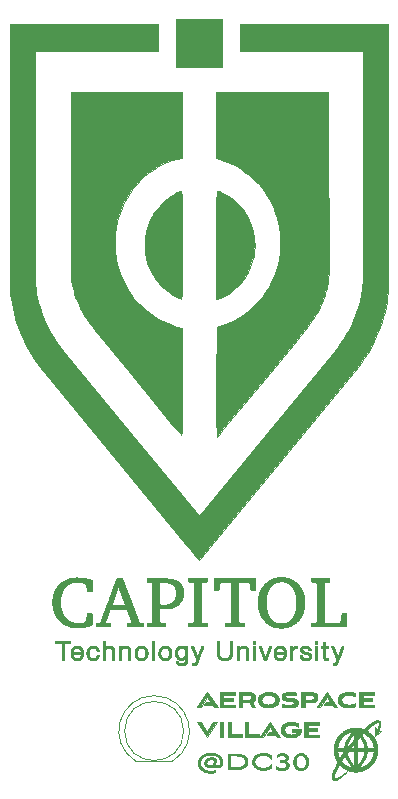
<source format=gbr>
G04 #@! TF.GenerationSoftware,KiCad,Pcbnew,(6.99.0-2452-gdb4f2d9dd8)*
G04 #@! TF.CreationDate,2022-08-02T19:29:53-05:00*
G04 #@! TF.ProjectId,captech,63617074-6563-4682-9e6b-696361645f70,rev?*
G04 #@! TF.SameCoordinates,Original*
G04 #@! TF.FileFunction,Legend,Top*
G04 #@! TF.FilePolarity,Positive*
%FSLAX46Y46*%
G04 Gerber Fmt 4.6, Leading zero omitted, Abs format (unit mm)*
G04 Created by KiCad (PCBNEW (6.99.0-2452-gdb4f2d9dd8)) date 2022-08-02 19:29:53*
%MOMM*%
%LPD*%
G01*
G04 APERTURE LIST*
%ADD10C,0.005000*%
%ADD11C,0.010000*%
%ADD12C,0.050000*%
%ADD13C,0.150000*%
%ADD14C,0.120000*%
%ADD15R,1.800000X1.800000*%
%ADD16C,1.800000*%
%ADD17R,1.700000X1.700000*%
%ADD18O,1.700000X1.700000*%
G04 APERTURE END LIST*
D10*
G36*
X74767278Y-85283879D02*
G01*
X74770149Y-85259849D01*
X74773300Y-85237517D01*
X74776708Y-85217376D01*
X74780346Y-85199921D01*
X74784405Y-85184315D01*
X74789406Y-85167823D01*
X74795154Y-85150944D01*
X74801451Y-85134177D01*
X74808101Y-85118021D01*
X74814909Y-85102975D01*
X74821677Y-85089540D01*
X74824986Y-85083581D01*
X74828211Y-85078213D01*
X74834475Y-85068115D01*
X74840472Y-85058200D01*
X74846061Y-85048721D01*
X74851098Y-85039930D01*
X74855443Y-85032079D01*
X74858951Y-85025421D01*
X74861482Y-85020209D01*
X74862893Y-85016693D01*
X74863612Y-85015083D01*
X74864942Y-85012861D01*
X74866851Y-85010068D01*
X74869303Y-85006743D01*
X74872266Y-85002925D01*
X74875705Y-84998654D01*
X74883877Y-84988910D01*
X74893550Y-84977826D01*
X74904451Y-84965719D01*
X74916311Y-84952903D01*
X74928859Y-84939696D01*
X74941052Y-84927297D01*
X74953182Y-84915492D01*
X74965237Y-84904289D01*
X74977207Y-84893696D01*
X74989081Y-84883719D01*
X75000847Y-84874367D01*
X75012496Y-84865647D01*
X75024015Y-84857565D01*
X75035394Y-84850130D01*
X75046622Y-84843349D01*
X75057688Y-84837230D01*
X75068581Y-84831779D01*
X75079290Y-84827005D01*
X75089804Y-84822914D01*
X75100113Y-84819514D01*
X75110204Y-84816813D01*
X75113514Y-84815992D01*
X75116880Y-84815076D01*
X75123682Y-84813001D01*
X75130421Y-84810665D01*
X75136907Y-84808147D01*
X75142950Y-84805524D01*
X75145746Y-84804197D01*
X75148361Y-84802874D01*
X75150769Y-84801563D01*
X75152948Y-84800276D01*
X75154874Y-84799020D01*
X75156522Y-84797806D01*
X75157477Y-84797170D01*
X75158716Y-84796547D01*
X75162020Y-84795340D01*
X75166389Y-84794188D01*
X75171778Y-84793097D01*
X75178141Y-84792069D01*
X75185433Y-84791109D01*
X75193607Y-84790220D01*
X75202619Y-84789406D01*
X75222973Y-84788017D01*
X75246131Y-84786972D01*
X75271727Y-84786302D01*
X75299397Y-84786037D01*
X75334267Y-84786186D01*
X75364187Y-84786838D01*
X75389887Y-84788071D01*
X75412095Y-84789964D01*
X75431543Y-84792595D01*
X75440460Y-84794212D01*
X75448961Y-84796044D01*
X75457136Y-84798099D01*
X75465077Y-84800388D01*
X75480621Y-84805708D01*
X75535619Y-84826716D01*
X75554984Y-84834447D01*
X75569636Y-84840642D01*
X75580107Y-84845537D01*
X75586927Y-84849367D01*
X75589135Y-84850955D01*
X75590630Y-84852365D01*
X75591478Y-84853625D01*
X75591746Y-84854766D01*
X75591791Y-84855077D01*
X75591924Y-84855434D01*
X75592144Y-84855835D01*
X75592448Y-84856277D01*
X75592834Y-84856760D01*
X75593299Y-84857282D01*
X75594460Y-84858437D01*
X75595913Y-84859729D01*
X75597641Y-84861146D01*
X75599626Y-84862674D01*
X75601850Y-84864301D01*
X75604296Y-84866015D01*
X75606945Y-84867803D01*
X75609782Y-84869652D01*
X75612787Y-84871549D01*
X75615943Y-84873483D01*
X75619233Y-84875440D01*
X75622638Y-84877408D01*
X75626142Y-84879374D01*
X75634884Y-84885018D01*
X75644978Y-84892926D01*
X75656174Y-84902800D01*
X75668225Y-84914343D01*
X75680883Y-84927255D01*
X75693898Y-84941241D01*
X75707022Y-84956002D01*
X75720007Y-84971241D01*
X75732605Y-84986659D01*
X75744567Y-85001959D01*
X75755644Y-85016844D01*
X75765589Y-85031016D01*
X75774152Y-85044177D01*
X75781087Y-85056029D01*
X75786143Y-85066275D01*
X75787889Y-85070703D01*
X75789073Y-85074618D01*
X75790612Y-85080487D01*
X75792299Y-85086171D01*
X75794079Y-85091531D01*
X75795897Y-85096427D01*
X75797699Y-85100721D01*
X75798576Y-85102598D01*
X75799428Y-85104272D01*
X75800249Y-85105726D01*
X75801031Y-85106941D01*
X75801768Y-85107902D01*
X75802453Y-85108590D01*
X75803682Y-85109775D01*
X75804946Y-85111310D01*
X75807571Y-85115410D01*
X75810316Y-85120848D01*
X75813169Y-85127581D01*
X75816119Y-85135567D01*
X75819155Y-85144761D01*
X75822266Y-85155122D01*
X75825439Y-85166607D01*
X75828664Y-85179172D01*
X75831930Y-85192776D01*
X75835224Y-85207375D01*
X75838535Y-85222926D01*
X75841853Y-85239386D01*
X75845165Y-85256714D01*
X75851728Y-85293798D01*
X75856500Y-85323463D01*
X75860073Y-85349043D01*
X75862475Y-85371365D01*
X75863247Y-85381564D01*
X75863739Y-85391259D01*
X75863954Y-85400554D01*
X75863895Y-85409553D01*
X75863567Y-85418360D01*
X75862974Y-85427078D01*
X75862120Y-85435810D01*
X75861007Y-85444661D01*
X75858025Y-85463132D01*
X75853004Y-85491513D01*
X75847843Y-85521849D01*
X75843149Y-85550505D01*
X75839529Y-85573849D01*
X75837955Y-85583667D01*
X75836155Y-85593468D01*
X75834194Y-85602992D01*
X75832134Y-85611980D01*
X75830037Y-85620170D01*
X75827967Y-85627302D01*
X75825987Y-85633115D01*
X75825051Y-85635446D01*
X75824160Y-85637350D01*
X75822119Y-85641484D01*
X75819525Y-85647012D01*
X75813104Y-85661284D01*
X75805744Y-85678243D01*
X75798295Y-85695966D01*
X75787938Y-85720648D01*
X75778898Y-85740966D01*
X75774648Y-85749854D01*
X75770460Y-85758091D01*
X75766243Y-85765822D01*
X75761908Y-85773194D01*
X75757367Y-85780353D01*
X75752528Y-85787445D01*
X75747304Y-85794617D01*
X75741605Y-85802015D01*
X75735340Y-85809786D01*
X75728422Y-85818076D01*
X75712265Y-85836797D01*
X75701150Y-85848910D01*
X75689035Y-85861019D01*
X75676036Y-85873048D01*
X75662273Y-85884921D01*
X75647863Y-85896560D01*
X75632924Y-85907889D01*
X75617575Y-85918832D01*
X75601932Y-85929311D01*
X75586115Y-85939251D01*
X75570241Y-85948574D01*
X75554428Y-85957205D01*
X75538795Y-85965066D01*
X75523459Y-85972081D01*
X75508539Y-85978173D01*
X75494151Y-85983266D01*
X75480415Y-85987282D01*
X75464251Y-85990900D01*
X75445722Y-85994076D01*
X75425200Y-85996807D01*
X75403060Y-85999090D01*
X75355422Y-86002297D01*
X75305797Y-86003670D01*
X75257176Y-86003183D01*
X75212551Y-86000808D01*
X75192670Y-85998904D01*
X75174910Y-85996519D01*
X75159644Y-85993648D01*
X75147246Y-85990288D01*
X75147246Y-85990286D01*
X75147247Y-85990286D01*
X75129924Y-85984304D01*
X75113102Y-85978029D01*
X75096554Y-85971360D01*
X75080051Y-85964195D01*
X75063367Y-85956430D01*
X75046274Y-85947965D01*
X75028545Y-85938696D01*
X75009952Y-85928521D01*
X75001328Y-85923375D01*
X74992549Y-85917491D01*
X74974622Y-85903665D01*
X74956371Y-85887342D01*
X74937997Y-85868824D01*
X74919701Y-85848411D01*
X74901683Y-85826404D01*
X74884143Y-85803104D01*
X74867282Y-85778812D01*
X74851301Y-85753828D01*
X74836399Y-85728453D01*
X74822777Y-85702988D01*
X74810637Y-85677734D01*
X74800177Y-85652992D01*
X74791599Y-85629061D01*
X74785103Y-85606244D01*
X74782698Y-85595347D01*
X74780889Y-85584840D01*
X74779288Y-85575013D01*
X74777397Y-85565340D01*
X74775287Y-85556070D01*
X74773026Y-85547451D01*
X74770685Y-85539731D01*
X74768334Y-85533156D01*
X74767177Y-85530376D01*
X74766042Y-85527976D01*
X74764940Y-85525986D01*
X74763879Y-85524437D01*
X74762576Y-85522103D01*
X74761421Y-85518648D01*
X74759544Y-85508616D01*
X74758225Y-85494838D01*
X74757438Y-85477808D01*
X74757157Y-85458021D01*
X74757359Y-85435971D01*
X74759106Y-85387065D01*
X74760175Y-85370586D01*
X74931660Y-85370586D01*
X74931754Y-85398590D01*
X74932391Y-85435897D01*
X74933487Y-85467070D01*
X74935221Y-85493384D01*
X74936384Y-85505116D01*
X74937774Y-85516112D01*
X74939414Y-85526530D01*
X74941327Y-85536530D01*
X74943535Y-85546271D01*
X74946060Y-85555912D01*
X74948925Y-85565613D01*
X74952153Y-85575533D01*
X74959786Y-85596667D01*
X74966777Y-85614318D01*
X74974132Y-85631375D01*
X74981852Y-85647840D01*
X74989941Y-85663714D01*
X74998399Y-85679000D01*
X75007227Y-85693700D01*
X75016428Y-85707816D01*
X75026003Y-85721349D01*
X75035953Y-85734304D01*
X75046281Y-85746680D01*
X75056987Y-85758481D01*
X75068073Y-85769709D01*
X75079542Y-85780366D01*
X75091393Y-85790453D01*
X75103630Y-85799974D01*
X75116253Y-85808929D01*
X75139381Y-85824334D01*
X75149364Y-85830615D01*
X75158642Y-85836039D01*
X75167477Y-85840671D01*
X75171810Y-85842711D01*
X75176130Y-85844579D01*
X75180470Y-85846283D01*
X75184863Y-85847830D01*
X75189341Y-85849230D01*
X75193938Y-85850491D01*
X75198685Y-85851621D01*
X75203616Y-85852629D01*
X75214159Y-85854310D01*
X75225828Y-85855602D01*
X75238886Y-85856572D01*
X75253594Y-85857286D01*
X75270213Y-85857812D01*
X75310233Y-85858566D01*
X75338225Y-85858786D01*
X75361454Y-85858378D01*
X75371619Y-85857879D01*
X75380999Y-85857153D01*
X75389729Y-85856176D01*
X75397942Y-85854924D01*
X75405775Y-85853374D01*
X75413362Y-85851501D01*
X75420839Y-85849284D01*
X75428340Y-85846697D01*
X75436000Y-85843718D01*
X75443955Y-85840322D01*
X75461289Y-85832188D01*
X75478228Y-85823124D01*
X75494967Y-85812643D01*
X75511434Y-85800836D01*
X75527558Y-85787795D01*
X75543268Y-85773610D01*
X75558491Y-85758373D01*
X75573156Y-85742175D01*
X75587191Y-85725108D01*
X75600525Y-85707263D01*
X75613087Y-85688730D01*
X75624804Y-85669602D01*
X75635606Y-85649970D01*
X75645421Y-85629925D01*
X75654176Y-85609557D01*
X75661801Y-85588960D01*
X75668224Y-85568223D01*
X75671865Y-85553195D01*
X75675055Y-85536017D01*
X75677791Y-85516989D01*
X75680070Y-85496413D01*
X75681891Y-85474592D01*
X75683250Y-85451826D01*
X75684576Y-85404667D01*
X75684026Y-85357350D01*
X75683042Y-85334385D01*
X75681582Y-85312286D01*
X75679644Y-85291354D01*
X75677224Y-85271889D01*
X75674321Y-85254195D01*
X75670931Y-85238573D01*
X75665001Y-85216074D01*
X75659008Y-85195590D01*
X75652983Y-85177196D01*
X75646954Y-85160966D01*
X75643947Y-85153686D01*
X75640951Y-85146974D01*
X75637969Y-85140841D01*
X75635004Y-85135296D01*
X75632061Y-85130347D01*
X75629143Y-85126004D01*
X75626253Y-85122277D01*
X75623396Y-85119174D01*
X75622700Y-85118408D01*
X75621735Y-85117217D01*
X75619064Y-85113663D01*
X75615524Y-85108713D01*
X75611253Y-85102569D01*
X75606389Y-85095432D01*
X75601071Y-85087503D01*
X75595437Y-85078983D01*
X75589626Y-85070075D01*
X75583725Y-85061533D01*
X75577079Y-85052953D01*
X75569737Y-85044372D01*
X75561749Y-85035827D01*
X75553164Y-85027357D01*
X75544029Y-85018998D01*
X75534395Y-85010790D01*
X75524310Y-85002768D01*
X75513822Y-84994971D01*
X75502982Y-84987437D01*
X75491838Y-84980203D01*
X75480438Y-84973306D01*
X75468833Y-84966784D01*
X75457069Y-84960676D01*
X75445198Y-84955017D01*
X75433267Y-84949847D01*
X75421454Y-84945739D01*
X75407778Y-84942290D01*
X75392499Y-84939491D01*
X75375874Y-84937335D01*
X75358164Y-84935813D01*
X75339626Y-84934916D01*
X75320519Y-84934636D01*
X75301103Y-84934966D01*
X75281635Y-84935895D01*
X75262376Y-84937417D01*
X75243582Y-84939523D01*
X75225514Y-84942203D01*
X75208431Y-84945451D01*
X75192590Y-84949257D01*
X75178250Y-84953614D01*
X75165672Y-84958512D01*
X75155786Y-84963389D01*
X75144798Y-84969650D01*
X75132947Y-84977093D01*
X75120473Y-84985518D01*
X75107618Y-84994720D01*
X75094620Y-85004500D01*
X75081720Y-85014655D01*
X75069159Y-85024984D01*
X75057176Y-85035284D01*
X75046011Y-85045353D01*
X75035905Y-85054990D01*
X75027098Y-85063993D01*
X75019831Y-85072161D01*
X75014342Y-85079290D01*
X75010873Y-85085180D01*
X75009970Y-85087597D01*
X75009663Y-85089629D01*
X75009645Y-85090153D01*
X75009592Y-85090707D01*
X75009383Y-85091895D01*
X75009043Y-85093181D01*
X75008580Y-85094551D01*
X75008001Y-85095995D01*
X75007311Y-85097500D01*
X75006520Y-85099053D01*
X75005633Y-85100644D01*
X75004657Y-85102259D01*
X75003600Y-85103887D01*
X75002469Y-85105515D01*
X75001270Y-85107131D01*
X75000012Y-85108724D01*
X74998699Y-85110281D01*
X74997341Y-85111790D01*
X74995944Y-85113238D01*
X74994474Y-85114877D01*
X74992903Y-85116941D01*
X74991246Y-85119401D01*
X74989517Y-85122225D01*
X74987729Y-85125383D01*
X74985897Y-85128844D01*
X74984036Y-85132577D01*
X74982158Y-85136551D01*
X74980280Y-85140736D01*
X74978414Y-85145101D01*
X74976574Y-85149614D01*
X74974776Y-85154246D01*
X74973034Y-85158965D01*
X74971360Y-85163740D01*
X74969770Y-85168541D01*
X74968279Y-85173337D01*
X74965232Y-85183172D01*
X74961915Y-85193351D01*
X74958435Y-85203577D01*
X74954898Y-85213558D01*
X74951410Y-85222998D01*
X74948079Y-85231604D01*
X74945010Y-85239080D01*
X74942310Y-85245132D01*
X74940995Y-85248522D01*
X74939752Y-85252952D01*
X74938585Y-85258374D01*
X74937497Y-85264744D01*
X74936492Y-85272016D01*
X74935572Y-85280145D01*
X74934740Y-85289086D01*
X74934000Y-85298793D01*
X74932808Y-85320324D01*
X74932019Y-85344376D01*
X74931660Y-85370586D01*
X74760175Y-85370586D01*
X74762480Y-85335048D01*
X74767278Y-85283879D01*
G37*
X74767278Y-85283879D02*
X74770149Y-85259849D01*
X74773300Y-85237517D01*
X74776708Y-85217376D01*
X74780346Y-85199921D01*
X74784405Y-85184315D01*
X74789406Y-85167823D01*
X74795154Y-85150944D01*
X74801451Y-85134177D01*
X74808101Y-85118021D01*
X74814909Y-85102975D01*
X74821677Y-85089540D01*
X74824986Y-85083581D01*
X74828211Y-85078213D01*
X74834475Y-85068115D01*
X74840472Y-85058200D01*
X74846061Y-85048721D01*
X74851098Y-85039930D01*
X74855443Y-85032079D01*
X74858951Y-85025421D01*
X74861482Y-85020209D01*
X74862893Y-85016693D01*
X74863612Y-85015083D01*
X74864942Y-85012861D01*
X74866851Y-85010068D01*
X74869303Y-85006743D01*
X74872266Y-85002925D01*
X74875705Y-84998654D01*
X74883877Y-84988910D01*
X74893550Y-84977826D01*
X74904451Y-84965719D01*
X74916311Y-84952903D01*
X74928859Y-84939696D01*
X74941052Y-84927297D01*
X74953182Y-84915492D01*
X74965237Y-84904289D01*
X74977207Y-84893696D01*
X74989081Y-84883719D01*
X75000847Y-84874367D01*
X75012496Y-84865647D01*
X75024015Y-84857565D01*
X75035394Y-84850130D01*
X75046622Y-84843349D01*
X75057688Y-84837230D01*
X75068581Y-84831779D01*
X75079290Y-84827005D01*
X75089804Y-84822914D01*
X75100113Y-84819514D01*
X75110204Y-84816813D01*
X75113514Y-84815992D01*
X75116880Y-84815076D01*
X75123682Y-84813001D01*
X75130421Y-84810665D01*
X75136907Y-84808147D01*
X75142950Y-84805524D01*
X75145746Y-84804197D01*
X75148361Y-84802874D01*
X75150769Y-84801563D01*
X75152948Y-84800276D01*
X75154874Y-84799020D01*
X75156522Y-84797806D01*
X75157477Y-84797170D01*
X75158716Y-84796547D01*
X75162020Y-84795340D01*
X75166389Y-84794188D01*
X75171778Y-84793097D01*
X75178141Y-84792069D01*
X75185433Y-84791109D01*
X75193607Y-84790220D01*
X75202619Y-84789406D01*
X75222973Y-84788017D01*
X75246131Y-84786972D01*
X75271727Y-84786302D01*
X75299397Y-84786037D01*
X75334267Y-84786186D01*
X75364187Y-84786838D01*
X75389887Y-84788071D01*
X75412095Y-84789964D01*
X75431543Y-84792595D01*
X75440460Y-84794212D01*
X75448961Y-84796044D01*
X75457136Y-84798099D01*
X75465077Y-84800388D01*
X75480621Y-84805708D01*
X75535619Y-84826716D01*
X75554984Y-84834447D01*
X75569636Y-84840642D01*
X75580107Y-84845537D01*
X75586927Y-84849367D01*
X75589135Y-84850955D01*
X75590630Y-84852365D01*
X75591478Y-84853625D01*
X75591746Y-84854766D01*
X75591791Y-84855077D01*
X75591924Y-84855434D01*
X75592144Y-84855835D01*
X75592448Y-84856277D01*
X75592834Y-84856760D01*
X75593299Y-84857282D01*
X75594460Y-84858437D01*
X75595913Y-84859729D01*
X75597641Y-84861146D01*
X75599626Y-84862674D01*
X75601850Y-84864301D01*
X75604296Y-84866015D01*
X75606945Y-84867803D01*
X75609782Y-84869652D01*
X75612787Y-84871549D01*
X75615943Y-84873483D01*
X75619233Y-84875440D01*
X75622638Y-84877408D01*
X75626142Y-84879374D01*
X75634884Y-84885018D01*
X75644978Y-84892926D01*
X75656174Y-84902800D01*
X75668225Y-84914343D01*
X75680883Y-84927255D01*
X75693898Y-84941241D01*
X75707022Y-84956002D01*
X75720007Y-84971241D01*
X75732605Y-84986659D01*
X75744567Y-85001959D01*
X75755644Y-85016844D01*
X75765589Y-85031016D01*
X75774152Y-85044177D01*
X75781087Y-85056029D01*
X75786143Y-85066275D01*
X75787889Y-85070703D01*
X75789073Y-85074618D01*
X75790612Y-85080487D01*
X75792299Y-85086171D01*
X75794079Y-85091531D01*
X75795897Y-85096427D01*
X75797699Y-85100721D01*
X75798576Y-85102598D01*
X75799428Y-85104272D01*
X75800249Y-85105726D01*
X75801031Y-85106941D01*
X75801768Y-85107902D01*
X75802453Y-85108590D01*
X75803682Y-85109775D01*
X75804946Y-85111310D01*
X75807571Y-85115410D01*
X75810316Y-85120848D01*
X75813169Y-85127581D01*
X75816119Y-85135567D01*
X75819155Y-85144761D01*
X75822266Y-85155122D01*
X75825439Y-85166607D01*
X75828664Y-85179172D01*
X75831930Y-85192776D01*
X75835224Y-85207375D01*
X75838535Y-85222926D01*
X75841853Y-85239386D01*
X75845165Y-85256714D01*
X75851728Y-85293798D01*
X75856500Y-85323463D01*
X75860073Y-85349043D01*
X75862475Y-85371365D01*
X75863247Y-85381564D01*
X75863739Y-85391259D01*
X75863954Y-85400554D01*
X75863895Y-85409553D01*
X75863567Y-85418360D01*
X75862974Y-85427078D01*
X75862120Y-85435810D01*
X75861007Y-85444661D01*
X75858025Y-85463132D01*
X75853004Y-85491513D01*
X75847843Y-85521849D01*
X75843149Y-85550505D01*
X75839529Y-85573849D01*
X75837955Y-85583667D01*
X75836155Y-85593468D01*
X75834194Y-85602992D01*
X75832134Y-85611980D01*
X75830037Y-85620170D01*
X75827967Y-85627302D01*
X75825987Y-85633115D01*
X75825051Y-85635446D01*
X75824160Y-85637350D01*
X75822119Y-85641484D01*
X75819525Y-85647012D01*
X75813104Y-85661284D01*
X75805744Y-85678243D01*
X75798295Y-85695966D01*
X75787938Y-85720648D01*
X75778898Y-85740966D01*
X75774648Y-85749854D01*
X75770460Y-85758091D01*
X75766243Y-85765822D01*
X75761908Y-85773194D01*
X75757367Y-85780353D01*
X75752528Y-85787445D01*
X75747304Y-85794617D01*
X75741605Y-85802015D01*
X75735340Y-85809786D01*
X75728422Y-85818076D01*
X75712265Y-85836797D01*
X75701150Y-85848910D01*
X75689035Y-85861019D01*
X75676036Y-85873048D01*
X75662273Y-85884921D01*
X75647863Y-85896560D01*
X75632924Y-85907889D01*
X75617575Y-85918832D01*
X75601932Y-85929311D01*
X75586115Y-85939251D01*
X75570241Y-85948574D01*
X75554428Y-85957205D01*
X75538795Y-85965066D01*
X75523459Y-85972081D01*
X75508539Y-85978173D01*
X75494151Y-85983266D01*
X75480415Y-85987282D01*
X75464251Y-85990900D01*
X75445722Y-85994076D01*
X75425200Y-85996807D01*
X75403060Y-85999090D01*
X75355422Y-86002297D01*
X75305797Y-86003670D01*
X75257176Y-86003183D01*
X75212551Y-86000808D01*
X75192670Y-85998904D01*
X75174910Y-85996519D01*
X75159644Y-85993648D01*
X75147246Y-85990288D01*
X75147246Y-85990286D01*
X75147247Y-85990286D01*
X75129924Y-85984304D01*
X75113102Y-85978029D01*
X75096554Y-85971360D01*
X75080051Y-85964195D01*
X75063367Y-85956430D01*
X75046274Y-85947965D01*
X75028545Y-85938696D01*
X75009952Y-85928521D01*
X75001328Y-85923375D01*
X74992549Y-85917491D01*
X74974622Y-85903665D01*
X74956371Y-85887342D01*
X74937997Y-85868824D01*
X74919701Y-85848411D01*
X74901683Y-85826404D01*
X74884143Y-85803104D01*
X74867282Y-85778812D01*
X74851301Y-85753828D01*
X74836399Y-85728453D01*
X74822777Y-85702988D01*
X74810637Y-85677734D01*
X74800177Y-85652992D01*
X74791599Y-85629061D01*
X74785103Y-85606244D01*
X74782698Y-85595347D01*
X74780889Y-85584840D01*
X74779288Y-85575013D01*
X74777397Y-85565340D01*
X74775287Y-85556070D01*
X74773026Y-85547451D01*
X74770685Y-85539731D01*
X74768334Y-85533156D01*
X74767177Y-85530376D01*
X74766042Y-85527976D01*
X74764940Y-85525986D01*
X74763879Y-85524437D01*
X74762576Y-85522103D01*
X74761421Y-85518648D01*
X74759544Y-85508616D01*
X74758225Y-85494838D01*
X74757438Y-85477808D01*
X74757157Y-85458021D01*
X74757359Y-85435971D01*
X74759106Y-85387065D01*
X74760175Y-85370586D01*
X74931660Y-85370586D01*
X74931754Y-85398590D01*
X74932391Y-85435897D01*
X74933487Y-85467070D01*
X74935221Y-85493384D01*
X74936384Y-85505116D01*
X74937774Y-85516112D01*
X74939414Y-85526530D01*
X74941327Y-85536530D01*
X74943535Y-85546271D01*
X74946060Y-85555912D01*
X74948925Y-85565613D01*
X74952153Y-85575533D01*
X74959786Y-85596667D01*
X74966777Y-85614318D01*
X74974132Y-85631375D01*
X74981852Y-85647840D01*
X74989941Y-85663714D01*
X74998399Y-85679000D01*
X75007227Y-85693700D01*
X75016428Y-85707816D01*
X75026003Y-85721349D01*
X75035953Y-85734304D01*
X75046281Y-85746680D01*
X75056987Y-85758481D01*
X75068073Y-85769709D01*
X75079542Y-85780366D01*
X75091393Y-85790453D01*
X75103630Y-85799974D01*
X75116253Y-85808929D01*
X75139381Y-85824334D01*
X75149364Y-85830615D01*
X75158642Y-85836039D01*
X75167477Y-85840671D01*
X75171810Y-85842711D01*
X75176130Y-85844579D01*
X75180470Y-85846283D01*
X75184863Y-85847830D01*
X75189341Y-85849230D01*
X75193938Y-85850491D01*
X75198685Y-85851621D01*
X75203616Y-85852629D01*
X75214159Y-85854310D01*
X75225828Y-85855602D01*
X75238886Y-85856572D01*
X75253594Y-85857286D01*
X75270213Y-85857812D01*
X75310233Y-85858566D01*
X75338225Y-85858786D01*
X75361454Y-85858378D01*
X75371619Y-85857879D01*
X75380999Y-85857153D01*
X75389729Y-85856176D01*
X75397942Y-85854924D01*
X75405775Y-85853374D01*
X75413362Y-85851501D01*
X75420839Y-85849284D01*
X75428340Y-85846697D01*
X75436000Y-85843718D01*
X75443955Y-85840322D01*
X75461289Y-85832188D01*
X75478228Y-85823124D01*
X75494967Y-85812643D01*
X75511434Y-85800836D01*
X75527558Y-85787795D01*
X75543268Y-85773610D01*
X75558491Y-85758373D01*
X75573156Y-85742175D01*
X75587191Y-85725108D01*
X75600525Y-85707263D01*
X75613087Y-85688730D01*
X75624804Y-85669602D01*
X75635606Y-85649970D01*
X75645421Y-85629925D01*
X75654176Y-85609557D01*
X75661801Y-85588960D01*
X75668224Y-85568223D01*
X75671865Y-85553195D01*
X75675055Y-85536017D01*
X75677791Y-85516989D01*
X75680070Y-85496413D01*
X75681891Y-85474592D01*
X75683250Y-85451826D01*
X75684576Y-85404667D01*
X75684026Y-85357350D01*
X75683042Y-85334385D01*
X75681582Y-85312286D01*
X75679644Y-85291354D01*
X75677224Y-85271889D01*
X75674321Y-85254195D01*
X75670931Y-85238573D01*
X75665001Y-85216074D01*
X75659008Y-85195590D01*
X75652983Y-85177196D01*
X75646954Y-85160966D01*
X75643947Y-85153686D01*
X75640951Y-85146974D01*
X75637969Y-85140841D01*
X75635004Y-85135296D01*
X75632061Y-85130347D01*
X75629143Y-85126004D01*
X75626253Y-85122277D01*
X75623396Y-85119174D01*
X75622700Y-85118408D01*
X75621735Y-85117217D01*
X75619064Y-85113663D01*
X75615524Y-85108713D01*
X75611253Y-85102569D01*
X75606389Y-85095432D01*
X75601071Y-85087503D01*
X75595437Y-85078983D01*
X75589626Y-85070075D01*
X75583725Y-85061533D01*
X75577079Y-85052953D01*
X75569737Y-85044372D01*
X75561749Y-85035827D01*
X75553164Y-85027357D01*
X75544029Y-85018998D01*
X75534395Y-85010790D01*
X75524310Y-85002768D01*
X75513822Y-84994971D01*
X75502982Y-84987437D01*
X75491838Y-84980203D01*
X75480438Y-84973306D01*
X75468833Y-84966784D01*
X75457069Y-84960676D01*
X75445198Y-84955017D01*
X75433267Y-84949847D01*
X75421454Y-84945739D01*
X75407778Y-84942290D01*
X75392499Y-84939491D01*
X75375874Y-84937335D01*
X75358164Y-84935813D01*
X75339626Y-84934916D01*
X75320519Y-84934636D01*
X75301103Y-84934966D01*
X75281635Y-84935895D01*
X75262376Y-84937417D01*
X75243582Y-84939523D01*
X75225514Y-84942203D01*
X75208431Y-84945451D01*
X75192590Y-84949257D01*
X75178250Y-84953614D01*
X75165672Y-84958512D01*
X75155786Y-84963389D01*
X75144798Y-84969650D01*
X75132947Y-84977093D01*
X75120473Y-84985518D01*
X75107618Y-84994720D01*
X75094620Y-85004500D01*
X75081720Y-85014655D01*
X75069159Y-85024984D01*
X75057176Y-85035284D01*
X75046011Y-85045353D01*
X75035905Y-85054990D01*
X75027098Y-85063993D01*
X75019831Y-85072161D01*
X75014342Y-85079290D01*
X75010873Y-85085180D01*
X75009970Y-85087597D01*
X75009663Y-85089629D01*
X75009645Y-85090153D01*
X75009592Y-85090707D01*
X75009383Y-85091895D01*
X75009043Y-85093181D01*
X75008580Y-85094551D01*
X75008001Y-85095995D01*
X75007311Y-85097500D01*
X75006520Y-85099053D01*
X75005633Y-85100644D01*
X75004657Y-85102259D01*
X75003600Y-85103887D01*
X75002469Y-85105515D01*
X75001270Y-85107131D01*
X75000012Y-85108724D01*
X74998699Y-85110281D01*
X74997341Y-85111790D01*
X74995944Y-85113238D01*
X74994474Y-85114877D01*
X74992903Y-85116941D01*
X74991246Y-85119401D01*
X74989517Y-85122225D01*
X74987729Y-85125383D01*
X74985897Y-85128844D01*
X74984036Y-85132577D01*
X74982158Y-85136551D01*
X74980280Y-85140736D01*
X74978414Y-85145101D01*
X74976574Y-85149614D01*
X74974776Y-85154246D01*
X74973034Y-85158965D01*
X74971360Y-85163740D01*
X74969770Y-85168541D01*
X74968279Y-85173337D01*
X74965232Y-85183172D01*
X74961915Y-85193351D01*
X74958435Y-85203577D01*
X74954898Y-85213558D01*
X74951410Y-85222998D01*
X74948079Y-85231604D01*
X74945010Y-85239080D01*
X74942310Y-85245132D01*
X74940995Y-85248522D01*
X74939752Y-85252952D01*
X74938585Y-85258374D01*
X74937497Y-85264744D01*
X74936492Y-85272016D01*
X74935572Y-85280145D01*
X74934740Y-85289086D01*
X74934000Y-85298793D01*
X74932808Y-85320324D01*
X74932019Y-85344376D01*
X74931660Y-85370586D01*
X74760175Y-85370586D01*
X74762480Y-85335048D01*
X74767278Y-85283879D01*
D11*
G36*
X93050709Y-88937595D02*
G01*
X92055347Y-88937595D01*
X92055347Y-89242660D01*
X92870527Y-89242660D01*
X92870527Y-89440304D01*
X92055347Y-89440304D01*
X92055347Y-89760450D01*
X93050709Y-89760450D01*
X93050709Y-89975556D01*
X91782562Y-89975556D01*
X91782562Y-88720108D01*
X93050709Y-88720108D01*
X93050709Y-88937595D01*
G37*
X93050709Y-88937595D02*
X92055347Y-88937595D01*
X92055347Y-89242660D01*
X92870527Y-89242660D01*
X92870527Y-89440304D01*
X92055347Y-89440304D01*
X92055347Y-89760450D01*
X93050709Y-89760450D01*
X93050709Y-89975556D01*
X91782562Y-89975556D01*
X91782562Y-88720108D01*
X93050709Y-88720108D01*
X93050709Y-88937595D01*
G36*
X85922770Y-88700427D02*
G01*
X85969673Y-88701658D01*
X86015729Y-88703615D01*
X86060746Y-88706221D01*
X86146902Y-88713073D01*
X86226611Y-88721596D01*
X86298346Y-88731173D01*
X86360577Y-88741188D01*
X86411776Y-88751022D01*
X86450415Y-88760060D01*
X86437980Y-88987602D01*
X86392812Y-88975677D01*
X86341895Y-88964488D01*
X86285310Y-88954297D01*
X86223139Y-88945368D01*
X86155460Y-88937964D01*
X86082355Y-88932349D01*
X86003905Y-88928787D01*
X85920190Y-88927541D01*
X85878942Y-88927853D01*
X85837968Y-88928861D01*
X85797597Y-88930668D01*
X85758158Y-88933383D01*
X85719981Y-88937109D01*
X85683395Y-88941954D01*
X85648730Y-88948023D01*
X85632221Y-88951550D01*
X85616316Y-88955422D01*
X85601055Y-88959653D01*
X85586481Y-88964256D01*
X85572634Y-88969244D01*
X85559555Y-88974631D01*
X85547286Y-88980430D01*
X85535868Y-88986654D01*
X85525342Y-88993316D01*
X85515749Y-89000430D01*
X85507130Y-89008008D01*
X85499527Y-89016064D01*
X85492981Y-89024612D01*
X85487532Y-89033663D01*
X85483223Y-89043233D01*
X85480094Y-89053333D01*
X85478186Y-89063977D01*
X85477541Y-89075179D01*
X85477543Y-89075179D01*
X85480628Y-89097907D01*
X85489621Y-89117507D01*
X85504129Y-89134250D01*
X85523756Y-89148408D01*
X85548110Y-89160253D01*
X85576797Y-89170054D01*
X85609421Y-89178085D01*
X85645591Y-89184617D01*
X85726987Y-89194268D01*
X85817834Y-89201180D01*
X86015276Y-89215474D01*
X86115568Y-89227200D01*
X86212705Y-89244874D01*
X86259106Y-89256620D01*
X86303537Y-89270668D01*
X86345603Y-89287289D01*
X86384911Y-89306755D01*
X86421067Y-89329337D01*
X86453677Y-89355307D01*
X86482347Y-89384935D01*
X86506683Y-89418494D01*
X86526291Y-89456255D01*
X86540778Y-89498490D01*
X86549749Y-89545470D01*
X86552810Y-89597466D01*
X86551730Y-89629210D01*
X86548540Y-89659282D01*
X86543310Y-89687726D01*
X86536114Y-89714587D01*
X86527021Y-89739907D01*
X86516106Y-89763729D01*
X86503438Y-89786098D01*
X86489091Y-89807058D01*
X86473135Y-89826650D01*
X86455644Y-89844919D01*
X86436688Y-89861909D01*
X86416339Y-89877663D01*
X86394670Y-89892224D01*
X86371752Y-89905636D01*
X86322457Y-89929188D01*
X86269029Y-89948665D01*
X86212043Y-89964415D01*
X86152073Y-89976788D01*
X86089694Y-89986131D01*
X86025482Y-89992792D01*
X85960010Y-89997118D01*
X85893854Y-89999459D01*
X85827588Y-90000162D01*
X85745902Y-89999246D01*
X85662802Y-89996553D01*
X85579231Y-89992167D01*
X85496131Y-89986172D01*
X85414445Y-89978652D01*
X85335115Y-89969689D01*
X85259085Y-89959369D01*
X85187296Y-89947774D01*
X85197350Y-89720233D01*
X85270945Y-89732598D01*
X85343793Y-89743305D01*
X85416336Y-89752356D01*
X85489020Y-89759755D01*
X85562286Y-89765504D01*
X85636578Y-89769607D01*
X85712341Y-89772066D01*
X85790016Y-89772885D01*
X85838436Y-89772513D01*
X85885960Y-89771325D01*
X85932280Y-89769212D01*
X85977089Y-89766064D01*
X86020079Y-89761771D01*
X86060944Y-89756225D01*
X86099375Y-89749317D01*
X86117582Y-89745318D01*
X86135066Y-89740936D01*
X86151788Y-89736160D01*
X86167709Y-89730975D01*
X86182791Y-89725367D01*
X86196997Y-89719322D01*
X86210286Y-89712828D01*
X86222622Y-89705870D01*
X86233965Y-89698435D01*
X86244277Y-89690509D01*
X86253520Y-89682078D01*
X86261655Y-89673129D01*
X86268644Y-89663648D01*
X86274448Y-89653621D01*
X86279029Y-89643035D01*
X86282349Y-89631876D01*
X86284370Y-89620131D01*
X86285052Y-89607785D01*
X86281960Y-89583043D01*
X86272949Y-89561614D01*
X86258413Y-89543221D01*
X86238746Y-89527588D01*
X86214344Y-89514437D01*
X86185601Y-89503491D01*
X86152911Y-89494473D01*
X86116669Y-89487106D01*
X86035109Y-89476217D01*
X85944077Y-89468607D01*
X85746227Y-89454360D01*
X85645724Y-89443289D01*
X85548377Y-89426631D01*
X85501875Y-89415514D01*
X85457346Y-89402169D01*
X85415184Y-89386320D01*
X85375785Y-89367688D01*
X85339544Y-89345997D01*
X85306854Y-89320970D01*
X85278110Y-89292330D01*
X85253708Y-89259800D01*
X85234041Y-89223102D01*
X85219505Y-89181959D01*
X85210494Y-89136095D01*
X85207403Y-89085233D01*
X85208516Y-89054191D01*
X85211798Y-89024834D01*
X85217158Y-88997116D01*
X85224508Y-88970990D01*
X85233757Y-88946411D01*
X85244817Y-88923332D01*
X85257598Y-88901709D01*
X85272011Y-88881495D01*
X85287966Y-88862645D01*
X85305375Y-88845113D01*
X85324147Y-88828852D01*
X85344194Y-88813817D01*
X85365427Y-88799962D01*
X85387755Y-88787242D01*
X85435341Y-88765021D01*
X85486239Y-88746787D01*
X85539734Y-88732174D01*
X85595111Y-88720815D01*
X85651655Y-88712344D01*
X85708651Y-88706393D01*
X85765386Y-88702597D01*
X85821144Y-88700588D01*
X85875211Y-88700000D01*
X85922770Y-88700427D01*
G37*
X85922770Y-88700427D02*
X85969673Y-88701658D01*
X86015729Y-88703615D01*
X86060746Y-88706221D01*
X86146902Y-88713073D01*
X86226611Y-88721596D01*
X86298346Y-88731173D01*
X86360577Y-88741188D01*
X86411776Y-88751022D01*
X86450415Y-88760060D01*
X86437980Y-88987602D01*
X86392812Y-88975677D01*
X86341895Y-88964488D01*
X86285310Y-88954297D01*
X86223139Y-88945368D01*
X86155460Y-88937964D01*
X86082355Y-88932349D01*
X86003905Y-88928787D01*
X85920190Y-88927541D01*
X85878942Y-88927853D01*
X85837968Y-88928861D01*
X85797597Y-88930668D01*
X85758158Y-88933383D01*
X85719981Y-88937109D01*
X85683395Y-88941954D01*
X85648730Y-88948023D01*
X85632221Y-88951550D01*
X85616316Y-88955422D01*
X85601055Y-88959653D01*
X85586481Y-88964256D01*
X85572634Y-88969244D01*
X85559555Y-88974631D01*
X85547286Y-88980430D01*
X85535868Y-88986654D01*
X85525342Y-88993316D01*
X85515749Y-89000430D01*
X85507130Y-89008008D01*
X85499527Y-89016064D01*
X85492981Y-89024612D01*
X85487532Y-89033663D01*
X85483223Y-89043233D01*
X85480094Y-89053333D01*
X85478186Y-89063977D01*
X85477541Y-89075179D01*
X85477543Y-89075179D01*
X85480628Y-89097907D01*
X85489621Y-89117507D01*
X85504129Y-89134250D01*
X85523756Y-89148408D01*
X85548110Y-89160253D01*
X85576797Y-89170054D01*
X85609421Y-89178085D01*
X85645591Y-89184617D01*
X85726987Y-89194268D01*
X85817834Y-89201180D01*
X86015276Y-89215474D01*
X86115568Y-89227200D01*
X86212705Y-89244874D01*
X86259106Y-89256620D01*
X86303537Y-89270668D01*
X86345603Y-89287289D01*
X86384911Y-89306755D01*
X86421067Y-89329337D01*
X86453677Y-89355307D01*
X86482347Y-89384935D01*
X86506683Y-89418494D01*
X86526291Y-89456255D01*
X86540778Y-89498490D01*
X86549749Y-89545470D01*
X86552810Y-89597466D01*
X86551730Y-89629210D01*
X86548540Y-89659282D01*
X86543310Y-89687726D01*
X86536114Y-89714587D01*
X86527021Y-89739907D01*
X86516106Y-89763729D01*
X86503438Y-89786098D01*
X86489091Y-89807058D01*
X86473135Y-89826650D01*
X86455644Y-89844919D01*
X86436688Y-89861909D01*
X86416339Y-89877663D01*
X86394670Y-89892224D01*
X86371752Y-89905636D01*
X86322457Y-89929188D01*
X86269029Y-89948665D01*
X86212043Y-89964415D01*
X86152073Y-89976788D01*
X86089694Y-89986131D01*
X86025482Y-89992792D01*
X85960010Y-89997118D01*
X85893854Y-89999459D01*
X85827588Y-90000162D01*
X85745902Y-89999246D01*
X85662802Y-89996553D01*
X85579231Y-89992167D01*
X85496131Y-89986172D01*
X85414445Y-89978652D01*
X85335115Y-89969689D01*
X85259085Y-89959369D01*
X85187296Y-89947774D01*
X85197350Y-89720233D01*
X85270945Y-89732598D01*
X85343793Y-89743305D01*
X85416336Y-89752356D01*
X85489020Y-89759755D01*
X85562286Y-89765504D01*
X85636578Y-89769607D01*
X85712341Y-89772066D01*
X85790016Y-89772885D01*
X85838436Y-89772513D01*
X85885960Y-89771325D01*
X85932280Y-89769212D01*
X85977089Y-89766064D01*
X86020079Y-89761771D01*
X86060944Y-89756225D01*
X86099375Y-89749317D01*
X86117582Y-89745318D01*
X86135066Y-89740936D01*
X86151788Y-89736160D01*
X86167709Y-89730975D01*
X86182791Y-89725367D01*
X86196997Y-89719322D01*
X86210286Y-89712828D01*
X86222622Y-89705870D01*
X86233965Y-89698435D01*
X86244277Y-89690509D01*
X86253520Y-89682078D01*
X86261655Y-89673129D01*
X86268644Y-89663648D01*
X86274448Y-89653621D01*
X86279029Y-89643035D01*
X86282349Y-89631876D01*
X86284370Y-89620131D01*
X86285052Y-89607785D01*
X86281960Y-89583043D01*
X86272949Y-89561614D01*
X86258413Y-89543221D01*
X86238746Y-89527588D01*
X86214344Y-89514437D01*
X86185601Y-89503491D01*
X86152911Y-89494473D01*
X86116669Y-89487106D01*
X86035109Y-89476217D01*
X85944077Y-89468607D01*
X85746227Y-89454360D01*
X85645724Y-89443289D01*
X85548377Y-89426631D01*
X85501875Y-89415514D01*
X85457346Y-89402169D01*
X85415184Y-89386320D01*
X85375785Y-89367688D01*
X85339544Y-89345997D01*
X85306854Y-89320970D01*
X85278110Y-89292330D01*
X85253708Y-89259800D01*
X85234041Y-89223102D01*
X85219505Y-89181959D01*
X85210494Y-89136095D01*
X85207403Y-89085233D01*
X85208516Y-89054191D01*
X85211798Y-89024834D01*
X85217158Y-88997116D01*
X85224508Y-88970990D01*
X85233757Y-88946411D01*
X85244817Y-88923332D01*
X85257598Y-88901709D01*
X85272011Y-88881495D01*
X85287966Y-88862645D01*
X85305375Y-88845113D01*
X85324147Y-88828852D01*
X85344194Y-88813817D01*
X85365427Y-88799962D01*
X85387755Y-88787242D01*
X85435341Y-88765021D01*
X85486239Y-88746787D01*
X85539734Y-88732174D01*
X85595111Y-88720815D01*
X85651655Y-88712344D01*
X85708651Y-88706393D01*
X85765386Y-88702597D01*
X85821144Y-88700588D01*
X85875211Y-88700000D01*
X85922770Y-88700427D01*
D10*
G36*
X74247660Y-79461406D02*
G01*
X74207972Y-79423392D01*
X74201083Y-79416848D01*
X74194791Y-79411076D01*
X74188875Y-79406011D01*
X74185990Y-79403722D01*
X74183117Y-79401584D01*
X74180229Y-79399589D01*
X74177298Y-79397729D01*
X74174297Y-79395994D01*
X74171199Y-79394376D01*
X74167976Y-79392868D01*
X74164600Y-79391460D01*
X74161045Y-79390145D01*
X74157283Y-79388913D01*
X74153286Y-79387756D01*
X74149028Y-79386667D01*
X74144480Y-79385636D01*
X74139616Y-79384654D01*
X74134407Y-79383715D01*
X74128828Y-79382808D01*
X74116444Y-79381061D01*
X74102247Y-79379345D01*
X74086016Y-79377593D01*
X74046577Y-79373711D01*
X73945076Y-79364274D01*
X73871951Y-79357970D01*
X73860721Y-79356911D01*
X73849082Y-79355460D01*
X73837373Y-79353681D01*
X73825931Y-79351638D01*
X73815095Y-79349398D01*
X73805201Y-79347024D01*
X73796588Y-79344582D01*
X73792868Y-79343356D01*
X73789594Y-79342137D01*
X73760152Y-79330379D01*
X73763135Y-79205891D01*
X73766117Y-79081403D01*
X74538701Y-79078316D01*
X75112248Y-79078066D01*
X75311508Y-79081018D01*
X75470781Y-79087013D01*
X75603833Y-79096793D01*
X75724431Y-79111100D01*
X75846339Y-79130679D01*
X75983326Y-79156271D01*
X75990983Y-79157880D01*
X75998544Y-79159709D01*
X76005813Y-79161694D01*
X76012595Y-79163772D01*
X76018696Y-79165880D01*
X76023919Y-79167953D01*
X76026140Y-79168957D01*
X76028069Y-79169929D01*
X76029681Y-79170860D01*
X76030951Y-79171744D01*
X76032249Y-79172630D01*
X76033941Y-79173569D01*
X76036001Y-79174554D01*
X76038401Y-79175576D01*
X76041114Y-79176626D01*
X76044113Y-79177698D01*
X76047371Y-79178781D01*
X76050861Y-79179869D01*
X76054555Y-79180953D01*
X76058427Y-79182025D01*
X76066595Y-79184099D01*
X76075148Y-79186026D01*
X76079500Y-79186914D01*
X76083868Y-79187741D01*
X76093236Y-79189671D01*
X76103645Y-79192215D01*
X76114750Y-79195266D01*
X76126201Y-79198713D01*
X76137652Y-79202448D01*
X76148757Y-79206362D01*
X76159166Y-79210347D01*
X76168534Y-79214292D01*
X76177578Y-79218235D01*
X76187059Y-79222210D01*
X76196695Y-79226110D01*
X76206204Y-79229826D01*
X76215304Y-79233250D01*
X76223712Y-79236274D01*
X76231147Y-79238789D01*
X76237326Y-79240688D01*
X76240167Y-79241558D01*
X76243214Y-79242605D01*
X76246440Y-79243814D01*
X76249816Y-79245173D01*
X76256907Y-79248282D01*
X76264264Y-79251818D01*
X76271663Y-79255670D01*
X76278881Y-79259726D01*
X76285693Y-79263873D01*
X76288877Y-79265946D01*
X76291876Y-79268000D01*
X76294798Y-79270014D01*
X76297756Y-79271973D01*
X76303699Y-79275679D01*
X76309542Y-79279038D01*
X76315123Y-79281968D01*
X76317764Y-79283247D01*
X76320278Y-79284388D01*
X76322646Y-79285381D01*
X76324845Y-79286217D01*
X76326858Y-79286885D01*
X76328662Y-79287374D01*
X76330238Y-79287675D01*
X76331564Y-79287778D01*
X76332159Y-79287792D01*
X76332746Y-79287833D01*
X76333324Y-79287900D01*
X76333894Y-79287994D01*
X76334453Y-79288112D01*
X76335003Y-79288256D01*
X76335541Y-79288423D01*
X76336067Y-79288613D01*
X76336580Y-79288825D01*
X76337080Y-79289060D01*
X76337565Y-79289316D01*
X76338036Y-79289592D01*
X76338491Y-79289887D01*
X76338929Y-79290202D01*
X76339350Y-79290536D01*
X76339754Y-79290887D01*
X76340138Y-79291255D01*
X76340503Y-79291639D01*
X76340848Y-79292039D01*
X76341172Y-79292454D01*
X76341475Y-79292884D01*
X76341755Y-79293327D01*
X76342012Y-79293783D01*
X76342245Y-79294252D01*
X76342453Y-79294732D01*
X76342636Y-79295223D01*
X76342793Y-79295724D01*
X76342923Y-79296235D01*
X76343025Y-79296755D01*
X76343099Y-79297283D01*
X76343144Y-79297819D01*
X76343160Y-79298361D01*
X76343178Y-79298904D01*
X76343231Y-79299439D01*
X76343320Y-79299967D01*
X76343442Y-79300487D01*
X76343597Y-79300998D01*
X76343784Y-79301499D01*
X76344002Y-79301990D01*
X76344251Y-79302470D01*
X76344528Y-79302939D01*
X76344835Y-79303395D01*
X76345169Y-79303838D01*
X76345529Y-79304268D01*
X76345916Y-79304683D01*
X76346327Y-79305083D01*
X76346762Y-79305468D01*
X76347221Y-79305836D01*
X76347702Y-79306187D01*
X76348204Y-79306520D01*
X76348727Y-79306835D01*
X76349269Y-79307131D01*
X76349830Y-79307407D01*
X76350409Y-79307662D01*
X76351005Y-79307897D01*
X76351617Y-79308110D01*
X76352244Y-79308300D01*
X76352886Y-79308467D01*
X76353541Y-79308610D01*
X76354208Y-79308729D01*
X76354887Y-79308822D01*
X76355577Y-79308890D01*
X76356277Y-79308931D01*
X76356986Y-79308945D01*
X76361767Y-79309483D01*
X76367448Y-79311062D01*
X76373965Y-79313623D01*
X76381256Y-79317112D01*
X76397903Y-79326647D01*
X76416885Y-79339216D01*
X76437695Y-79354370D01*
X76459828Y-79371657D01*
X76482776Y-79390630D01*
X76506036Y-79410836D01*
X76529100Y-79431827D01*
X76551462Y-79453154D01*
X76572618Y-79474364D01*
X76592061Y-79495010D01*
X76609285Y-79514641D01*
X76623785Y-79532807D01*
X76635053Y-79549058D01*
X76639318Y-79556325D01*
X76642586Y-79562945D01*
X76645169Y-79568584D01*
X76648073Y-79574471D01*
X76651200Y-79580432D01*
X76654451Y-79586294D01*
X76657727Y-79591883D01*
X76660929Y-79597026D01*
X76663957Y-79601549D01*
X76666714Y-79605278D01*
X76672068Y-79612682D01*
X76678209Y-79622266D01*
X76685006Y-79633752D01*
X76692327Y-79646864D01*
X76708015Y-79676851D01*
X76724221Y-79710008D01*
X76739895Y-79744117D01*
X76753984Y-79776958D01*
X76765435Y-79806310D01*
X76769843Y-79818985D01*
X76773198Y-79829956D01*
X76803565Y-79938653D01*
X76805143Y-79945004D01*
X76806797Y-79953063D01*
X76810282Y-79973813D01*
X76813911Y-79999928D01*
X76817573Y-80030430D01*
X76821159Y-80064343D01*
X76824559Y-80100689D01*
X76827662Y-80138493D01*
X76830360Y-80176778D01*
X76833591Y-80230332D01*
X76835799Y-80276148D01*
X76836959Y-80316112D01*
X76837044Y-80352114D01*
X76836031Y-80386044D01*
X76833895Y-80419788D01*
X76830609Y-80455236D01*
X76826150Y-80494278D01*
X76813754Y-80591200D01*
X76808607Y-80626863D01*
X76803957Y-80655130D01*
X76799651Y-80676849D01*
X76795537Y-80692873D01*
X76791464Y-80704052D01*
X76789394Y-80708090D01*
X76787277Y-80711236D01*
X76786392Y-80712521D01*
X76785457Y-80714174D01*
X76784478Y-80716171D01*
X76783465Y-80718486D01*
X76782425Y-80721092D01*
X76781366Y-80723964D01*
X76780297Y-80727077D01*
X76779225Y-80730403D01*
X76778159Y-80733918D01*
X76777107Y-80737595D01*
X76775075Y-80745333D01*
X76774112Y-80749343D01*
X76773195Y-80753412D01*
X76772333Y-80757514D01*
X76771532Y-80761624D01*
X76769846Y-80769738D01*
X76767903Y-80777537D01*
X76765772Y-80784833D01*
X76763522Y-80791439D01*
X76762374Y-80794425D01*
X76761222Y-80797169D01*
X76760074Y-80799647D01*
X76758940Y-80801835D01*
X76757828Y-80803711D01*
X76756746Y-80805250D01*
X76755704Y-80806430D01*
X76754709Y-80807228D01*
X76754228Y-80807552D01*
X76753753Y-80807925D01*
X76753285Y-80808346D01*
X76752824Y-80808812D01*
X76752371Y-80809322D01*
X76751927Y-80809875D01*
X76751492Y-80810468D01*
X76751066Y-80811100D01*
X76750246Y-80812475D01*
X76749473Y-80813985D01*
X76748750Y-80815617D01*
X76748083Y-80817358D01*
X76747476Y-80819193D01*
X76746935Y-80821110D01*
X76746463Y-80823096D01*
X76746067Y-80825135D01*
X76745750Y-80827216D01*
X76745518Y-80829324D01*
X76745375Y-80831447D01*
X76745326Y-80833569D01*
X76745285Y-80835662D01*
X76745164Y-80837696D01*
X76744968Y-80839662D01*
X76744700Y-80841547D01*
X76744365Y-80843343D01*
X76743966Y-80845038D01*
X76743508Y-80846622D01*
X76742995Y-80848084D01*
X76742430Y-80849415D01*
X76741819Y-80850602D01*
X76741164Y-80851636D01*
X76740471Y-80852506D01*
X76739742Y-80853201D01*
X76739366Y-80853481D01*
X76738983Y-80853712D01*
X76738593Y-80853895D01*
X76738197Y-80854027D01*
X76737796Y-80854108D01*
X76737389Y-80854136D01*
X76736942Y-80854227D01*
X76736421Y-80854495D01*
X76735830Y-80854935D01*
X76735169Y-80855544D01*
X76733652Y-80857248D01*
X76731891Y-80859571D01*
X76729903Y-80862478D01*
X76727711Y-80865935D01*
X76725332Y-80869905D01*
X76722788Y-80874353D01*
X76720097Y-80879245D01*
X76717280Y-80884544D01*
X76714357Y-80890216D01*
X76711346Y-80896225D01*
X76708269Y-80902536D01*
X76705143Y-80909114D01*
X76701991Y-80915923D01*
X76698831Y-80922928D01*
X76692529Y-80936742D01*
X76686360Y-80949629D01*
X76680478Y-80961307D01*
X76675040Y-80971494D01*
X76670202Y-80979909D01*
X76666118Y-80986268D01*
X76664409Y-80988589D01*
X76662946Y-80990291D01*
X76661751Y-80991337D01*
X76661259Y-80991604D01*
X76660841Y-80991694D01*
X76660449Y-80991726D01*
X76660034Y-80991820D01*
X76659595Y-80991975D01*
X76659136Y-80992190D01*
X76658656Y-80992462D01*
X76658157Y-80992791D01*
X76657641Y-80993174D01*
X76657108Y-80993610D01*
X76656559Y-80994098D01*
X76655997Y-80994636D01*
X76654833Y-80995856D01*
X76653627Y-80997257D01*
X76652388Y-80998827D01*
X76651125Y-81000553D01*
X76649848Y-81002424D01*
X76648565Y-81004426D01*
X76647287Y-81006547D01*
X76646023Y-81008775D01*
X76644783Y-81011098D01*
X76643576Y-81013502D01*
X76642410Y-81015975D01*
X76636938Y-81026274D01*
X76628945Y-81038883D01*
X76618722Y-81053475D01*
X76606558Y-81069721D01*
X76592741Y-81087295D01*
X76577560Y-81105867D01*
X76544267Y-81144699D01*
X76508992Y-81183593D01*
X76474046Y-81219929D01*
X76457421Y-81236318D01*
X76441745Y-81251084D01*
X76427309Y-81263899D01*
X76414401Y-81274435D01*
X76377881Y-81302459D01*
X76347957Y-81324999D01*
X76322819Y-81343243D01*
X76300657Y-81358381D01*
X76279662Y-81371602D01*
X76258023Y-81384096D01*
X76233931Y-81397051D01*
X76205576Y-81411658D01*
X76174339Y-81427824D01*
X76147963Y-81441967D01*
X76137467Y-81447804D01*
X76129227Y-81452564D01*
X76123592Y-81456056D01*
X76120909Y-81458091D01*
X76117957Y-81460719D01*
X76113322Y-81463897D01*
X76107206Y-81467536D01*
X76099815Y-81471549D01*
X76091350Y-81475846D01*
X76082018Y-81480341D01*
X76061560Y-81489566D01*
X76040072Y-81498519D01*
X76019182Y-81506492D01*
X76009471Y-81509892D01*
X76000521Y-81512781D01*
X75992535Y-81515073D01*
X75985718Y-81516679D01*
X75982240Y-81517416D01*
X75978859Y-81518215D01*
X75975594Y-81519067D01*
X75972461Y-81519966D01*
X75969478Y-81520903D01*
X75966663Y-81521871D01*
X75964033Y-81522862D01*
X75961605Y-81523868D01*
X75959398Y-81524883D01*
X75957428Y-81525898D01*
X75955713Y-81526905D01*
X75954270Y-81527898D01*
X75953118Y-81528868D01*
X75952273Y-81529808D01*
X75951753Y-81530710D01*
X75951621Y-81531144D01*
X75951576Y-81531566D01*
X75951538Y-81531987D01*
X75951425Y-81532417D01*
X75951239Y-81532855D01*
X75950982Y-81533302D01*
X75950656Y-81533755D01*
X75950262Y-81534214D01*
X75949803Y-81534679D01*
X75949280Y-81535148D01*
X75948695Y-81535620D01*
X75948050Y-81536095D01*
X75947347Y-81536571D01*
X75946588Y-81537048D01*
X75945775Y-81537525D01*
X75944909Y-81538000D01*
X75943027Y-81538945D01*
X75940957Y-81539875D01*
X75938715Y-81540783D01*
X75936315Y-81541661D01*
X75933772Y-81542504D01*
X75931102Y-81543304D01*
X75928318Y-81544053D01*
X75925436Y-81544744D01*
X75922472Y-81545372D01*
X75905743Y-81548951D01*
X75881709Y-81554448D01*
X75853583Y-81561116D01*
X75824576Y-81568203D01*
X75755916Y-81584932D01*
X75726068Y-81591770D01*
X75698226Y-81597680D01*
X75671656Y-81602729D01*
X75645623Y-81606987D01*
X75619392Y-81610520D01*
X75592227Y-81613397D01*
X75563393Y-81615685D01*
X75532155Y-81617452D01*
X75497778Y-81618766D01*
X75459527Y-81619694D01*
X75368461Y-81620667D01*
X75253076Y-81620911D01*
X75120084Y-81620355D01*
X75004417Y-81618708D01*
X74918492Y-81616229D01*
X74890561Y-81614757D01*
X74874722Y-81613174D01*
X74829743Y-81605278D01*
X74829743Y-82766447D01*
X74867294Y-82805113D01*
X74872465Y-82810332D01*
X74877426Y-82815110D01*
X74882201Y-82819462D01*
X74886817Y-82823402D01*
X74891303Y-82826945D01*
X74895683Y-82830105D01*
X74899986Y-82832896D01*
X74904237Y-82835332D01*
X74908464Y-82837429D01*
X74912693Y-82839199D01*
X74916951Y-82840658D01*
X74921265Y-82841819D01*
X74925662Y-82842698D01*
X74930167Y-82843308D01*
X74934809Y-82843663D01*
X74939613Y-82843778D01*
X74946738Y-82843918D01*
X74953654Y-82844319D01*
X74960193Y-82844953D01*
X74966183Y-82845793D01*
X74968919Y-82846280D01*
X74971454Y-82846809D01*
X74973766Y-82847374D01*
X74975834Y-82847974D01*
X74977637Y-82848603D01*
X74979153Y-82849259D01*
X74980362Y-82849939D01*
X74981241Y-82850638D01*
X74981940Y-82851285D01*
X74982733Y-82851901D01*
X74983652Y-82852491D01*
X74984728Y-82853055D01*
X74985994Y-82853598D01*
X74987480Y-82854121D01*
X74989219Y-82854628D01*
X74991243Y-82855121D01*
X74993583Y-82855602D01*
X74996270Y-82856075D01*
X74999337Y-82856541D01*
X75002816Y-82857004D01*
X75006738Y-82857467D01*
X75011134Y-82857932D01*
X75021479Y-82858878D01*
X75034104Y-82859864D01*
X75049262Y-82860911D01*
X75067209Y-82862041D01*
X75088198Y-82863276D01*
X75140317Y-82866142D01*
X75207650Y-82869681D01*
X75255019Y-82872579D01*
X75296310Y-82875912D01*
X75313289Y-82877613D01*
X75327084Y-82879268D01*
X75337140Y-82880826D01*
X75342903Y-82882234D01*
X75344190Y-82882788D01*
X75345407Y-82883444D01*
X75346557Y-82884216D01*
X75347641Y-82885116D01*
X75348660Y-82886160D01*
X75349615Y-82887358D01*
X75350508Y-82888726D01*
X75351340Y-82890277D01*
X75352113Y-82892023D01*
X75352827Y-82893979D01*
X75353485Y-82896157D01*
X75354087Y-82898571D01*
X75354635Y-82901235D01*
X75355130Y-82904161D01*
X75355574Y-82907364D01*
X75355968Y-82910856D01*
X75356314Y-82914651D01*
X75356612Y-82918762D01*
X75356864Y-82923203D01*
X75357072Y-82927986D01*
X75357358Y-82938636D01*
X75357483Y-82950818D01*
X75357457Y-82964640D01*
X75357290Y-82980208D01*
X75356994Y-82997629D01*
X75356579Y-83017010D01*
X75353618Y-83145403D01*
X74590805Y-83148119D01*
X74049976Y-83147941D01*
X73883825Y-83146258D01*
X73820867Y-83143709D01*
X73820868Y-83143708D01*
X73820870Y-83143708D01*
X73820870Y-83143707D01*
X73819909Y-83142037D01*
X73819021Y-83139082D01*
X73817464Y-83129661D01*
X73816192Y-83116136D01*
X73815201Y-83099198D01*
X73814036Y-83057854D01*
X73813923Y-83011163D01*
X73814815Y-82964658D01*
X73816667Y-82923873D01*
X73817937Y-82907356D01*
X73819431Y-82894343D01*
X73821141Y-82885528D01*
X73822075Y-82882911D01*
X73823061Y-82881602D01*
X73824497Y-82880985D01*
X73826849Y-82880324D01*
X73830062Y-82879625D01*
X73834085Y-82878894D01*
X73844349Y-82877361D01*
X73857215Y-82875774D01*
X73872262Y-82874180D01*
X73889065Y-82872629D01*
X73907202Y-82871167D01*
X73926249Y-82869844D01*
X73990890Y-82864958D01*
X74019488Y-82862146D01*
X74045778Y-82859040D01*
X74069891Y-82855603D01*
X74091958Y-82851800D01*
X74112109Y-82847592D01*
X74130475Y-82842945D01*
X74147185Y-82837822D01*
X74162372Y-82832186D01*
X74176164Y-82826002D01*
X74188694Y-82819232D01*
X74200090Y-82811840D01*
X74210485Y-82803791D01*
X74220008Y-82795047D01*
X74228790Y-82785573D01*
X74230337Y-82783417D01*
X74231795Y-82780499D01*
X74233166Y-82776571D01*
X74234452Y-82771386D01*
X74235657Y-82764698D01*
X74236782Y-82756259D01*
X74237832Y-82745822D01*
X74238808Y-82733140D01*
X74240551Y-82700053D01*
X74242033Y-82655021D01*
X74243275Y-82596069D01*
X74244301Y-82521218D01*
X74245131Y-82428493D01*
X74245787Y-82315917D01*
X74246668Y-82023306D01*
X74247117Y-81627572D01*
X74247244Y-81288027D01*
X74829746Y-81288027D01*
X74885308Y-81289082D01*
X74897010Y-81289467D01*
X74908970Y-81290161D01*
X74920853Y-81291124D01*
X74932322Y-81292317D01*
X74943040Y-81293701D01*
X74952672Y-81295238D01*
X74960880Y-81296887D01*
X74964346Y-81297742D01*
X74967330Y-81298611D01*
X74978462Y-81300730D01*
X74997082Y-81302579D01*
X75052566Y-81305461D01*
X75125337Y-81307246D01*
X75206950Y-81307922D01*
X75288961Y-81307477D01*
X75362925Y-81305899D01*
X75420398Y-81303176D01*
X75440311Y-81301381D01*
X75452935Y-81299296D01*
X75474475Y-81294009D01*
X75504833Y-81286932D01*
X75539976Y-81278990D01*
X75575871Y-81271106D01*
X75610207Y-81263305D01*
X75641107Y-81255587D01*
X75654211Y-81252038D01*
X75665186Y-81248843D01*
X75673610Y-81246114D01*
X75679058Y-81243962D01*
X75698314Y-81234602D01*
X75718602Y-81224527D01*
X75720807Y-81223449D01*
X75723074Y-81222401D01*
X75727727Y-81220418D01*
X75732425Y-81218621D01*
X75737032Y-81217053D01*
X75741410Y-81215758D01*
X75743472Y-81215226D01*
X75745425Y-81214779D01*
X75747254Y-81214422D01*
X75748940Y-81214160D01*
X75750468Y-81213999D01*
X75751819Y-81213944D01*
X75754074Y-81213609D01*
X75757168Y-81212628D01*
X75765665Y-81208866D01*
X75776897Y-81202938D01*
X75790453Y-81195124D01*
X75822888Y-81174956D01*
X75859674Y-81150598D01*
X75897515Y-81124289D01*
X75933117Y-81098265D01*
X75949048Y-81086059D01*
X75963183Y-81074764D01*
X75975111Y-81064659D01*
X75984419Y-81056023D01*
X75993794Y-81046457D01*
X76003698Y-81035883D01*
X76024471Y-81012512D01*
X76045485Y-80987520D01*
X76065488Y-80962512D01*
X76083227Y-80939098D01*
X76097449Y-80918882D01*
X76102849Y-80910477D01*
X76106901Y-80903475D01*
X76109446Y-80898076D01*
X76110105Y-80896040D01*
X76110330Y-80894481D01*
X76110431Y-80893251D01*
X76110728Y-80891770D01*
X76111211Y-80890056D01*
X76111870Y-80888131D01*
X76112694Y-80886015D01*
X76113675Y-80883726D01*
X76114801Y-80881285D01*
X76116063Y-80878711D01*
X76117451Y-80876025D01*
X76118954Y-80873247D01*
X76120563Y-80870396D01*
X76122268Y-80867492D01*
X76124059Y-80864555D01*
X76125926Y-80861605D01*
X76127858Y-80858661D01*
X76129846Y-80855744D01*
X76131936Y-80852580D01*
X76134168Y-80848913D01*
X76136521Y-80844786D01*
X76138976Y-80840244D01*
X76144108Y-80830090D01*
X76149405Y-80818805D01*
X76154706Y-80806745D01*
X76159850Y-80794262D01*
X76164676Y-80781710D01*
X76169023Y-80769443D01*
X76173145Y-80757545D01*
X76177323Y-80746049D01*
X76181443Y-80735234D01*
X76185390Y-80725381D01*
X76189047Y-80716769D01*
X76192300Y-80709678D01*
X76195033Y-80704389D01*
X76196169Y-80702507D01*
X76197131Y-80701181D01*
X76197992Y-80700014D01*
X76198828Y-80698600D01*
X76199636Y-80696957D01*
X76200412Y-80695106D01*
X76201150Y-80693065D01*
X76201846Y-80690854D01*
X76202497Y-80688492D01*
X76203098Y-80685997D01*
X76203644Y-80683391D01*
X76204132Y-80680691D01*
X76204556Y-80677917D01*
X76204913Y-80675088D01*
X76205198Y-80672224D01*
X76205407Y-80669343D01*
X76205536Y-80666466D01*
X76205579Y-80663610D01*
X76205629Y-80660755D01*
X76205775Y-80657878D01*
X76206011Y-80654997D01*
X76206334Y-80652133D01*
X76206739Y-80649304D01*
X76207219Y-80646530D01*
X76207771Y-80643830D01*
X76208390Y-80641223D01*
X76209070Y-80638729D01*
X76209807Y-80636367D01*
X76210596Y-80634155D01*
X76211432Y-80632115D01*
X76212310Y-80630263D01*
X76213225Y-80628621D01*
X76214172Y-80627206D01*
X76215147Y-80626039D01*
X76216343Y-80624289D01*
X76217579Y-80621539D01*
X76220152Y-80613234D01*
X76222823Y-80601513D01*
X76225552Y-80586765D01*
X76231020Y-80549740D01*
X76236228Y-80505268D01*
X76240849Y-80456457D01*
X76244555Y-80406414D01*
X76247019Y-80358248D01*
X76247913Y-80315066D01*
X76247040Y-80270822D01*
X76244632Y-80221991D01*
X76241002Y-80171610D01*
X76236466Y-80122714D01*
X76231337Y-80078337D01*
X76225931Y-80041516D01*
X76220562Y-80015286D01*
X76217989Y-80007090D01*
X76215543Y-80002681D01*
X76214528Y-80001557D01*
X76213542Y-80000269D01*
X76212589Y-79998833D01*
X76211675Y-79997263D01*
X76210804Y-79995573D01*
X76209983Y-79993780D01*
X76209215Y-79991898D01*
X76208506Y-79989942D01*
X76207862Y-79987927D01*
X76207287Y-79985868D01*
X76206787Y-79983781D01*
X76206366Y-79981679D01*
X76206029Y-79979579D01*
X76205783Y-79977494D01*
X76205631Y-79975441D01*
X76205579Y-79973433D01*
X76205531Y-79971383D01*
X76205389Y-79969203D01*
X76205157Y-79966912D01*
X76204842Y-79964531D01*
X76204447Y-79962077D01*
X76203977Y-79959572D01*
X76203438Y-79957032D01*
X76202833Y-79954479D01*
X76202169Y-79951932D01*
X76201448Y-79949408D01*
X76200678Y-79946929D01*
X76199861Y-79944512D01*
X76199003Y-79942178D01*
X76198109Y-79939946D01*
X76197183Y-79937834D01*
X76196231Y-79935862D01*
X76194092Y-79931523D01*
X76191591Y-79926221D01*
X76185869Y-79913557D01*
X76179792Y-79899513D01*
X76176847Y-79892488D01*
X76174085Y-79885735D01*
X76171178Y-79878709D01*
X76167815Y-79870902D01*
X76160203Y-79853985D01*
X76152209Y-79837068D01*
X76148370Y-79829261D01*
X76144796Y-79822235D01*
X76114103Y-79763093D01*
X76112546Y-79760203D01*
X76110817Y-79757198D01*
X76108933Y-79754102D01*
X76106913Y-79750940D01*
X76102537Y-79744509D01*
X76097834Y-79738099D01*
X76092949Y-79731899D01*
X76090484Y-79728937D01*
X76088027Y-79726100D01*
X76085599Y-79723411D01*
X76083215Y-79720895D01*
X76080896Y-79718574D01*
X76078658Y-79716473D01*
X76076493Y-79714470D01*
X76074390Y-79712434D01*
X76072358Y-79710381D01*
X76070408Y-79708324D01*
X76068552Y-79706278D01*
X76066801Y-79704257D01*
X76065164Y-79702275D01*
X76063653Y-79700347D01*
X76062280Y-79698488D01*
X76061054Y-79696710D01*
X76059987Y-79695030D01*
X76059089Y-79693460D01*
X76058372Y-79692015D01*
X76057846Y-79690710D01*
X76057523Y-79689559D01*
X76057441Y-79689046D01*
X76057413Y-79688576D01*
X76057016Y-79687065D01*
X76055858Y-79684948D01*
X76051448Y-79679068D01*
X76044567Y-79671278D01*
X76035600Y-79661921D01*
X76024931Y-79651342D01*
X76012942Y-79639882D01*
X75986545Y-79615694D01*
X75959480Y-79592103D01*
X75946657Y-79581389D01*
X75934818Y-79571854D01*
X75924349Y-79563841D01*
X75915632Y-79557692D01*
X75909052Y-79553751D01*
X75906683Y-79552715D01*
X75904993Y-79552361D01*
X75904100Y-79552233D01*
X75902831Y-79551858D01*
X75901208Y-79551247D01*
X75899256Y-79550415D01*
X75896999Y-79549374D01*
X75894459Y-79548135D01*
X75888628Y-79545118D01*
X75881954Y-79541465D01*
X75874626Y-79537278D01*
X75866833Y-79532657D01*
X75858765Y-79527704D01*
X75849647Y-79522345D01*
X75838844Y-79516563D01*
X75826757Y-79510539D01*
X75813786Y-79504456D01*
X75800332Y-79498497D01*
X75786796Y-79492844D01*
X75773578Y-79487679D01*
X75761079Y-79483187D01*
X75749171Y-79479051D01*
X75737643Y-79474911D01*
X75726779Y-79470876D01*
X75716861Y-79467059D01*
X75708171Y-79463569D01*
X75700990Y-79460517D01*
X75695602Y-79458015D01*
X75692288Y-79456172D01*
X75690743Y-79455352D01*
X75688326Y-79454376D01*
X75685088Y-79453257D01*
X75681080Y-79452007D01*
X75670964Y-79449165D01*
X75658388Y-79445954D01*
X75643766Y-79442473D01*
X75627510Y-79438825D01*
X75610033Y-79435111D01*
X75591746Y-79431432D01*
X75554312Y-79423756D01*
X75518886Y-79415854D01*
X75489464Y-79408658D01*
X75478252Y-79405614D01*
X75470038Y-79403096D01*
X75457738Y-79400630D01*
X75436300Y-79398206D01*
X75371032Y-79393621D01*
X75284277Y-79389607D01*
X75186075Y-79386430D01*
X75086469Y-79384357D01*
X74995500Y-79383654D01*
X74923211Y-79384588D01*
X74897209Y-79385752D01*
X74879643Y-79387425D01*
X74829746Y-79394908D01*
X74829746Y-81288027D01*
X74247244Y-81288027D01*
X74247310Y-81112904D01*
X74247660Y-79461406D01*
G37*
X74247660Y-79461406D02*
X74207972Y-79423392D01*
X74201083Y-79416848D01*
X74194791Y-79411076D01*
X74188875Y-79406011D01*
X74185990Y-79403722D01*
X74183117Y-79401584D01*
X74180229Y-79399589D01*
X74177298Y-79397729D01*
X74174297Y-79395994D01*
X74171199Y-79394376D01*
X74167976Y-79392868D01*
X74164600Y-79391460D01*
X74161045Y-79390145D01*
X74157283Y-79388913D01*
X74153286Y-79387756D01*
X74149028Y-79386667D01*
X74144480Y-79385636D01*
X74139616Y-79384654D01*
X74134407Y-79383715D01*
X74128828Y-79382808D01*
X74116444Y-79381061D01*
X74102247Y-79379345D01*
X74086016Y-79377593D01*
X74046577Y-79373711D01*
X73945076Y-79364274D01*
X73871951Y-79357970D01*
X73860721Y-79356911D01*
X73849082Y-79355460D01*
X73837373Y-79353681D01*
X73825931Y-79351638D01*
X73815095Y-79349398D01*
X73805201Y-79347024D01*
X73796588Y-79344582D01*
X73792868Y-79343356D01*
X73789594Y-79342137D01*
X73760152Y-79330379D01*
X73763135Y-79205891D01*
X73766117Y-79081403D01*
X74538701Y-79078316D01*
X75112248Y-79078066D01*
X75311508Y-79081018D01*
X75470781Y-79087013D01*
X75603833Y-79096793D01*
X75724431Y-79111100D01*
X75846339Y-79130679D01*
X75983326Y-79156271D01*
X75990983Y-79157880D01*
X75998544Y-79159709D01*
X76005813Y-79161694D01*
X76012595Y-79163772D01*
X76018696Y-79165880D01*
X76023919Y-79167953D01*
X76026140Y-79168957D01*
X76028069Y-79169929D01*
X76029681Y-79170860D01*
X76030951Y-79171744D01*
X76032249Y-79172630D01*
X76033941Y-79173569D01*
X76036001Y-79174554D01*
X76038401Y-79175576D01*
X76041114Y-79176626D01*
X76044113Y-79177698D01*
X76047371Y-79178781D01*
X76050861Y-79179869D01*
X76054555Y-79180953D01*
X76058427Y-79182025D01*
X76066595Y-79184099D01*
X76075148Y-79186026D01*
X76079500Y-79186914D01*
X76083868Y-79187741D01*
X76093236Y-79189671D01*
X76103645Y-79192215D01*
X76114750Y-79195266D01*
X76126201Y-79198713D01*
X76137652Y-79202448D01*
X76148757Y-79206362D01*
X76159166Y-79210347D01*
X76168534Y-79214292D01*
X76177578Y-79218235D01*
X76187059Y-79222210D01*
X76196695Y-79226110D01*
X76206204Y-79229826D01*
X76215304Y-79233250D01*
X76223712Y-79236274D01*
X76231147Y-79238789D01*
X76237326Y-79240688D01*
X76240167Y-79241558D01*
X76243214Y-79242605D01*
X76246440Y-79243814D01*
X76249816Y-79245173D01*
X76256907Y-79248282D01*
X76264264Y-79251818D01*
X76271663Y-79255670D01*
X76278881Y-79259726D01*
X76285693Y-79263873D01*
X76288877Y-79265946D01*
X76291876Y-79268000D01*
X76294798Y-79270014D01*
X76297756Y-79271973D01*
X76303699Y-79275679D01*
X76309542Y-79279038D01*
X76315123Y-79281968D01*
X76317764Y-79283247D01*
X76320278Y-79284388D01*
X76322646Y-79285381D01*
X76324845Y-79286217D01*
X76326858Y-79286885D01*
X76328662Y-79287374D01*
X76330238Y-79287675D01*
X76331564Y-79287778D01*
X76332159Y-79287792D01*
X76332746Y-79287833D01*
X76333324Y-79287900D01*
X76333894Y-79287994D01*
X76334453Y-79288112D01*
X76335003Y-79288256D01*
X76335541Y-79288423D01*
X76336067Y-79288613D01*
X76336580Y-79288825D01*
X76337080Y-79289060D01*
X76337565Y-79289316D01*
X76338036Y-79289592D01*
X76338491Y-79289887D01*
X76338929Y-79290202D01*
X76339350Y-79290536D01*
X76339754Y-79290887D01*
X76340138Y-79291255D01*
X76340503Y-79291639D01*
X76340848Y-79292039D01*
X76341172Y-79292454D01*
X76341475Y-79292884D01*
X76341755Y-79293327D01*
X76342012Y-79293783D01*
X76342245Y-79294252D01*
X76342453Y-79294732D01*
X76342636Y-79295223D01*
X76342793Y-79295724D01*
X76342923Y-79296235D01*
X76343025Y-79296755D01*
X76343099Y-79297283D01*
X76343144Y-79297819D01*
X76343160Y-79298361D01*
X76343178Y-79298904D01*
X76343231Y-79299439D01*
X76343320Y-79299967D01*
X76343442Y-79300487D01*
X76343597Y-79300998D01*
X76343784Y-79301499D01*
X76344002Y-79301990D01*
X76344251Y-79302470D01*
X76344528Y-79302939D01*
X76344835Y-79303395D01*
X76345169Y-79303838D01*
X76345529Y-79304268D01*
X76345916Y-79304683D01*
X76346327Y-79305083D01*
X76346762Y-79305468D01*
X76347221Y-79305836D01*
X76347702Y-79306187D01*
X76348204Y-79306520D01*
X76348727Y-79306835D01*
X76349269Y-79307131D01*
X76349830Y-79307407D01*
X76350409Y-79307662D01*
X76351005Y-79307897D01*
X76351617Y-79308110D01*
X76352244Y-79308300D01*
X76352886Y-79308467D01*
X76353541Y-79308610D01*
X76354208Y-79308729D01*
X76354887Y-79308822D01*
X76355577Y-79308890D01*
X76356277Y-79308931D01*
X76356986Y-79308945D01*
X76361767Y-79309483D01*
X76367448Y-79311062D01*
X76373965Y-79313623D01*
X76381256Y-79317112D01*
X76397903Y-79326647D01*
X76416885Y-79339216D01*
X76437695Y-79354370D01*
X76459828Y-79371657D01*
X76482776Y-79390630D01*
X76506036Y-79410836D01*
X76529100Y-79431827D01*
X76551462Y-79453154D01*
X76572618Y-79474364D01*
X76592061Y-79495010D01*
X76609285Y-79514641D01*
X76623785Y-79532807D01*
X76635053Y-79549058D01*
X76639318Y-79556325D01*
X76642586Y-79562945D01*
X76645169Y-79568584D01*
X76648073Y-79574471D01*
X76651200Y-79580432D01*
X76654451Y-79586294D01*
X76657727Y-79591883D01*
X76660929Y-79597026D01*
X76663957Y-79601549D01*
X76666714Y-79605278D01*
X76672068Y-79612682D01*
X76678209Y-79622266D01*
X76685006Y-79633752D01*
X76692327Y-79646864D01*
X76708015Y-79676851D01*
X76724221Y-79710008D01*
X76739895Y-79744117D01*
X76753984Y-79776958D01*
X76765435Y-79806310D01*
X76769843Y-79818985D01*
X76773198Y-79829956D01*
X76803565Y-79938653D01*
X76805143Y-79945004D01*
X76806797Y-79953063D01*
X76810282Y-79973813D01*
X76813911Y-79999928D01*
X76817573Y-80030430D01*
X76821159Y-80064343D01*
X76824559Y-80100689D01*
X76827662Y-80138493D01*
X76830360Y-80176778D01*
X76833591Y-80230332D01*
X76835799Y-80276148D01*
X76836959Y-80316112D01*
X76837044Y-80352114D01*
X76836031Y-80386044D01*
X76833895Y-80419788D01*
X76830609Y-80455236D01*
X76826150Y-80494278D01*
X76813754Y-80591200D01*
X76808607Y-80626863D01*
X76803957Y-80655130D01*
X76799651Y-80676849D01*
X76795537Y-80692873D01*
X76791464Y-80704052D01*
X76789394Y-80708090D01*
X76787277Y-80711236D01*
X76786392Y-80712521D01*
X76785457Y-80714174D01*
X76784478Y-80716171D01*
X76783465Y-80718486D01*
X76782425Y-80721092D01*
X76781366Y-80723964D01*
X76780297Y-80727077D01*
X76779225Y-80730403D01*
X76778159Y-80733918D01*
X76777107Y-80737595D01*
X76775075Y-80745333D01*
X76774112Y-80749343D01*
X76773195Y-80753412D01*
X76772333Y-80757514D01*
X76771532Y-80761624D01*
X76769846Y-80769738D01*
X76767903Y-80777537D01*
X76765772Y-80784833D01*
X76763522Y-80791439D01*
X76762374Y-80794425D01*
X76761222Y-80797169D01*
X76760074Y-80799647D01*
X76758940Y-80801835D01*
X76757828Y-80803711D01*
X76756746Y-80805250D01*
X76755704Y-80806430D01*
X76754709Y-80807228D01*
X76754228Y-80807552D01*
X76753753Y-80807925D01*
X76753285Y-80808346D01*
X76752824Y-80808812D01*
X76752371Y-80809322D01*
X76751927Y-80809875D01*
X76751492Y-80810468D01*
X76751066Y-80811100D01*
X76750246Y-80812475D01*
X76749473Y-80813985D01*
X76748750Y-80815617D01*
X76748083Y-80817358D01*
X76747476Y-80819193D01*
X76746935Y-80821110D01*
X76746463Y-80823096D01*
X76746067Y-80825135D01*
X76745750Y-80827216D01*
X76745518Y-80829324D01*
X76745375Y-80831447D01*
X76745326Y-80833569D01*
X76745285Y-80835662D01*
X76745164Y-80837696D01*
X76744968Y-80839662D01*
X76744700Y-80841547D01*
X76744365Y-80843343D01*
X76743966Y-80845038D01*
X76743508Y-80846622D01*
X76742995Y-80848084D01*
X76742430Y-80849415D01*
X76741819Y-80850602D01*
X76741164Y-80851636D01*
X76740471Y-80852506D01*
X76739742Y-80853201D01*
X76739366Y-80853481D01*
X76738983Y-80853712D01*
X76738593Y-80853895D01*
X76738197Y-80854027D01*
X76737796Y-80854108D01*
X76737389Y-80854136D01*
X76736942Y-80854227D01*
X76736421Y-80854495D01*
X76735830Y-80854935D01*
X76735169Y-80855544D01*
X76733652Y-80857248D01*
X76731891Y-80859571D01*
X76729903Y-80862478D01*
X76727711Y-80865935D01*
X76725332Y-80869905D01*
X76722788Y-80874353D01*
X76720097Y-80879245D01*
X76717280Y-80884544D01*
X76714357Y-80890216D01*
X76711346Y-80896225D01*
X76708269Y-80902536D01*
X76705143Y-80909114D01*
X76701991Y-80915923D01*
X76698831Y-80922928D01*
X76692529Y-80936742D01*
X76686360Y-80949629D01*
X76680478Y-80961307D01*
X76675040Y-80971494D01*
X76670202Y-80979909D01*
X76666118Y-80986268D01*
X76664409Y-80988589D01*
X76662946Y-80990291D01*
X76661751Y-80991337D01*
X76661259Y-80991604D01*
X76660841Y-80991694D01*
X76660449Y-80991726D01*
X76660034Y-80991820D01*
X76659595Y-80991975D01*
X76659136Y-80992190D01*
X76658656Y-80992462D01*
X76658157Y-80992791D01*
X76657641Y-80993174D01*
X76657108Y-80993610D01*
X76656559Y-80994098D01*
X76655997Y-80994636D01*
X76654833Y-80995856D01*
X76653627Y-80997257D01*
X76652388Y-80998827D01*
X76651125Y-81000553D01*
X76649848Y-81002424D01*
X76648565Y-81004426D01*
X76647287Y-81006547D01*
X76646023Y-81008775D01*
X76644783Y-81011098D01*
X76643576Y-81013502D01*
X76642410Y-81015975D01*
X76636938Y-81026274D01*
X76628945Y-81038883D01*
X76618722Y-81053475D01*
X76606558Y-81069721D01*
X76592741Y-81087295D01*
X76577560Y-81105867D01*
X76544267Y-81144699D01*
X76508992Y-81183593D01*
X76474046Y-81219929D01*
X76457421Y-81236318D01*
X76441745Y-81251084D01*
X76427309Y-81263899D01*
X76414401Y-81274435D01*
X76377881Y-81302459D01*
X76347957Y-81324999D01*
X76322819Y-81343243D01*
X76300657Y-81358381D01*
X76279662Y-81371602D01*
X76258023Y-81384096D01*
X76233931Y-81397051D01*
X76205576Y-81411658D01*
X76174339Y-81427824D01*
X76147963Y-81441967D01*
X76137467Y-81447804D01*
X76129227Y-81452564D01*
X76123592Y-81456056D01*
X76120909Y-81458091D01*
X76117957Y-81460719D01*
X76113322Y-81463897D01*
X76107206Y-81467536D01*
X76099815Y-81471549D01*
X76091350Y-81475846D01*
X76082018Y-81480341D01*
X76061560Y-81489566D01*
X76040072Y-81498519D01*
X76019182Y-81506492D01*
X76009471Y-81509892D01*
X76000521Y-81512781D01*
X75992535Y-81515073D01*
X75985718Y-81516679D01*
X75982240Y-81517416D01*
X75978859Y-81518215D01*
X75975594Y-81519067D01*
X75972461Y-81519966D01*
X75969478Y-81520903D01*
X75966663Y-81521871D01*
X75964033Y-81522862D01*
X75961605Y-81523868D01*
X75959398Y-81524883D01*
X75957428Y-81525898D01*
X75955713Y-81526905D01*
X75954270Y-81527898D01*
X75953118Y-81528868D01*
X75952273Y-81529808D01*
X75951753Y-81530710D01*
X75951621Y-81531144D01*
X75951576Y-81531566D01*
X75951538Y-81531987D01*
X75951425Y-81532417D01*
X75951239Y-81532855D01*
X75950982Y-81533302D01*
X75950656Y-81533755D01*
X75950262Y-81534214D01*
X75949803Y-81534679D01*
X75949280Y-81535148D01*
X75948695Y-81535620D01*
X75948050Y-81536095D01*
X75947347Y-81536571D01*
X75946588Y-81537048D01*
X75945775Y-81537525D01*
X75944909Y-81538000D01*
X75943027Y-81538945D01*
X75940957Y-81539875D01*
X75938715Y-81540783D01*
X75936315Y-81541661D01*
X75933772Y-81542504D01*
X75931102Y-81543304D01*
X75928318Y-81544053D01*
X75925436Y-81544744D01*
X75922472Y-81545372D01*
X75905743Y-81548951D01*
X75881709Y-81554448D01*
X75853583Y-81561116D01*
X75824576Y-81568203D01*
X75755916Y-81584932D01*
X75726068Y-81591770D01*
X75698226Y-81597680D01*
X75671656Y-81602729D01*
X75645623Y-81606987D01*
X75619392Y-81610520D01*
X75592227Y-81613397D01*
X75563393Y-81615685D01*
X75532155Y-81617452D01*
X75497778Y-81618766D01*
X75459527Y-81619694D01*
X75368461Y-81620667D01*
X75253076Y-81620911D01*
X75120084Y-81620355D01*
X75004417Y-81618708D01*
X74918492Y-81616229D01*
X74890561Y-81614757D01*
X74874722Y-81613174D01*
X74829743Y-81605278D01*
X74829743Y-82766447D01*
X74867294Y-82805113D01*
X74872465Y-82810332D01*
X74877426Y-82815110D01*
X74882201Y-82819462D01*
X74886817Y-82823402D01*
X74891303Y-82826945D01*
X74895683Y-82830105D01*
X74899986Y-82832896D01*
X74904237Y-82835332D01*
X74908464Y-82837429D01*
X74912693Y-82839199D01*
X74916951Y-82840658D01*
X74921265Y-82841819D01*
X74925662Y-82842698D01*
X74930167Y-82843308D01*
X74934809Y-82843663D01*
X74939613Y-82843778D01*
X74946738Y-82843918D01*
X74953654Y-82844319D01*
X74960193Y-82844953D01*
X74966183Y-82845793D01*
X74968919Y-82846280D01*
X74971454Y-82846809D01*
X74973766Y-82847374D01*
X74975834Y-82847974D01*
X74977637Y-82848603D01*
X74979153Y-82849259D01*
X74980362Y-82849939D01*
X74981241Y-82850638D01*
X74981940Y-82851285D01*
X74982733Y-82851901D01*
X74983652Y-82852491D01*
X74984728Y-82853055D01*
X74985994Y-82853598D01*
X74987480Y-82854121D01*
X74989219Y-82854628D01*
X74991243Y-82855121D01*
X74993583Y-82855602D01*
X74996270Y-82856075D01*
X74999337Y-82856541D01*
X75002816Y-82857004D01*
X75006738Y-82857467D01*
X75011134Y-82857932D01*
X75021479Y-82858878D01*
X75034104Y-82859864D01*
X75049262Y-82860911D01*
X75067209Y-82862041D01*
X75088198Y-82863276D01*
X75140317Y-82866142D01*
X75207650Y-82869681D01*
X75255019Y-82872579D01*
X75296310Y-82875912D01*
X75313289Y-82877613D01*
X75327084Y-82879268D01*
X75337140Y-82880826D01*
X75342903Y-82882234D01*
X75344190Y-82882788D01*
X75345407Y-82883444D01*
X75346557Y-82884216D01*
X75347641Y-82885116D01*
X75348660Y-82886160D01*
X75349615Y-82887358D01*
X75350508Y-82888726D01*
X75351340Y-82890277D01*
X75352113Y-82892023D01*
X75352827Y-82893979D01*
X75353485Y-82896157D01*
X75354087Y-82898571D01*
X75354635Y-82901235D01*
X75355130Y-82904161D01*
X75355574Y-82907364D01*
X75355968Y-82910856D01*
X75356314Y-82914651D01*
X75356612Y-82918762D01*
X75356864Y-82923203D01*
X75357072Y-82927986D01*
X75357358Y-82938636D01*
X75357483Y-82950818D01*
X75357457Y-82964640D01*
X75357290Y-82980208D01*
X75356994Y-82997629D01*
X75356579Y-83017010D01*
X75353618Y-83145403D01*
X74590805Y-83148119D01*
X74049976Y-83147941D01*
X73883825Y-83146258D01*
X73820867Y-83143709D01*
X73820868Y-83143708D01*
X73820870Y-83143708D01*
X73820870Y-83143707D01*
X73819909Y-83142037D01*
X73819021Y-83139082D01*
X73817464Y-83129661D01*
X73816192Y-83116136D01*
X73815201Y-83099198D01*
X73814036Y-83057854D01*
X73813923Y-83011163D01*
X73814815Y-82964658D01*
X73816667Y-82923873D01*
X73817937Y-82907356D01*
X73819431Y-82894343D01*
X73821141Y-82885528D01*
X73822075Y-82882911D01*
X73823061Y-82881602D01*
X73824497Y-82880985D01*
X73826849Y-82880324D01*
X73830062Y-82879625D01*
X73834085Y-82878894D01*
X73844349Y-82877361D01*
X73857215Y-82875774D01*
X73872262Y-82874180D01*
X73889065Y-82872629D01*
X73907202Y-82871167D01*
X73926249Y-82869844D01*
X73990890Y-82864958D01*
X74019488Y-82862146D01*
X74045778Y-82859040D01*
X74069891Y-82855603D01*
X74091958Y-82851800D01*
X74112109Y-82847592D01*
X74130475Y-82842945D01*
X74147185Y-82837822D01*
X74162372Y-82832186D01*
X74176164Y-82826002D01*
X74188694Y-82819232D01*
X74200090Y-82811840D01*
X74210485Y-82803791D01*
X74220008Y-82795047D01*
X74228790Y-82785573D01*
X74230337Y-82783417D01*
X74231795Y-82780499D01*
X74233166Y-82776571D01*
X74234452Y-82771386D01*
X74235657Y-82764698D01*
X74236782Y-82756259D01*
X74237832Y-82745822D01*
X74238808Y-82733140D01*
X74240551Y-82700053D01*
X74242033Y-82655021D01*
X74243275Y-82596069D01*
X74244301Y-82521218D01*
X74245131Y-82428493D01*
X74245787Y-82315917D01*
X74246668Y-82023306D01*
X74247117Y-81627572D01*
X74247244Y-81288027D01*
X74829746Y-81288027D01*
X74885308Y-81289082D01*
X74897010Y-81289467D01*
X74908970Y-81290161D01*
X74920853Y-81291124D01*
X74932322Y-81292317D01*
X74943040Y-81293701D01*
X74952672Y-81295238D01*
X74960880Y-81296887D01*
X74964346Y-81297742D01*
X74967330Y-81298611D01*
X74978462Y-81300730D01*
X74997082Y-81302579D01*
X75052566Y-81305461D01*
X75125337Y-81307246D01*
X75206950Y-81307922D01*
X75288961Y-81307477D01*
X75362925Y-81305899D01*
X75420398Y-81303176D01*
X75440311Y-81301381D01*
X75452935Y-81299296D01*
X75474475Y-81294009D01*
X75504833Y-81286932D01*
X75539976Y-81278990D01*
X75575871Y-81271106D01*
X75610207Y-81263305D01*
X75641107Y-81255587D01*
X75654211Y-81252038D01*
X75665186Y-81248843D01*
X75673610Y-81246114D01*
X75679058Y-81243962D01*
X75698314Y-81234602D01*
X75718602Y-81224527D01*
X75720807Y-81223449D01*
X75723074Y-81222401D01*
X75727727Y-81220418D01*
X75732425Y-81218621D01*
X75737032Y-81217053D01*
X75741410Y-81215758D01*
X75743472Y-81215226D01*
X75745425Y-81214779D01*
X75747254Y-81214422D01*
X75748940Y-81214160D01*
X75750468Y-81213999D01*
X75751819Y-81213944D01*
X75754074Y-81213609D01*
X75757168Y-81212628D01*
X75765665Y-81208866D01*
X75776897Y-81202938D01*
X75790453Y-81195124D01*
X75822888Y-81174956D01*
X75859674Y-81150598D01*
X75897515Y-81124289D01*
X75933117Y-81098265D01*
X75949048Y-81086059D01*
X75963183Y-81074764D01*
X75975111Y-81064659D01*
X75984419Y-81056023D01*
X75993794Y-81046457D01*
X76003698Y-81035883D01*
X76024471Y-81012512D01*
X76045485Y-80987520D01*
X76065488Y-80962512D01*
X76083227Y-80939098D01*
X76097449Y-80918882D01*
X76102849Y-80910477D01*
X76106901Y-80903475D01*
X76109446Y-80898076D01*
X76110105Y-80896040D01*
X76110330Y-80894481D01*
X76110431Y-80893251D01*
X76110728Y-80891770D01*
X76111211Y-80890056D01*
X76111870Y-80888131D01*
X76112694Y-80886015D01*
X76113675Y-80883726D01*
X76114801Y-80881285D01*
X76116063Y-80878711D01*
X76117451Y-80876025D01*
X76118954Y-80873247D01*
X76120563Y-80870396D01*
X76122268Y-80867492D01*
X76124059Y-80864555D01*
X76125926Y-80861605D01*
X76127858Y-80858661D01*
X76129846Y-80855744D01*
X76131936Y-80852580D01*
X76134168Y-80848913D01*
X76136521Y-80844786D01*
X76138976Y-80840244D01*
X76144108Y-80830090D01*
X76149405Y-80818805D01*
X76154706Y-80806745D01*
X76159850Y-80794262D01*
X76164676Y-80781710D01*
X76169023Y-80769443D01*
X76173145Y-80757545D01*
X76177323Y-80746049D01*
X76181443Y-80735234D01*
X76185390Y-80725381D01*
X76189047Y-80716769D01*
X76192300Y-80709678D01*
X76195033Y-80704389D01*
X76196169Y-80702507D01*
X76197131Y-80701181D01*
X76197992Y-80700014D01*
X76198828Y-80698600D01*
X76199636Y-80696957D01*
X76200412Y-80695106D01*
X76201150Y-80693065D01*
X76201846Y-80690854D01*
X76202497Y-80688492D01*
X76203098Y-80685997D01*
X76203644Y-80683391D01*
X76204132Y-80680691D01*
X76204556Y-80677917D01*
X76204913Y-80675088D01*
X76205198Y-80672224D01*
X76205407Y-80669343D01*
X76205536Y-80666466D01*
X76205579Y-80663610D01*
X76205629Y-80660755D01*
X76205775Y-80657878D01*
X76206011Y-80654997D01*
X76206334Y-80652133D01*
X76206739Y-80649304D01*
X76207219Y-80646530D01*
X76207771Y-80643830D01*
X76208390Y-80641223D01*
X76209070Y-80638729D01*
X76209807Y-80636367D01*
X76210596Y-80634155D01*
X76211432Y-80632115D01*
X76212310Y-80630263D01*
X76213225Y-80628621D01*
X76214172Y-80627206D01*
X76215147Y-80626039D01*
X76216343Y-80624289D01*
X76217579Y-80621539D01*
X76220152Y-80613234D01*
X76222823Y-80601513D01*
X76225552Y-80586765D01*
X76231020Y-80549740D01*
X76236228Y-80505268D01*
X76240849Y-80456457D01*
X76244555Y-80406414D01*
X76247019Y-80358248D01*
X76247913Y-80315066D01*
X76247040Y-80270822D01*
X76244632Y-80221991D01*
X76241002Y-80171610D01*
X76236466Y-80122714D01*
X76231337Y-80078337D01*
X76225931Y-80041516D01*
X76220562Y-80015286D01*
X76217989Y-80007090D01*
X76215543Y-80002681D01*
X76214528Y-80001557D01*
X76213542Y-80000269D01*
X76212589Y-79998833D01*
X76211675Y-79997263D01*
X76210804Y-79995573D01*
X76209983Y-79993780D01*
X76209215Y-79991898D01*
X76208506Y-79989942D01*
X76207862Y-79987927D01*
X76207287Y-79985868D01*
X76206787Y-79983781D01*
X76206366Y-79981679D01*
X76206029Y-79979579D01*
X76205783Y-79977494D01*
X76205631Y-79975441D01*
X76205579Y-79973433D01*
X76205531Y-79971383D01*
X76205389Y-79969203D01*
X76205157Y-79966912D01*
X76204842Y-79964531D01*
X76204447Y-79962077D01*
X76203977Y-79959572D01*
X76203438Y-79957032D01*
X76202833Y-79954479D01*
X76202169Y-79951932D01*
X76201448Y-79949408D01*
X76200678Y-79946929D01*
X76199861Y-79944512D01*
X76199003Y-79942178D01*
X76198109Y-79939946D01*
X76197183Y-79937834D01*
X76196231Y-79935862D01*
X76194092Y-79931523D01*
X76191591Y-79926221D01*
X76185869Y-79913557D01*
X76179792Y-79899513D01*
X76176847Y-79892488D01*
X76174085Y-79885735D01*
X76171178Y-79878709D01*
X76167815Y-79870902D01*
X76160203Y-79853985D01*
X76152209Y-79837068D01*
X76148370Y-79829261D01*
X76144796Y-79822235D01*
X76114103Y-79763093D01*
X76112546Y-79760203D01*
X76110817Y-79757198D01*
X76108933Y-79754102D01*
X76106913Y-79750940D01*
X76102537Y-79744509D01*
X76097834Y-79738099D01*
X76092949Y-79731899D01*
X76090484Y-79728937D01*
X76088027Y-79726100D01*
X76085599Y-79723411D01*
X76083215Y-79720895D01*
X76080896Y-79718574D01*
X76078658Y-79716473D01*
X76076493Y-79714470D01*
X76074390Y-79712434D01*
X76072358Y-79710381D01*
X76070408Y-79708324D01*
X76068552Y-79706278D01*
X76066801Y-79704257D01*
X76065164Y-79702275D01*
X76063653Y-79700347D01*
X76062280Y-79698488D01*
X76061054Y-79696710D01*
X76059987Y-79695030D01*
X76059089Y-79693460D01*
X76058372Y-79692015D01*
X76057846Y-79690710D01*
X76057523Y-79689559D01*
X76057441Y-79689046D01*
X76057413Y-79688576D01*
X76057016Y-79687065D01*
X76055858Y-79684948D01*
X76051448Y-79679068D01*
X76044567Y-79671278D01*
X76035600Y-79661921D01*
X76024931Y-79651342D01*
X76012942Y-79639882D01*
X75986545Y-79615694D01*
X75959480Y-79592103D01*
X75946657Y-79581389D01*
X75934818Y-79571854D01*
X75924349Y-79563841D01*
X75915632Y-79557692D01*
X75909052Y-79553751D01*
X75906683Y-79552715D01*
X75904993Y-79552361D01*
X75904100Y-79552233D01*
X75902831Y-79551858D01*
X75901208Y-79551247D01*
X75899256Y-79550415D01*
X75896999Y-79549374D01*
X75894459Y-79548135D01*
X75888628Y-79545118D01*
X75881954Y-79541465D01*
X75874626Y-79537278D01*
X75866833Y-79532657D01*
X75858765Y-79527704D01*
X75849647Y-79522345D01*
X75838844Y-79516563D01*
X75826757Y-79510539D01*
X75813786Y-79504456D01*
X75800332Y-79498497D01*
X75786796Y-79492844D01*
X75773578Y-79487679D01*
X75761079Y-79483187D01*
X75749171Y-79479051D01*
X75737643Y-79474911D01*
X75726779Y-79470876D01*
X75716861Y-79467059D01*
X75708171Y-79463569D01*
X75700990Y-79460517D01*
X75695602Y-79458015D01*
X75692288Y-79456172D01*
X75690743Y-79455352D01*
X75688326Y-79454376D01*
X75685088Y-79453257D01*
X75681080Y-79452007D01*
X75670964Y-79449165D01*
X75658388Y-79445954D01*
X75643766Y-79442473D01*
X75627510Y-79438825D01*
X75610033Y-79435111D01*
X75591746Y-79431432D01*
X75554312Y-79423756D01*
X75518886Y-79415854D01*
X75489464Y-79408658D01*
X75478252Y-79405614D01*
X75470038Y-79403096D01*
X75457738Y-79400630D01*
X75436300Y-79398206D01*
X75371032Y-79393621D01*
X75284277Y-79389607D01*
X75186075Y-79386430D01*
X75086469Y-79384357D01*
X74995500Y-79383654D01*
X74923211Y-79384588D01*
X74897209Y-79385752D01*
X74879643Y-79387425D01*
X74829746Y-79394908D01*
X74829746Y-81288027D01*
X74247244Y-81288027D01*
X74247310Y-81112904D01*
X74247660Y-79461406D01*
D11*
G36*
X86029641Y-91240053D02*
G01*
X86073605Y-91241790D01*
X86117121Y-91244662D01*
X86160141Y-91248652D01*
X86202619Y-91253741D01*
X86244507Y-91259911D01*
X86285758Y-91267143D01*
X86326325Y-91275420D01*
X86366160Y-91284724D01*
X86405215Y-91295035D01*
X86443445Y-91306337D01*
X86480800Y-91318610D01*
X86517235Y-91331836D01*
X86552702Y-91345997D01*
X86587153Y-91361076D01*
X86620542Y-91377053D01*
X86620542Y-91619676D01*
X86553942Y-91589529D01*
X86485017Y-91561410D01*
X86449545Y-91548303D01*
X86413326Y-91535933D01*
X86376306Y-91524376D01*
X86338429Y-91513711D01*
X86299641Y-91504013D01*
X86259886Y-91495358D01*
X86219110Y-91487825D01*
X86177256Y-91481489D01*
X86134272Y-91476428D01*
X86090100Y-91472718D01*
X86044687Y-91470436D01*
X85997977Y-91469658D01*
X85949372Y-91470775D01*
X85899599Y-91474252D01*
X85849253Y-91480281D01*
X85798927Y-91489051D01*
X85749216Y-91500752D01*
X85724775Y-91507762D01*
X85700711Y-91515576D01*
X85677098Y-91524218D01*
X85654008Y-91533711D01*
X85631518Y-91544081D01*
X85609701Y-91555350D01*
X85588631Y-91567542D01*
X85568382Y-91580680D01*
X85549029Y-91594790D01*
X85530646Y-91609895D01*
X85513307Y-91626017D01*
X85497086Y-91643182D01*
X85482058Y-91661413D01*
X85468297Y-91680733D01*
X85455877Y-91701167D01*
X85444872Y-91722738D01*
X85435356Y-91745471D01*
X85427405Y-91769388D01*
X85421090Y-91794514D01*
X85416489Y-91820872D01*
X85413673Y-91848486D01*
X85412718Y-91877381D01*
X85413438Y-91902135D01*
X85415578Y-91926237D01*
X85419109Y-91949679D01*
X85424003Y-91972450D01*
X85430228Y-91994543D01*
X85437758Y-92015949D01*
X85446561Y-92036659D01*
X85456610Y-92056665D01*
X85467874Y-92075956D01*
X85480325Y-92094526D01*
X85493934Y-92112364D01*
X85508670Y-92129463D01*
X85524506Y-92145813D01*
X85541411Y-92161405D01*
X85559357Y-92176232D01*
X85578314Y-92190283D01*
X85598253Y-92203551D01*
X85619145Y-92216026D01*
X85663672Y-92238565D01*
X85711659Y-92257828D01*
X85762873Y-92273747D01*
X85817082Y-92286250D01*
X85874050Y-92295267D01*
X85933544Y-92300729D01*
X85995331Y-92302566D01*
X86032485Y-92301870D01*
X86070610Y-92299706D01*
X86109388Y-92295957D01*
X86148500Y-92290506D01*
X86187628Y-92283237D01*
X86226452Y-92274032D01*
X86264655Y-92262776D01*
X86301917Y-92249351D01*
X86320096Y-92241789D01*
X86337921Y-92233641D01*
X86355351Y-92224893D01*
X86372347Y-92215530D01*
X86388869Y-92205537D01*
X86404877Y-92194899D01*
X86420332Y-92183603D01*
X86435193Y-92171634D01*
X86449421Y-92158977D01*
X86462976Y-92145617D01*
X86475817Y-92131540D01*
X86487906Y-92116732D01*
X86499203Y-92101177D01*
X86509667Y-92084861D01*
X86519258Y-92067770D01*
X86527938Y-92049889D01*
X86095343Y-92049889D01*
X86095343Y-91847218D01*
X86833002Y-91847218D01*
X86833115Y-91855347D01*
X86833415Y-91863043D01*
X86834324Y-91878174D01*
X86834810Y-91886130D01*
X86835233Y-91894694D01*
X86835533Y-91904126D01*
X86835647Y-91914687D01*
X86834478Y-91952353D01*
X86831014Y-91988899D01*
X86825319Y-92024320D01*
X86817459Y-92058612D01*
X86807498Y-92091769D01*
X86795500Y-92123787D01*
X86781530Y-92154660D01*
X86765652Y-92184384D01*
X86747932Y-92212953D01*
X86728433Y-92240362D01*
X86707220Y-92266607D01*
X86684358Y-92291682D01*
X86659912Y-92315583D01*
X86633946Y-92338304D01*
X86606524Y-92359841D01*
X86577711Y-92380188D01*
X86516172Y-92417294D01*
X86449844Y-92449581D01*
X86379244Y-92477011D01*
X86304889Y-92499544D01*
X86227295Y-92517138D01*
X86146980Y-92529755D01*
X86064459Y-92537355D01*
X85980250Y-92539897D01*
X85937533Y-92539217D01*
X85895202Y-92537182D01*
X85853318Y-92533800D01*
X85811947Y-92529078D01*
X85771151Y-92523026D01*
X85730995Y-92515649D01*
X85691542Y-92506957D01*
X85652856Y-92496956D01*
X85615001Y-92485655D01*
X85578040Y-92473062D01*
X85542036Y-92459183D01*
X85507055Y-92444028D01*
X85473159Y-92427604D01*
X85440412Y-92409919D01*
X85408877Y-92390980D01*
X85378620Y-92370795D01*
X85349702Y-92349373D01*
X85322189Y-92326720D01*
X85296143Y-92302845D01*
X85271628Y-92277756D01*
X85248709Y-92251459D01*
X85227448Y-92223964D01*
X85207910Y-92195278D01*
X85190158Y-92165408D01*
X85174256Y-92134363D01*
X85160267Y-92102151D01*
X85148256Y-92068778D01*
X85138286Y-92034253D01*
X85130420Y-91998584D01*
X85124723Y-91961779D01*
X85121258Y-91923844D01*
X85120089Y-91884789D01*
X85121329Y-91843993D01*
X85124997Y-91804596D01*
X85131018Y-91766591D01*
X85139316Y-91729972D01*
X85149812Y-91694732D01*
X85162432Y-91660864D01*
X85177098Y-91628361D01*
X85193734Y-91597216D01*
X85212264Y-91567423D01*
X85232611Y-91538974D01*
X85254699Y-91511863D01*
X85278451Y-91486083D01*
X85303791Y-91461627D01*
X85330643Y-91438489D01*
X85358930Y-91416661D01*
X85388575Y-91396137D01*
X85451635Y-91358972D01*
X85519212Y-91326939D01*
X85590694Y-91299985D01*
X85665470Y-91278054D01*
X85742927Y-91261092D01*
X85822455Y-91249043D01*
X85903442Y-91241854D01*
X85985277Y-91239470D01*
X86029641Y-91240053D01*
G37*
X86029641Y-91240053D02*
X86073605Y-91241790D01*
X86117121Y-91244662D01*
X86160141Y-91248652D01*
X86202619Y-91253741D01*
X86244507Y-91259911D01*
X86285758Y-91267143D01*
X86326325Y-91275420D01*
X86366160Y-91284724D01*
X86405215Y-91295035D01*
X86443445Y-91306337D01*
X86480800Y-91318610D01*
X86517235Y-91331836D01*
X86552702Y-91345997D01*
X86587153Y-91361076D01*
X86620542Y-91377053D01*
X86620542Y-91619676D01*
X86553942Y-91589529D01*
X86485017Y-91561410D01*
X86449545Y-91548303D01*
X86413326Y-91535933D01*
X86376306Y-91524376D01*
X86338429Y-91513711D01*
X86299641Y-91504013D01*
X86259886Y-91495358D01*
X86219110Y-91487825D01*
X86177256Y-91481489D01*
X86134272Y-91476428D01*
X86090100Y-91472718D01*
X86044687Y-91470436D01*
X85997977Y-91469658D01*
X85949372Y-91470775D01*
X85899599Y-91474252D01*
X85849253Y-91480281D01*
X85798927Y-91489051D01*
X85749216Y-91500752D01*
X85724775Y-91507762D01*
X85700711Y-91515576D01*
X85677098Y-91524218D01*
X85654008Y-91533711D01*
X85631518Y-91544081D01*
X85609701Y-91555350D01*
X85588631Y-91567542D01*
X85568382Y-91580680D01*
X85549029Y-91594790D01*
X85530646Y-91609895D01*
X85513307Y-91626017D01*
X85497086Y-91643182D01*
X85482058Y-91661413D01*
X85468297Y-91680733D01*
X85455877Y-91701167D01*
X85444872Y-91722738D01*
X85435356Y-91745471D01*
X85427405Y-91769388D01*
X85421090Y-91794514D01*
X85416489Y-91820872D01*
X85413673Y-91848486D01*
X85412718Y-91877381D01*
X85413438Y-91902135D01*
X85415578Y-91926237D01*
X85419109Y-91949679D01*
X85424003Y-91972450D01*
X85430228Y-91994543D01*
X85437758Y-92015949D01*
X85446561Y-92036659D01*
X85456610Y-92056665D01*
X85467874Y-92075956D01*
X85480325Y-92094526D01*
X85493934Y-92112364D01*
X85508670Y-92129463D01*
X85524506Y-92145813D01*
X85541411Y-92161405D01*
X85559357Y-92176232D01*
X85578314Y-92190283D01*
X85598253Y-92203551D01*
X85619145Y-92216026D01*
X85663672Y-92238565D01*
X85711659Y-92257828D01*
X85762873Y-92273747D01*
X85817082Y-92286250D01*
X85874050Y-92295267D01*
X85933544Y-92300729D01*
X85995331Y-92302566D01*
X86032485Y-92301870D01*
X86070610Y-92299706D01*
X86109388Y-92295957D01*
X86148500Y-92290506D01*
X86187628Y-92283237D01*
X86226452Y-92274032D01*
X86264655Y-92262776D01*
X86301917Y-92249351D01*
X86320096Y-92241789D01*
X86337921Y-92233641D01*
X86355351Y-92224893D01*
X86372347Y-92215530D01*
X86388869Y-92205537D01*
X86404877Y-92194899D01*
X86420332Y-92183603D01*
X86435193Y-92171634D01*
X86449421Y-92158977D01*
X86462976Y-92145617D01*
X86475817Y-92131540D01*
X86487906Y-92116732D01*
X86499203Y-92101177D01*
X86509667Y-92084861D01*
X86519258Y-92067770D01*
X86527938Y-92049889D01*
X86095343Y-92049889D01*
X86095343Y-91847218D01*
X86833002Y-91847218D01*
X86833115Y-91855347D01*
X86833415Y-91863043D01*
X86834324Y-91878174D01*
X86834810Y-91886130D01*
X86835233Y-91894694D01*
X86835533Y-91904126D01*
X86835647Y-91914687D01*
X86834478Y-91952353D01*
X86831014Y-91988899D01*
X86825319Y-92024320D01*
X86817459Y-92058612D01*
X86807498Y-92091769D01*
X86795500Y-92123787D01*
X86781530Y-92154660D01*
X86765652Y-92184384D01*
X86747932Y-92212953D01*
X86728433Y-92240362D01*
X86707220Y-92266607D01*
X86684358Y-92291682D01*
X86659912Y-92315583D01*
X86633946Y-92338304D01*
X86606524Y-92359841D01*
X86577711Y-92380188D01*
X86516172Y-92417294D01*
X86449844Y-92449581D01*
X86379244Y-92477011D01*
X86304889Y-92499544D01*
X86227295Y-92517138D01*
X86146980Y-92529755D01*
X86064459Y-92537355D01*
X85980250Y-92539897D01*
X85937533Y-92539217D01*
X85895202Y-92537182D01*
X85853318Y-92533800D01*
X85811947Y-92529078D01*
X85771151Y-92523026D01*
X85730995Y-92515649D01*
X85691542Y-92506957D01*
X85652856Y-92496956D01*
X85615001Y-92485655D01*
X85578040Y-92473062D01*
X85542036Y-92459183D01*
X85507055Y-92444028D01*
X85473159Y-92427604D01*
X85440412Y-92409919D01*
X85408877Y-92390980D01*
X85378620Y-92370795D01*
X85349702Y-92349373D01*
X85322189Y-92326720D01*
X85296143Y-92302845D01*
X85271628Y-92277756D01*
X85248709Y-92251459D01*
X85227448Y-92223964D01*
X85207910Y-92195278D01*
X85190158Y-92165408D01*
X85174256Y-92134363D01*
X85160267Y-92102151D01*
X85148256Y-92068778D01*
X85138286Y-92034253D01*
X85130420Y-91998584D01*
X85124723Y-91961779D01*
X85121258Y-91923844D01*
X85120089Y-91884789D01*
X85121329Y-91843993D01*
X85124997Y-91804596D01*
X85131018Y-91766591D01*
X85139316Y-91729972D01*
X85149812Y-91694732D01*
X85162432Y-91660864D01*
X85177098Y-91628361D01*
X85193734Y-91597216D01*
X85212264Y-91567423D01*
X85232611Y-91538974D01*
X85254699Y-91511863D01*
X85278451Y-91486083D01*
X85303791Y-91461627D01*
X85330643Y-91438489D01*
X85358930Y-91416661D01*
X85388575Y-91396137D01*
X85451635Y-91358972D01*
X85519212Y-91326939D01*
X85590694Y-91299985D01*
X85665470Y-91278054D01*
X85742927Y-91261092D01*
X85822455Y-91249043D01*
X85903442Y-91241854D01*
X85985277Y-91239470D01*
X86029641Y-91240053D01*
G36*
X89914339Y-89975556D02*
G01*
X89609274Y-89975556D01*
X89469045Y-89762831D01*
X88783246Y-89762831D01*
X88929559Y-89540316D01*
X89324054Y-89540316D01*
X89044124Y-89112750D01*
X88478975Y-89975556D01*
X88173645Y-89975556D01*
X89044124Y-88700000D01*
X89914339Y-89975556D01*
G37*
X89914339Y-89975556D02*
X89609274Y-89975556D01*
X89469045Y-89762831D01*
X88783246Y-89762831D01*
X88929559Y-89540316D01*
X89324054Y-89540316D01*
X89044124Y-89112750D01*
X88478975Y-89975556D01*
X88173645Y-89975556D01*
X89044124Y-88700000D01*
X89914339Y-89975556D01*
G36*
X83190302Y-89312367D02*
G01*
X83193690Y-89275633D01*
X83199269Y-89239894D01*
X83206985Y-89205163D01*
X83216784Y-89171454D01*
X83228610Y-89138783D01*
X83242411Y-89107163D01*
X83258131Y-89076609D01*
X83275715Y-89047135D01*
X83295109Y-89018754D01*
X83316259Y-88991482D01*
X83339110Y-88965332D01*
X83363608Y-88940319D01*
X83389697Y-88916457D01*
X83417325Y-88893761D01*
X83446435Y-88872243D01*
X83508887Y-88832804D01*
X83576618Y-88798254D01*
X83649191Y-88768707D01*
X83726170Y-88744276D01*
X83807119Y-88725076D01*
X83891603Y-88711221D01*
X83979185Y-88702824D01*
X84069429Y-88700000D01*
X84115090Y-88700708D01*
X84160110Y-88702824D01*
X84204436Y-88706333D01*
X84248015Y-88711221D01*
X84290795Y-88717473D01*
X84332722Y-88725076D01*
X84373743Y-88734015D01*
X84413805Y-88744276D01*
X84452855Y-88755845D01*
X84490840Y-88768707D01*
X84527708Y-88782848D01*
X84563404Y-88798254D01*
X84597876Y-88814911D01*
X84631070Y-88832804D01*
X84662935Y-88851920D01*
X84693416Y-88872243D01*
X84722461Y-88893761D01*
X84750016Y-88916457D01*
X84776029Y-88940319D01*
X84800446Y-88965332D01*
X84823215Y-88991482D01*
X84844283Y-89018754D01*
X84863595Y-89047135D01*
X84881100Y-89076609D01*
X84896745Y-89107163D01*
X84910475Y-89138783D01*
X84922239Y-89171454D01*
X84931983Y-89205163D01*
X84939653Y-89239894D01*
X84945198Y-89275633D01*
X84948564Y-89312367D01*
X84949698Y-89350081D01*
X84948563Y-89387352D01*
X84945195Y-89423700D01*
X84939647Y-89459107D01*
X84931972Y-89493556D01*
X84922222Y-89527030D01*
X84910452Y-89559512D01*
X84896715Y-89590985D01*
X84881063Y-89621432D01*
X84863550Y-89650836D01*
X84844229Y-89679180D01*
X84823154Y-89706447D01*
X84800377Y-89732620D01*
X84775951Y-89757682D01*
X84749930Y-89781617D01*
X84722368Y-89804406D01*
X84693317Y-89826033D01*
X84630960Y-89865734D01*
X84563287Y-89900582D01*
X84490723Y-89930442D01*
X84413693Y-89955179D01*
X84332624Y-89974655D01*
X84247939Y-89988735D01*
X84160066Y-89997283D01*
X84069429Y-90000162D01*
X84024002Y-89999440D01*
X83979185Y-89997285D01*
X83935034Y-89993715D01*
X83891603Y-89988746D01*
X83848947Y-89982394D01*
X83807119Y-89974678D01*
X83766176Y-89965613D01*
X83726170Y-89955216D01*
X83687157Y-89943505D01*
X83649191Y-89930496D01*
X83612326Y-89916206D01*
X83576618Y-89900652D01*
X83542120Y-89883851D01*
X83508887Y-89865819D01*
X83476974Y-89846574D01*
X83446435Y-89826132D01*
X83417325Y-89804511D01*
X83389697Y-89781727D01*
X83363608Y-89757796D01*
X83339110Y-89732737D01*
X83316259Y-89706565D01*
X83295109Y-89679297D01*
X83275715Y-89650951D01*
X83258131Y-89621543D01*
X83242411Y-89591091D01*
X83228610Y-89559610D01*
X83216784Y-89527118D01*
X83206985Y-89493632D01*
X83199269Y-89459168D01*
X83193690Y-89423744D01*
X83190302Y-89387376D01*
X83189169Y-89350345D01*
X83481790Y-89350345D01*
X83482511Y-89373753D01*
X83484654Y-89396591D01*
X83488192Y-89418848D01*
X83493095Y-89440513D01*
X83499336Y-89461574D01*
X83506886Y-89482021D01*
X83515716Y-89501840D01*
X83525798Y-89521022D01*
X83537103Y-89539555D01*
X83549604Y-89557428D01*
X83563271Y-89574628D01*
X83578077Y-89591145D01*
X83593993Y-89606967D01*
X83610989Y-89622083D01*
X83629039Y-89636482D01*
X83648114Y-89650151D01*
X83689222Y-89675259D01*
X83734087Y-89697314D01*
X83782481Y-89716226D01*
X83834178Y-89731904D01*
X83888948Y-89744256D01*
X83946565Y-89753192D01*
X84006801Y-89758620D01*
X84069429Y-89760450D01*
X84101028Y-89759990D01*
X84132057Y-89758620D01*
X84162489Y-89756350D01*
X84192294Y-89753192D01*
X84221444Y-89749157D01*
X84249911Y-89744256D01*
X84277666Y-89738501D01*
X84304681Y-89731904D01*
X84330928Y-89724475D01*
X84356377Y-89716226D01*
X84381001Y-89707169D01*
X84404772Y-89697314D01*
X84427659Y-89686674D01*
X84449637Y-89675259D01*
X84470675Y-89663081D01*
X84490745Y-89650151D01*
X84509819Y-89636482D01*
X84527869Y-89622083D01*
X84544866Y-89606967D01*
X84560781Y-89591145D01*
X84575587Y-89574628D01*
X84589255Y-89557428D01*
X84601755Y-89539555D01*
X84613061Y-89521022D01*
X84623143Y-89501840D01*
X84631973Y-89482021D01*
X84639523Y-89461574D01*
X84645763Y-89440513D01*
X84650667Y-89418848D01*
X84654204Y-89396591D01*
X84656348Y-89373753D01*
X84657068Y-89350345D01*
X84656348Y-89326519D01*
X84654204Y-89303315D01*
X84650667Y-89280743D01*
X84645763Y-89258811D01*
X84639523Y-89237527D01*
X84631973Y-89216902D01*
X84623143Y-89196943D01*
X84613061Y-89177659D01*
X84601755Y-89159060D01*
X84589255Y-89141153D01*
X84575587Y-89123948D01*
X84560781Y-89107453D01*
X84544866Y-89091678D01*
X84527869Y-89076630D01*
X84509819Y-89062319D01*
X84490745Y-89048754D01*
X84449637Y-89023894D01*
X84404772Y-89002121D01*
X84356377Y-88983506D01*
X84304681Y-88968118D01*
X84249911Y-88956027D01*
X84192294Y-88947304D01*
X84132057Y-88942019D01*
X84069429Y-88940241D01*
X84037830Y-88940687D01*
X84006801Y-88942019D01*
X83976370Y-88944227D01*
X83946565Y-88947304D01*
X83917415Y-88951240D01*
X83888948Y-88956027D01*
X83861193Y-88961656D01*
X83834178Y-88968118D01*
X83807931Y-88975404D01*
X83782481Y-88983506D01*
X83757857Y-88992415D01*
X83734087Y-89002121D01*
X83711199Y-89012617D01*
X83689222Y-89023894D01*
X83668184Y-89035942D01*
X83648114Y-89048754D01*
X83629039Y-89062319D01*
X83610989Y-89076630D01*
X83593993Y-89091678D01*
X83578077Y-89107453D01*
X83563271Y-89123948D01*
X83549604Y-89141153D01*
X83537103Y-89159060D01*
X83525798Y-89177659D01*
X83515716Y-89196943D01*
X83506886Y-89216902D01*
X83499336Y-89237527D01*
X83493095Y-89258811D01*
X83488192Y-89280743D01*
X83484654Y-89303315D01*
X83482511Y-89326519D01*
X83481790Y-89350345D01*
X83189169Y-89350345D01*
X83189161Y-89350081D01*
X83190302Y-89312367D01*
G37*
X83190302Y-89312367D02*
X83193690Y-89275633D01*
X83199269Y-89239894D01*
X83206985Y-89205163D01*
X83216784Y-89171454D01*
X83228610Y-89138783D01*
X83242411Y-89107163D01*
X83258131Y-89076609D01*
X83275715Y-89047135D01*
X83295109Y-89018754D01*
X83316259Y-88991482D01*
X83339110Y-88965332D01*
X83363608Y-88940319D01*
X83389697Y-88916457D01*
X83417325Y-88893761D01*
X83446435Y-88872243D01*
X83508887Y-88832804D01*
X83576618Y-88798254D01*
X83649191Y-88768707D01*
X83726170Y-88744276D01*
X83807119Y-88725076D01*
X83891603Y-88711221D01*
X83979185Y-88702824D01*
X84069429Y-88700000D01*
X84115090Y-88700708D01*
X84160110Y-88702824D01*
X84204436Y-88706333D01*
X84248015Y-88711221D01*
X84290795Y-88717473D01*
X84332722Y-88725076D01*
X84373743Y-88734015D01*
X84413805Y-88744276D01*
X84452855Y-88755845D01*
X84490840Y-88768707D01*
X84527708Y-88782848D01*
X84563404Y-88798254D01*
X84597876Y-88814911D01*
X84631070Y-88832804D01*
X84662935Y-88851920D01*
X84693416Y-88872243D01*
X84722461Y-88893761D01*
X84750016Y-88916457D01*
X84776029Y-88940319D01*
X84800446Y-88965332D01*
X84823215Y-88991482D01*
X84844283Y-89018754D01*
X84863595Y-89047135D01*
X84881100Y-89076609D01*
X84896745Y-89107163D01*
X84910475Y-89138783D01*
X84922239Y-89171454D01*
X84931983Y-89205163D01*
X84939653Y-89239894D01*
X84945198Y-89275633D01*
X84948564Y-89312367D01*
X84949698Y-89350081D01*
X84948563Y-89387352D01*
X84945195Y-89423700D01*
X84939647Y-89459107D01*
X84931972Y-89493556D01*
X84922222Y-89527030D01*
X84910452Y-89559512D01*
X84896715Y-89590985D01*
X84881063Y-89621432D01*
X84863550Y-89650836D01*
X84844229Y-89679180D01*
X84823154Y-89706447D01*
X84800377Y-89732620D01*
X84775951Y-89757682D01*
X84749930Y-89781617D01*
X84722368Y-89804406D01*
X84693317Y-89826033D01*
X84630960Y-89865734D01*
X84563287Y-89900582D01*
X84490723Y-89930442D01*
X84413693Y-89955179D01*
X84332624Y-89974655D01*
X84247939Y-89988735D01*
X84160066Y-89997283D01*
X84069429Y-90000162D01*
X84024002Y-89999440D01*
X83979185Y-89997285D01*
X83935034Y-89993715D01*
X83891603Y-89988746D01*
X83848947Y-89982394D01*
X83807119Y-89974678D01*
X83766176Y-89965613D01*
X83726170Y-89955216D01*
X83687157Y-89943505D01*
X83649191Y-89930496D01*
X83612326Y-89916206D01*
X83576618Y-89900652D01*
X83542120Y-89883851D01*
X83508887Y-89865819D01*
X83476974Y-89846574D01*
X83446435Y-89826132D01*
X83417325Y-89804511D01*
X83389697Y-89781727D01*
X83363608Y-89757796D01*
X83339110Y-89732737D01*
X83316259Y-89706565D01*
X83295109Y-89679297D01*
X83275715Y-89650951D01*
X83258131Y-89621543D01*
X83242411Y-89591091D01*
X83228610Y-89559610D01*
X83216784Y-89527118D01*
X83206985Y-89493632D01*
X83199269Y-89459168D01*
X83193690Y-89423744D01*
X83190302Y-89387376D01*
X83189169Y-89350345D01*
X83481790Y-89350345D01*
X83482511Y-89373753D01*
X83484654Y-89396591D01*
X83488192Y-89418848D01*
X83493095Y-89440513D01*
X83499336Y-89461574D01*
X83506886Y-89482021D01*
X83515716Y-89501840D01*
X83525798Y-89521022D01*
X83537103Y-89539555D01*
X83549604Y-89557428D01*
X83563271Y-89574628D01*
X83578077Y-89591145D01*
X83593993Y-89606967D01*
X83610989Y-89622083D01*
X83629039Y-89636482D01*
X83648114Y-89650151D01*
X83689222Y-89675259D01*
X83734087Y-89697314D01*
X83782481Y-89716226D01*
X83834178Y-89731904D01*
X83888948Y-89744256D01*
X83946565Y-89753192D01*
X84006801Y-89758620D01*
X84069429Y-89760450D01*
X84101028Y-89759990D01*
X84132057Y-89758620D01*
X84162489Y-89756350D01*
X84192294Y-89753192D01*
X84221444Y-89749157D01*
X84249911Y-89744256D01*
X84277666Y-89738501D01*
X84304681Y-89731904D01*
X84330928Y-89724475D01*
X84356377Y-89716226D01*
X84381001Y-89707169D01*
X84404772Y-89697314D01*
X84427659Y-89686674D01*
X84449637Y-89675259D01*
X84470675Y-89663081D01*
X84490745Y-89650151D01*
X84509819Y-89636482D01*
X84527869Y-89622083D01*
X84544866Y-89606967D01*
X84560781Y-89591145D01*
X84575587Y-89574628D01*
X84589255Y-89557428D01*
X84601755Y-89539555D01*
X84613061Y-89521022D01*
X84623143Y-89501840D01*
X84631973Y-89482021D01*
X84639523Y-89461574D01*
X84645763Y-89440513D01*
X84650667Y-89418848D01*
X84654204Y-89396591D01*
X84656348Y-89373753D01*
X84657068Y-89350345D01*
X84656348Y-89326519D01*
X84654204Y-89303315D01*
X84650667Y-89280743D01*
X84645763Y-89258811D01*
X84639523Y-89237527D01*
X84631973Y-89216902D01*
X84623143Y-89196943D01*
X84613061Y-89177659D01*
X84601755Y-89159060D01*
X84589255Y-89141153D01*
X84575587Y-89123948D01*
X84560781Y-89107453D01*
X84544866Y-89091678D01*
X84527869Y-89076630D01*
X84509819Y-89062319D01*
X84490745Y-89048754D01*
X84449637Y-89023894D01*
X84404772Y-89002121D01*
X84356377Y-88983506D01*
X84304681Y-88968118D01*
X84249911Y-88956027D01*
X84192294Y-88947304D01*
X84132057Y-88942019D01*
X84069429Y-88940241D01*
X84037830Y-88940687D01*
X84006801Y-88942019D01*
X83976370Y-88944227D01*
X83946565Y-88947304D01*
X83917415Y-88951240D01*
X83888948Y-88956027D01*
X83861193Y-88961656D01*
X83834178Y-88968118D01*
X83807931Y-88975404D01*
X83782481Y-88983506D01*
X83757857Y-88992415D01*
X83734087Y-89002121D01*
X83711199Y-89012617D01*
X83689222Y-89023894D01*
X83668184Y-89035942D01*
X83648114Y-89048754D01*
X83629039Y-89062319D01*
X83610989Y-89076630D01*
X83593993Y-89091678D01*
X83578077Y-89107453D01*
X83563271Y-89123948D01*
X83549604Y-89141153D01*
X83537103Y-89159060D01*
X83525798Y-89177659D01*
X83515716Y-89196943D01*
X83506886Y-89216902D01*
X83499336Y-89237527D01*
X83493095Y-89258811D01*
X83488192Y-89280743D01*
X83484654Y-89303315D01*
X83482511Y-89326519D01*
X83481790Y-89350345D01*
X83189169Y-89350345D01*
X83189161Y-89350081D01*
X83190302Y-89312367D01*
G36*
X87733379Y-88720108D02*
G01*
X87766482Y-88720774D01*
X87798284Y-88722741D01*
X87828801Y-88725959D01*
X87858049Y-88730380D01*
X87886045Y-88735955D01*
X87912805Y-88742636D01*
X87938345Y-88750375D01*
X87962683Y-88759122D01*
X87985833Y-88768829D01*
X88007813Y-88779447D01*
X88028640Y-88790928D01*
X88048328Y-88803224D01*
X88066895Y-88816285D01*
X88084358Y-88830063D01*
X88100732Y-88844510D01*
X88116034Y-88859576D01*
X88130280Y-88875214D01*
X88143486Y-88891375D01*
X88155670Y-88908009D01*
X88166847Y-88925070D01*
X88177034Y-88942507D01*
X88186247Y-88960272D01*
X88194502Y-88978317D01*
X88201816Y-88996593D01*
X88208206Y-89015052D01*
X88213687Y-89033645D01*
X88218276Y-89052323D01*
X88221990Y-89071038D01*
X88226855Y-89108384D01*
X88228415Y-89145293D01*
X88226811Y-89182230D01*
X88221913Y-89219651D01*
X88213588Y-89257161D01*
X88201704Y-89294365D01*
X88186129Y-89330867D01*
X88176916Y-89348731D01*
X88166730Y-89366271D01*
X88155556Y-89383437D01*
X88143376Y-89400180D01*
X88130174Y-89416452D01*
X88115934Y-89432201D01*
X88100638Y-89447379D01*
X88084272Y-89461936D01*
X88066817Y-89475823D01*
X88048257Y-89488991D01*
X88028577Y-89501389D01*
X88007759Y-89512969D01*
X87985787Y-89523680D01*
X87962645Y-89533474D01*
X87938315Y-89542301D01*
X87912781Y-89550112D01*
X87886028Y-89556857D01*
X87858038Y-89562486D01*
X87828794Y-89566950D01*
X87798281Y-89570201D01*
X87766481Y-89572187D01*
X87733379Y-89572860D01*
X87143094Y-89572860D01*
X87143094Y-89975556D01*
X86870573Y-89975556D01*
X86870573Y-89335264D01*
X87143358Y-89335264D01*
X87675963Y-89335264D01*
X87696294Y-89334960D01*
X87715580Y-89334064D01*
X87733849Y-89332598D01*
X87751127Y-89330585D01*
X87767440Y-89328048D01*
X87782813Y-89325011D01*
X87797273Y-89321495D01*
X87810847Y-89317525D01*
X87823559Y-89313122D01*
X87835437Y-89308310D01*
X87846507Y-89303112D01*
X87856794Y-89297550D01*
X87866324Y-89291648D01*
X87875125Y-89285428D01*
X87883221Y-89278914D01*
X87890639Y-89272128D01*
X87897406Y-89265093D01*
X87903546Y-89257832D01*
X87909087Y-89250368D01*
X87914054Y-89242725D01*
X87918474Y-89234924D01*
X87922373Y-89226988D01*
X87925776Y-89218942D01*
X87928710Y-89210807D01*
X87931202Y-89202606D01*
X87933276Y-89194363D01*
X87936279Y-89177841D01*
X87937927Y-89161423D01*
X87938430Y-89145293D01*
X87937927Y-89129583D01*
X87936279Y-89113532D01*
X87933276Y-89097328D01*
X87928710Y-89081157D01*
X87922373Y-89065206D01*
X87914054Y-89049662D01*
X87909087Y-89042101D01*
X87903546Y-89034712D01*
X87897406Y-89027518D01*
X87890639Y-89020542D01*
X87883221Y-89013809D01*
X87875125Y-89007340D01*
X87866324Y-89001160D01*
X87856794Y-88995292D01*
X87846507Y-88989759D01*
X87835437Y-88984585D01*
X87823559Y-88979793D01*
X87810847Y-88975406D01*
X87797273Y-88971448D01*
X87782813Y-88967941D01*
X87767440Y-88964911D01*
X87751127Y-88962378D01*
X87733849Y-88960368D01*
X87715580Y-88958904D01*
X87696294Y-88958008D01*
X87675963Y-88957704D01*
X87143358Y-88957704D01*
X87143358Y-89335264D01*
X86870573Y-89335264D01*
X86870573Y-88720108D01*
X87733379Y-88720108D01*
G37*
X87733379Y-88720108D02*
X87766482Y-88720774D01*
X87798284Y-88722741D01*
X87828801Y-88725959D01*
X87858049Y-88730380D01*
X87886045Y-88735955D01*
X87912805Y-88742636D01*
X87938345Y-88750375D01*
X87962683Y-88759122D01*
X87985833Y-88768829D01*
X88007813Y-88779447D01*
X88028640Y-88790928D01*
X88048328Y-88803224D01*
X88066895Y-88816285D01*
X88084358Y-88830063D01*
X88100732Y-88844510D01*
X88116034Y-88859576D01*
X88130280Y-88875214D01*
X88143486Y-88891375D01*
X88155670Y-88908009D01*
X88166847Y-88925070D01*
X88177034Y-88942507D01*
X88186247Y-88960272D01*
X88194502Y-88978317D01*
X88201816Y-88996593D01*
X88208206Y-89015052D01*
X88213687Y-89033645D01*
X88218276Y-89052323D01*
X88221990Y-89071038D01*
X88226855Y-89108384D01*
X88228415Y-89145293D01*
X88226811Y-89182230D01*
X88221913Y-89219651D01*
X88213588Y-89257161D01*
X88201704Y-89294365D01*
X88186129Y-89330867D01*
X88176916Y-89348731D01*
X88166730Y-89366271D01*
X88155556Y-89383437D01*
X88143376Y-89400180D01*
X88130174Y-89416452D01*
X88115934Y-89432201D01*
X88100638Y-89447379D01*
X88084272Y-89461936D01*
X88066817Y-89475823D01*
X88048257Y-89488991D01*
X88028577Y-89501389D01*
X88007759Y-89512969D01*
X87985787Y-89523680D01*
X87962645Y-89533474D01*
X87938315Y-89542301D01*
X87912781Y-89550112D01*
X87886028Y-89556857D01*
X87858038Y-89562486D01*
X87828794Y-89566950D01*
X87798281Y-89570201D01*
X87766481Y-89572187D01*
X87733379Y-89572860D01*
X87143094Y-89572860D01*
X87143094Y-89975556D01*
X86870573Y-89975556D01*
X86870573Y-89335264D01*
X87143358Y-89335264D01*
X87675963Y-89335264D01*
X87696294Y-89334960D01*
X87715580Y-89334064D01*
X87733849Y-89332598D01*
X87751127Y-89330585D01*
X87767440Y-89328048D01*
X87782813Y-89325011D01*
X87797273Y-89321495D01*
X87810847Y-89317525D01*
X87823559Y-89313122D01*
X87835437Y-89308310D01*
X87846507Y-89303112D01*
X87856794Y-89297550D01*
X87866324Y-89291648D01*
X87875125Y-89285428D01*
X87883221Y-89278914D01*
X87890639Y-89272128D01*
X87897406Y-89265093D01*
X87903546Y-89257832D01*
X87909087Y-89250368D01*
X87914054Y-89242725D01*
X87918474Y-89234924D01*
X87922373Y-89226988D01*
X87925776Y-89218942D01*
X87928710Y-89210807D01*
X87931202Y-89202606D01*
X87933276Y-89194363D01*
X87936279Y-89177841D01*
X87937927Y-89161423D01*
X87938430Y-89145293D01*
X87937927Y-89129583D01*
X87936279Y-89113532D01*
X87933276Y-89097328D01*
X87928710Y-89081157D01*
X87922373Y-89065206D01*
X87914054Y-89049662D01*
X87909087Y-89042101D01*
X87903546Y-89034712D01*
X87897406Y-89027518D01*
X87890639Y-89020542D01*
X87883221Y-89013809D01*
X87875125Y-89007340D01*
X87866324Y-89001160D01*
X87856794Y-88995292D01*
X87846507Y-88989759D01*
X87835437Y-88984585D01*
X87823559Y-88979793D01*
X87810847Y-88975406D01*
X87797273Y-88971448D01*
X87782813Y-88967941D01*
X87767440Y-88964911D01*
X87751127Y-88962378D01*
X87733849Y-88960368D01*
X87715580Y-88958904D01*
X87696294Y-88958008D01*
X87675963Y-88957704D01*
X87143358Y-88957704D01*
X87143358Y-89335264D01*
X86870573Y-89335264D01*
X86870573Y-88720108D01*
X87733379Y-88720108D01*
D10*
G36*
X83183311Y-80983567D02*
G01*
X83186563Y-80921305D01*
X83191768Y-80857737D01*
X83199275Y-80789235D01*
X83209434Y-80712170D01*
X83222593Y-80622911D01*
X83239103Y-80517830D01*
X83240747Y-80508627D01*
X83242642Y-80499819D01*
X83244720Y-80491613D01*
X83246914Y-80484219D01*
X83248034Y-80480892D01*
X83249157Y-80477846D01*
X83250276Y-80475107D01*
X83251382Y-80472701D01*
X83252467Y-80470655D01*
X83253521Y-80468995D01*
X83254538Y-80467746D01*
X83255508Y-80466935D01*
X83255977Y-80466611D01*
X83256440Y-80466225D01*
X83256897Y-80465778D01*
X83257347Y-80465272D01*
X83257789Y-80464709D01*
X83258222Y-80464091D01*
X83259063Y-80462700D01*
X83259862Y-80461115D01*
X83260617Y-80459350D01*
X83261323Y-80457424D01*
X83261974Y-80455351D01*
X83262566Y-80453148D01*
X83263094Y-80450831D01*
X83263554Y-80448417D01*
X83263941Y-80445920D01*
X83264250Y-80443359D01*
X83264476Y-80440748D01*
X83264616Y-80438104D01*
X83264663Y-80435443D01*
X83264718Y-80432811D01*
X83264879Y-80430254D01*
X83265141Y-80427783D01*
X83265498Y-80425412D01*
X83265945Y-80423155D01*
X83266476Y-80421025D01*
X83267087Y-80419035D01*
X83267771Y-80417198D01*
X83268524Y-80415528D01*
X83269339Y-80414037D01*
X83270212Y-80412739D01*
X83271136Y-80411648D01*
X83272108Y-80410776D01*
X83272609Y-80410426D01*
X83273120Y-80410137D01*
X83273640Y-80409909D01*
X83274168Y-80409744D01*
X83274704Y-80409643D01*
X83275247Y-80409610D01*
X83275789Y-80409575D01*
X83276325Y-80409474D01*
X83276853Y-80409308D01*
X83277373Y-80409077D01*
X83277884Y-80408785D01*
X83278385Y-80408432D01*
X83278876Y-80408020D01*
X83279356Y-80407551D01*
X83279825Y-80407027D01*
X83280281Y-80406449D01*
X83280724Y-80405819D01*
X83281153Y-80405138D01*
X83281569Y-80404409D01*
X83281969Y-80403633D01*
X83282353Y-80402811D01*
X83282721Y-80401946D01*
X83283072Y-80401039D01*
X83283406Y-80400091D01*
X83283720Y-80399105D01*
X83284016Y-80398081D01*
X83284292Y-80397022D01*
X83284548Y-80395930D01*
X83284782Y-80394805D01*
X83284995Y-80393651D01*
X83285185Y-80392467D01*
X83285352Y-80391257D01*
X83285495Y-80390021D01*
X83285614Y-80388762D01*
X83285708Y-80387480D01*
X83285775Y-80386179D01*
X83285816Y-80384858D01*
X83285830Y-80383521D01*
X83286100Y-80377716D01*
X83286890Y-80370839D01*
X83288165Y-80363000D01*
X83289895Y-80354306D01*
X83292045Y-80344866D01*
X83294584Y-80334789D01*
X83300697Y-80313155D01*
X83307973Y-80290273D01*
X83316150Y-80267008D01*
X83324969Y-80244228D01*
X83329538Y-80233292D01*
X83334168Y-80222802D01*
X83337214Y-80215974D01*
X83340055Y-80209356D01*
X83342630Y-80203111D01*
X83344876Y-80197400D01*
X83346731Y-80192387D01*
X83348133Y-80188234D01*
X83349020Y-80185104D01*
X83349251Y-80183973D01*
X83349329Y-80183159D01*
X83349522Y-80182102D01*
X83350085Y-80180258D01*
X83352252Y-80174388D01*
X83355678Y-80165903D01*
X83360211Y-80155158D01*
X83365698Y-80142508D01*
X83371989Y-80128307D01*
X83378931Y-80112911D01*
X83386372Y-80096673D01*
X83400754Y-80064762D01*
X83407044Y-80050236D01*
X83412532Y-80037155D01*
X83417064Y-80025889D01*
X83420490Y-80016807D01*
X83422656Y-80010277D01*
X83423220Y-80008085D01*
X83423412Y-80006670D01*
X83423423Y-80006167D01*
X83423454Y-80005670D01*
X83423504Y-80005180D01*
X83423574Y-80004697D01*
X83423663Y-80004222D01*
X83423771Y-80003756D01*
X83424039Y-80002853D01*
X83424374Y-80001991D01*
X83424772Y-80001177D01*
X83425230Y-80000416D01*
X83425744Y-79999712D01*
X83426020Y-79999383D01*
X83426308Y-79999070D01*
X83426608Y-79998775D01*
X83426919Y-79998497D01*
X83427242Y-79998237D01*
X83427574Y-79997995D01*
X83427916Y-79997774D01*
X83428267Y-79997572D01*
X83428628Y-79997391D01*
X83428996Y-79997232D01*
X83429372Y-79997094D01*
X83429755Y-79996980D01*
X83430145Y-79996888D01*
X83430541Y-79996820D01*
X83430943Y-79996777D01*
X83431350Y-79996759D01*
X83431784Y-79996692D01*
X83432267Y-79996503D01*
X83432797Y-79996194D01*
X83433371Y-79995769D01*
X83433988Y-79995232D01*
X83434647Y-79994584D01*
X83436081Y-79992971D01*
X83437657Y-79990954D01*
X83439361Y-79988558D01*
X83441178Y-79985808D01*
X83443093Y-79982728D01*
X83445092Y-79979343D01*
X83447160Y-79975675D01*
X83449281Y-79971752D01*
X83451442Y-79967595D01*
X83453627Y-79963231D01*
X83455821Y-79958683D01*
X83458011Y-79953976D01*
X83460180Y-79949134D01*
X83464505Y-79939588D01*
X83468786Y-79930681D01*
X83472913Y-79922611D01*
X83476773Y-79915570D01*
X83480255Y-79909755D01*
X83481820Y-79907368D01*
X83483249Y-79905360D01*
X83484528Y-79903756D01*
X83485643Y-79902580D01*
X83486580Y-79901856D01*
X83486978Y-79901672D01*
X83487325Y-79901610D01*
X83487669Y-79901562D01*
X83488052Y-79901421D01*
X83488475Y-79901189D01*
X83488935Y-79900869D01*
X83489431Y-79900461D01*
X83489961Y-79899970D01*
X83491120Y-79898744D01*
X83492397Y-79897210D01*
X83493783Y-79895385D01*
X83495264Y-79893290D01*
X83496828Y-79890942D01*
X83498463Y-79888359D01*
X83500158Y-79885561D01*
X83501900Y-79882567D01*
X83503677Y-79879394D01*
X83505477Y-79876061D01*
X83507288Y-79872588D01*
X83509098Y-79868992D01*
X83510894Y-79865293D01*
X83514696Y-79857605D01*
X83518866Y-79849673D01*
X83523269Y-79841725D01*
X83527769Y-79833990D01*
X83532230Y-79826695D01*
X83536517Y-79820068D01*
X83540492Y-79814337D01*
X83544021Y-79809730D01*
X83548047Y-79804716D01*
X83553447Y-79797817D01*
X83567427Y-79779609D01*
X83584073Y-79757583D01*
X83601501Y-79734216D01*
X83632058Y-79694332D01*
X83664486Y-79654616D01*
X83698611Y-79615219D01*
X83734256Y-79576292D01*
X83771249Y-79537986D01*
X83809415Y-79500453D01*
X83848578Y-79463844D01*
X83888565Y-79428309D01*
X83929200Y-79394001D01*
X83970311Y-79361070D01*
X84011721Y-79329667D01*
X84053256Y-79299944D01*
X84094743Y-79272052D01*
X84136006Y-79246142D01*
X84176870Y-79222365D01*
X84217162Y-79200872D01*
X84226837Y-79195890D01*
X84236072Y-79191010D01*
X84244649Y-79186354D01*
X84252352Y-79182046D01*
X84258963Y-79178211D01*
X84264267Y-79174970D01*
X84268045Y-79172448D01*
X84269294Y-79171495D01*
X84270080Y-79170769D01*
X84270811Y-79170093D01*
X84271898Y-79169292D01*
X84273321Y-79168374D01*
X84275056Y-79167350D01*
X84277084Y-79166231D01*
X84279381Y-79165027D01*
X84284697Y-79162406D01*
X84290832Y-79159568D01*
X84297612Y-79156597D01*
X84304864Y-79153575D01*
X84312412Y-79150586D01*
X84331204Y-79143084D01*
X84354986Y-79133214D01*
X84380712Y-79122258D01*
X84405331Y-79111500D01*
X84416819Y-79106515D01*
X84428045Y-79101863D01*
X84438729Y-79097644D01*
X84448587Y-79093961D01*
X84457337Y-79090916D01*
X84464698Y-79088611D01*
X84470386Y-79087147D01*
X84472515Y-79086763D01*
X84474120Y-79086628D01*
X84475574Y-79086552D01*
X84477255Y-79086340D01*
X84479145Y-79086000D01*
X84481224Y-79085539D01*
X84483470Y-79084962D01*
X84485864Y-79084278D01*
X84488386Y-79083494D01*
X84491015Y-79082616D01*
X84493732Y-79081651D01*
X84496515Y-79080606D01*
X84499346Y-79079489D01*
X84502203Y-79078306D01*
X84505067Y-79077064D01*
X84507917Y-79075770D01*
X84510733Y-79074432D01*
X84513496Y-79073056D01*
X84519783Y-79070054D01*
X84527527Y-79066697D01*
X84536425Y-79063098D01*
X84546172Y-79059370D01*
X84556465Y-79055627D01*
X84566999Y-79051981D01*
X84577472Y-79048546D01*
X84587579Y-79045435D01*
X84608158Y-79039231D01*
X84628986Y-79032771D01*
X84647631Y-79026820D01*
X84661663Y-79022143D01*
X84667354Y-79020359D01*
X84674423Y-79018481D01*
X84692825Y-79014427D01*
X84717139Y-79009939D01*
X84747636Y-79004974D01*
X84784583Y-78999491D01*
X84828251Y-78993448D01*
X84878910Y-78986804D01*
X84936828Y-78979516D01*
X84961608Y-78977007D01*
X84990407Y-78975051D01*
X85057716Y-78972730D01*
X85134064Y-78972413D01*
X85214758Y-78973959D01*
X85295106Y-78977228D01*
X85370418Y-78982081D01*
X85436000Y-78988376D01*
X85463677Y-78992020D01*
X85487162Y-78995973D01*
X85596704Y-79017512D01*
X85633790Y-79025215D01*
X85660968Y-79031322D01*
X85679649Y-79036171D01*
X85691245Y-79040100D01*
X85694827Y-79041824D01*
X85697167Y-79043444D01*
X85698442Y-79045003D01*
X85698827Y-79046543D01*
X85698868Y-79046973D01*
X85698989Y-79047398D01*
X85699188Y-79047817D01*
X85699463Y-79048230D01*
X85699812Y-79048636D01*
X85700233Y-79049033D01*
X85700724Y-79049423D01*
X85701284Y-79049804D01*
X85701909Y-79050176D01*
X85702599Y-79050538D01*
X85703350Y-79050890D01*
X85704162Y-79051231D01*
X85705032Y-79051560D01*
X85705958Y-79051878D01*
X85707971Y-79052475D01*
X85710184Y-79053019D01*
X85712582Y-79053503D01*
X85715149Y-79053925D01*
X85717868Y-79054280D01*
X85720724Y-79054564D01*
X85723701Y-79054772D01*
X85726783Y-79054899D01*
X85729954Y-79054943D01*
X85733154Y-79054991D01*
X85736323Y-79055131D01*
X85739440Y-79055359D01*
X85742489Y-79055670D01*
X85745449Y-79056060D01*
X85748302Y-79056523D01*
X85751028Y-79057054D01*
X85753610Y-79057650D01*
X85756027Y-79058306D01*
X85758262Y-79059016D01*
X85760295Y-79059776D01*
X85762108Y-79060581D01*
X85763681Y-79061427D01*
X85764996Y-79062308D01*
X85766033Y-79063220D01*
X85766775Y-79064159D01*
X85767109Y-79064640D01*
X85767523Y-79065132D01*
X85768013Y-79065633D01*
X85768577Y-79066142D01*
X85769918Y-79067183D01*
X85771527Y-79068246D01*
X85773385Y-79069323D01*
X85775471Y-79070406D01*
X85777767Y-79071488D01*
X85780253Y-79072559D01*
X85782909Y-79073613D01*
X85785717Y-79074640D01*
X85788657Y-79075634D01*
X85791709Y-79076586D01*
X85794854Y-79077487D01*
X85798073Y-79078331D01*
X85801347Y-79079109D01*
X85804655Y-79079812D01*
X85810447Y-79081066D01*
X85816473Y-79082585D01*
X85822915Y-79084448D01*
X85829954Y-79086731D01*
X85837770Y-79089514D01*
X85846546Y-79092874D01*
X85856463Y-79096888D01*
X85867700Y-79101635D01*
X85880441Y-79107192D01*
X85894865Y-79113638D01*
X85929489Y-79129505D01*
X85973022Y-79149859D01*
X86026913Y-79175324D01*
X86050564Y-79187066D01*
X86075465Y-79200459D01*
X86101578Y-79215480D01*
X86128868Y-79232108D01*
X86157299Y-79250320D01*
X86186836Y-79270093D01*
X86217441Y-79291405D01*
X86249081Y-79314234D01*
X86262699Y-79324106D01*
X86278447Y-79335336D01*
X86294373Y-79346543D01*
X86308529Y-79356346D01*
X86326199Y-79369320D01*
X86349665Y-79387810D01*
X86377070Y-79410238D01*
X86406560Y-79435025D01*
X86436278Y-79460593D01*
X86464368Y-79485363D01*
X86488974Y-79507757D01*
X86508241Y-79526197D01*
X86527999Y-79546511D01*
X86548962Y-79569180D01*
X86593412Y-79620154D01*
X86639421Y-79676254D01*
X86684816Y-79734615D01*
X86727426Y-79792371D01*
X86765079Y-79846657D01*
X86781368Y-79871604D01*
X86795604Y-79894608D01*
X86807515Y-79915313D01*
X86816830Y-79933359D01*
X86818485Y-79936656D01*
X86820287Y-79939941D01*
X86822176Y-79943126D01*
X86824096Y-79946126D01*
X86825988Y-79948852D01*
X86826906Y-79950086D01*
X86827796Y-79951219D01*
X86828649Y-79952240D01*
X86829460Y-79953139D01*
X86830220Y-79953905D01*
X86830923Y-79954526D01*
X86833572Y-79957924D01*
X86837775Y-79964870D01*
X86849890Y-79987410D01*
X86865365Y-80018152D01*
X86882295Y-80053101D01*
X86898777Y-80088262D01*
X86912907Y-80119641D01*
X86922782Y-80143241D01*
X86925528Y-80150877D01*
X86926496Y-80155070D01*
X86926599Y-80156321D01*
X86926902Y-80157898D01*
X86927395Y-80159777D01*
X86928067Y-80161935D01*
X86928907Y-80164347D01*
X86929907Y-80166991D01*
X86931055Y-80169843D01*
X86932342Y-80172880D01*
X86935291Y-80179411D01*
X86938670Y-80186398D01*
X86942400Y-80193651D01*
X86946398Y-80200983D01*
X86948466Y-80204781D01*
X86950555Y-80208842D01*
X86954740Y-80217608D01*
X86958839Y-80226984D01*
X86962739Y-80236679D01*
X86966326Y-80246396D01*
X86969487Y-80255842D01*
X86972109Y-80264722D01*
X86973182Y-80268858D01*
X86974078Y-80272742D01*
X86975807Y-80280255D01*
X86977743Y-80287682D01*
X86979821Y-80294830D01*
X86981976Y-80301506D01*
X86984141Y-80307519D01*
X86986251Y-80312676D01*
X86987265Y-80314873D01*
X86988241Y-80316784D01*
X86989170Y-80318385D01*
X86990044Y-80319652D01*
X86990973Y-80321142D01*
X86992058Y-80323398D01*
X86993287Y-80326374D01*
X86994647Y-80330024D01*
X86997703Y-80339162D01*
X87001121Y-80350443D01*
X87004792Y-80363497D01*
X87008609Y-80377955D01*
X87012464Y-80393449D01*
X87016250Y-80409610D01*
X87023930Y-80442100D01*
X87031522Y-80471887D01*
X87038151Y-80495670D01*
X87040831Y-80504280D01*
X87042941Y-80510152D01*
X87045104Y-80516042D01*
X87047408Y-80523472D01*
X87052390Y-80542697D01*
X87057794Y-80567318D01*
X87063525Y-80596826D01*
X87069490Y-80630714D01*
X87075594Y-80668473D01*
X87081744Y-80709594D01*
X87087846Y-80753568D01*
X87093309Y-80814835D01*
X87097183Y-80899760D01*
X87099472Y-81000517D01*
X87100182Y-81109283D01*
X87099318Y-81218233D01*
X87096885Y-81319542D01*
X87092889Y-81405387D01*
X87087336Y-81467943D01*
X87082354Y-81504390D01*
X87077219Y-81538795D01*
X87071918Y-81571225D01*
X87066441Y-81601746D01*
X87060773Y-81630424D01*
X87054902Y-81657327D01*
X87048817Y-81682519D01*
X87042504Y-81706068D01*
X87037601Y-81724242D01*
X87030883Y-81750253D01*
X87023236Y-81780631D01*
X87015545Y-81811902D01*
X87011772Y-81827000D01*
X87007942Y-81841502D01*
X87004162Y-81855062D01*
X87000536Y-81867332D01*
X86997172Y-81877965D01*
X86994175Y-81886614D01*
X86991651Y-81892930D01*
X86990599Y-81895106D01*
X86989706Y-81896568D01*
X86988868Y-81897824D01*
X86987978Y-81899392D01*
X86987046Y-81901249D01*
X86986079Y-81903373D01*
X86985084Y-81905741D01*
X86984069Y-81908330D01*
X86983042Y-81911116D01*
X86982012Y-81914078D01*
X86979968Y-81920434D01*
X86978001Y-81927214D01*
X86976173Y-81934235D01*
X86975331Y-81937778D01*
X86974546Y-81941313D01*
X86973669Y-81945055D01*
X86972555Y-81949206D01*
X86969687Y-81958563D01*
X86966077Y-81969035D01*
X86961860Y-81980276D01*
X86957171Y-81991938D01*
X86952144Y-82003674D01*
X86946915Y-82015137D01*
X86941619Y-82025980D01*
X86936471Y-82036286D01*
X86931666Y-82046214D01*
X86927310Y-82055522D01*
X86923508Y-82063972D01*
X86920366Y-82071324D01*
X86917989Y-82077338D01*
X86916481Y-82081774D01*
X86916087Y-82083326D01*
X86915949Y-82084394D01*
X86915244Y-82087904D01*
X86913255Y-82093737D01*
X86905963Y-82111283D01*
X86895146Y-82134856D01*
X86881879Y-82162281D01*
X86867233Y-82191382D01*
X86852283Y-82219983D01*
X86838103Y-82245910D01*
X86825765Y-82266985D01*
X86814992Y-82284691D01*
X86804965Y-82301605D01*
X86796805Y-82315812D01*
X86793774Y-82321301D01*
X86791630Y-82325394D01*
X86781163Y-82344819D01*
X86767622Y-82367714D01*
X86752263Y-82392211D01*
X86736342Y-82416443D01*
X86721114Y-82438542D01*
X86707836Y-82456640D01*
X86702320Y-82463605D01*
X86697762Y-82468868D01*
X86694320Y-82472198D01*
X86693066Y-82473064D01*
X86692150Y-82473360D01*
X86691685Y-82473380D01*
X86691225Y-82473440D01*
X86690772Y-82473538D01*
X86690326Y-82473675D01*
X86689888Y-82473848D01*
X86689458Y-82474057D01*
X86689037Y-82474301D01*
X86688625Y-82474578D01*
X86688223Y-82474889D01*
X86687831Y-82475231D01*
X86687451Y-82475604D01*
X86687083Y-82476006D01*
X86686727Y-82476438D01*
X86686383Y-82476898D01*
X86686054Y-82477384D01*
X86685738Y-82477896D01*
X86685437Y-82478433D01*
X86685151Y-82478994D01*
X86684881Y-82479578D01*
X86684627Y-82480184D01*
X86684390Y-82480811D01*
X86684171Y-82481458D01*
X86683970Y-82482123D01*
X86683788Y-82482807D01*
X86683624Y-82483508D01*
X86683481Y-82484224D01*
X86683358Y-82484956D01*
X86683257Y-82485701D01*
X86683176Y-82486460D01*
X86683118Y-82487231D01*
X86683083Y-82488012D01*
X86683071Y-82488804D01*
X86682974Y-82490762D01*
X86682672Y-82492832D01*
X86682147Y-82495032D01*
X86681382Y-82497383D01*
X86680360Y-82499902D01*
X86679064Y-82502611D01*
X86677476Y-82505528D01*
X86675580Y-82508672D01*
X86673357Y-82512063D01*
X86670791Y-82515720D01*
X86667864Y-82519662D01*
X86664560Y-82523910D01*
X86656749Y-82533398D01*
X86647219Y-82544337D01*
X86635833Y-82556884D01*
X86622453Y-82571193D01*
X86606941Y-82587419D01*
X86589159Y-82605716D01*
X86568969Y-82626241D01*
X86546233Y-82649147D01*
X86492571Y-82702724D01*
X86403788Y-82790582D01*
X86374428Y-82818899D01*
X86352226Y-82839347D01*
X86343138Y-82847215D01*
X86335034Y-82853830D01*
X86327647Y-82859429D01*
X86320706Y-82864251D01*
X86307094Y-82872516D01*
X86292051Y-82880527D01*
X86288759Y-82882277D01*
X86285560Y-82884069D01*
X86282470Y-82885892D01*
X86279505Y-82887732D01*
X86276681Y-82889575D01*
X86274017Y-82891409D01*
X86271528Y-82893220D01*
X86269230Y-82894995D01*
X86267140Y-82896721D01*
X86265276Y-82898385D01*
X86263653Y-82899973D01*
X86262287Y-82901472D01*
X86261197Y-82902869D01*
X86260397Y-82904150D01*
X86259905Y-82905303D01*
X86259780Y-82905828D01*
X86259738Y-82906315D01*
X86259713Y-82906789D01*
X86259641Y-82907273D01*
X86259523Y-82907767D01*
X86259359Y-82908270D01*
X86259152Y-82908780D01*
X86258901Y-82909296D01*
X86258609Y-82909819D01*
X86258276Y-82910346D01*
X86257904Y-82910876D01*
X86257494Y-82911409D01*
X86257046Y-82911944D01*
X86256563Y-82912479D01*
X86256046Y-82913014D01*
X86255495Y-82913548D01*
X86254297Y-82914607D01*
X86252980Y-82915649D01*
X86251553Y-82916666D01*
X86250026Y-82917650D01*
X86248408Y-82918593D01*
X86246708Y-82919487D01*
X86244937Y-82920323D01*
X86243103Y-82921095D01*
X86241216Y-82921795D01*
X86239181Y-82922544D01*
X86236910Y-82923461D01*
X86231762Y-82925751D01*
X86225964Y-82928563D01*
X86219710Y-82931793D01*
X86213194Y-82935339D01*
X86206610Y-82939097D01*
X86200151Y-82942966D01*
X86194010Y-82946841D01*
X86170153Y-82962086D01*
X86143986Y-82978370D01*
X86091114Y-83010282D01*
X86067606Y-83024019D01*
X86048180Y-83035017D01*
X86034434Y-83042332D01*
X86030190Y-83044312D01*
X86027966Y-83045018D01*
X86026882Y-83045255D01*
X86024974Y-83045914D01*
X86018866Y-83048413D01*
X86010015Y-83052340D01*
X85998789Y-83057523D01*
X85985561Y-83063789D01*
X85970700Y-83070965D01*
X85954577Y-83078876D01*
X85937563Y-83087351D01*
X85920332Y-83095823D01*
X85903585Y-83103727D01*
X85887737Y-83110890D01*
X85873202Y-83117138D01*
X85860396Y-83122299D01*
X85849732Y-83126199D01*
X85841626Y-83128666D01*
X85838662Y-83129308D01*
X85836492Y-83129527D01*
X85834706Y-83129571D01*
X85832868Y-83129699D01*
X85830991Y-83129908D01*
X85829089Y-83130192D01*
X85827178Y-83130548D01*
X85825269Y-83130971D01*
X85823378Y-83131457D01*
X85821517Y-83132001D01*
X85819702Y-83132600D01*
X85817945Y-83133249D01*
X85816261Y-83133944D01*
X85814664Y-83134680D01*
X85813167Y-83135453D01*
X85811784Y-83136258D01*
X85810530Y-83137092D01*
X85809417Y-83137950D01*
X85806468Y-83140062D01*
X85802489Y-83142350D01*
X85797569Y-83144785D01*
X85791796Y-83147339D01*
X85785260Y-83149983D01*
X85778048Y-83152689D01*
X85770248Y-83155429D01*
X85761950Y-83158173D01*
X85744213Y-83163564D01*
X85725543Y-83168634D01*
X85716080Y-83170977D01*
X85706649Y-83173155D01*
X85697339Y-83175139D01*
X85688238Y-83176900D01*
X85680365Y-83178441D01*
X85672185Y-83180229D01*
X85663937Y-83182199D01*
X85655859Y-83184287D01*
X85648191Y-83186429D01*
X85641170Y-83188561D01*
X85635037Y-83190617D01*
X85630029Y-83192535D01*
X85623166Y-83195150D01*
X85614915Y-83197842D01*
X85605346Y-83200596D01*
X85594525Y-83203402D01*
X85569404Y-83209117D01*
X85540096Y-83214886D01*
X85507147Y-83220608D01*
X85471102Y-83226181D01*
X85432506Y-83231507D01*
X85391905Y-83236484D01*
X85340355Y-83241653D01*
X85282254Y-83246243D01*
X85221609Y-83250083D01*
X85162425Y-83253005D01*
X85108710Y-83254841D01*
X85064469Y-83255421D01*
X85033708Y-83254576D01*
X85024635Y-83253566D01*
X85020434Y-83252138D01*
X85020443Y-83252138D01*
X85019960Y-83251788D01*
X85019171Y-83251413D01*
X85016705Y-83250595D01*
X85013113Y-83249692D01*
X85008458Y-83248712D01*
X84996222Y-83246562D01*
X84980519Y-83244217D01*
X84961868Y-83241750D01*
X84940791Y-83239235D01*
X84917809Y-83236744D01*
X84893443Y-83234351D01*
X84868017Y-83231763D01*
X84842001Y-83228717D01*
X84816128Y-83225323D01*
X84791131Y-83221695D01*
X84767744Y-83217943D01*
X84746701Y-83214179D01*
X84728734Y-83210517D01*
X84714579Y-83207066D01*
X84686967Y-83199619D01*
X84654817Y-83191193D01*
X84622120Y-83182823D01*
X84592870Y-83175544D01*
X84505401Y-83154111D01*
X84502930Y-83153457D01*
X84500469Y-83152726D01*
X84498034Y-83151927D01*
X84495640Y-83151067D01*
X84493303Y-83150154D01*
X84491037Y-83149196D01*
X84488859Y-83148200D01*
X84486782Y-83147175D01*
X84484823Y-83146128D01*
X84482996Y-83145067D01*
X84481317Y-83144000D01*
X84479801Y-83142934D01*
X84478464Y-83141879D01*
X84477320Y-83140840D01*
X84476385Y-83139827D01*
X84475674Y-83138847D01*
X84475358Y-83138369D01*
X84475003Y-83137897D01*
X84474612Y-83137432D01*
X84474185Y-83136975D01*
X84473724Y-83136525D01*
X84473231Y-83136083D01*
X84472153Y-83135228D01*
X84470961Y-83134414D01*
X84469667Y-83133645D01*
X84468283Y-83132928D01*
X84466819Y-83132265D01*
X84465288Y-83131662D01*
X84463699Y-83131124D01*
X84462066Y-83130656D01*
X84460398Y-83130263D01*
X84458708Y-83129948D01*
X84457007Y-83129717D01*
X84455306Y-83129576D01*
X84453616Y-83129527D01*
X84445817Y-83128336D01*
X84434091Y-83124918D01*
X84418923Y-83119506D01*
X84400796Y-83112332D01*
X84357605Y-83093628D01*
X84308391Y-83070669D01*
X84257028Y-83045316D01*
X84207390Y-83019427D01*
X84163352Y-82994866D01*
X84144643Y-82983664D01*
X84128787Y-82973492D01*
X84118321Y-82966569D01*
X84108260Y-82960110D01*
X84098846Y-82954257D01*
X84090321Y-82949152D01*
X84082925Y-82944934D01*
X84076899Y-82941747D01*
X84072486Y-82939731D01*
X84070960Y-82939206D01*
X84069927Y-82939027D01*
X84069515Y-82939003D01*
X84069054Y-82938930D01*
X84067997Y-82938645D01*
X84066770Y-82938181D01*
X84065387Y-82937549D01*
X84063863Y-82936757D01*
X84062212Y-82935816D01*
X84060449Y-82934735D01*
X84058587Y-82933524D01*
X84056642Y-82932191D01*
X84054627Y-82930748D01*
X84052558Y-82929203D01*
X84050447Y-82927566D01*
X84048311Y-82925847D01*
X84046163Y-82924055D01*
X84044017Y-82922200D01*
X84041888Y-82920291D01*
X84037086Y-82916100D01*
X84031290Y-82911363D01*
X84024722Y-82906244D01*
X84017603Y-82900905D01*
X84010153Y-82895508D01*
X84002593Y-82890217D01*
X83995144Y-82885195D01*
X83988027Y-82880604D01*
X83980878Y-82875878D01*
X83972509Y-82869936D01*
X83952598Y-82854817D01*
X83929264Y-82836072D01*
X83903477Y-82814523D01*
X83876206Y-82790994D01*
X83848420Y-82766308D01*
X83821088Y-82741290D01*
X83795181Y-82716762D01*
X83779114Y-82700834D01*
X83761956Y-82683062D01*
X83725541Y-82643427D01*
X83688283Y-82600741D01*
X83652533Y-82557886D01*
X83620639Y-82517743D01*
X83594949Y-82483194D01*
X83585165Y-82468918D01*
X83577812Y-82457121D01*
X83573186Y-82448164D01*
X83571986Y-82444863D01*
X83571578Y-82442406D01*
X83571551Y-82441815D01*
X83571469Y-82441197D01*
X83571333Y-82440554D01*
X83571146Y-82439887D01*
X83570909Y-82439198D01*
X83570623Y-82438489D01*
X83569908Y-82437015D01*
X83569014Y-82435478D01*
X83567951Y-82433891D01*
X83566730Y-82432265D01*
X83565361Y-82430614D01*
X83563856Y-82428950D01*
X83562225Y-82427285D01*
X83560480Y-82425633D01*
X83558631Y-82424004D01*
X83556689Y-82422413D01*
X83554665Y-82420872D01*
X83552569Y-82419393D01*
X83550413Y-82417988D01*
X83548257Y-82416595D01*
X83546161Y-82415151D01*
X83544137Y-82413667D01*
X83542195Y-82412154D01*
X83540346Y-82410623D01*
X83538600Y-82409087D01*
X83536970Y-82407556D01*
X83535465Y-82406041D01*
X83534096Y-82404554D01*
X83532875Y-82403106D01*
X83531812Y-82401709D01*
X83530917Y-82400374D01*
X83530203Y-82399112D01*
X83529679Y-82397935D01*
X83529492Y-82397382D01*
X83529357Y-82396854D01*
X83529275Y-82396352D01*
X83529247Y-82395879D01*
X83529201Y-82395352D01*
X83529061Y-82394690D01*
X83528516Y-82392977D01*
X83527629Y-82390773D01*
X83526419Y-82388110D01*
X83524904Y-82385022D01*
X83523104Y-82381541D01*
X83518717Y-82373529D01*
X83513406Y-82364337D01*
X83507319Y-82354223D01*
X83500601Y-82343451D01*
X83493400Y-82332279D01*
X83486053Y-82320803D01*
X83478914Y-82309157D01*
X83472161Y-82297664D01*
X83465969Y-82286645D01*
X83460516Y-82276423D01*
X83455978Y-82267319D01*
X83452532Y-82259656D01*
X83451273Y-82256466D01*
X83450353Y-82253756D01*
X83449569Y-82251330D01*
X83448706Y-82248973D01*
X83447773Y-82246695D01*
X83446779Y-82244510D01*
X83445733Y-82242430D01*
X83444643Y-82240466D01*
X83443519Y-82238631D01*
X83442369Y-82236938D01*
X83441201Y-82235398D01*
X83440025Y-82234024D01*
X83438850Y-82232828D01*
X83437683Y-82231822D01*
X83436535Y-82231018D01*
X83435413Y-82230429D01*
X83434864Y-82230219D01*
X83434326Y-82230067D01*
X83433799Y-82229974D01*
X83433283Y-82229943D01*
X83432777Y-82229925D01*
X83432278Y-82229871D01*
X83431786Y-82229783D01*
X83431301Y-82229660D01*
X83430824Y-82229505D01*
X83430357Y-82229317D01*
X83429899Y-82229098D01*
X83429451Y-82228849D01*
X83429014Y-82228570D01*
X83428589Y-82228263D01*
X83428176Y-82227928D01*
X83427775Y-82227567D01*
X83427388Y-82227179D01*
X83427014Y-82226767D01*
X83426656Y-82226330D01*
X83426313Y-82225870D01*
X83425985Y-82225388D01*
X83425674Y-82224884D01*
X83425380Y-82224360D01*
X83425105Y-82223816D01*
X83424847Y-82223254D01*
X83424609Y-82222673D01*
X83424390Y-82222076D01*
X83424192Y-82221462D01*
X83424014Y-82220833D01*
X83423858Y-82220190D01*
X83423725Y-82219533D01*
X83423614Y-82218864D01*
X83423527Y-82218183D01*
X83423464Y-82217491D01*
X83423425Y-82216790D01*
X83423412Y-82216079D01*
X83423225Y-82214285D01*
X83422674Y-82211795D01*
X83421779Y-82208651D01*
X83420558Y-82204900D01*
X83417212Y-82195753D01*
X83412785Y-82184712D01*
X83407426Y-82172134D01*
X83401282Y-82158379D01*
X83394502Y-82143804D01*
X83387234Y-82128767D01*
X83379811Y-82113364D01*
X83372585Y-82097743D01*
X83365737Y-82082333D01*
X83359445Y-82067567D01*
X83353891Y-82053876D01*
X83349252Y-82041692D01*
X83345709Y-82031445D01*
X83343441Y-82023568D01*
X83341745Y-82016974D01*
X83339843Y-82010405D01*
X83337798Y-82004034D01*
X83335676Y-81998036D01*
X83333541Y-81992583D01*
X83331458Y-81987849D01*
X83330456Y-81985806D01*
X83329490Y-81984009D01*
X83328570Y-81982477D01*
X83327703Y-81981235D01*
X83326784Y-81979827D01*
X83325710Y-81977813D01*
X83324493Y-81975229D01*
X83323148Y-81972115D01*
X83320125Y-81964445D01*
X83316747Y-81955107D01*
X83313120Y-81944405D01*
X83309351Y-81932642D01*
X83305545Y-81920123D01*
X83301809Y-81907151D01*
X83293412Y-81877902D01*
X83283690Y-81845205D01*
X83273847Y-81813054D01*
X83265087Y-81785442D01*
X83255817Y-81755104D01*
X83246983Y-81722450D01*
X83238607Y-81687653D01*
X83230711Y-81650886D01*
X83216445Y-81572130D01*
X83204358Y-81487559D01*
X83194623Y-81398552D01*
X83187414Y-81306486D01*
X83182903Y-81212740D01*
X83181263Y-81118692D01*
X83181339Y-81105197D01*
X83836518Y-81105197D01*
X83837191Y-81166026D01*
X83839204Y-81225745D01*
X83842559Y-81282803D01*
X83847253Y-81335651D01*
X83863279Y-81478240D01*
X83877940Y-81595332D01*
X83890195Y-81679156D01*
X83895095Y-81706165D01*
X83899003Y-81721942D01*
X83901198Y-81728986D01*
X83903974Y-81738897D01*
X83907217Y-81751220D01*
X83910815Y-81765500D01*
X83918624Y-81798105D01*
X83926498Y-81833067D01*
X83930349Y-81850291D01*
X83934228Y-81866777D01*
X83938029Y-81882134D01*
X83941646Y-81895972D01*
X83944974Y-81907900D01*
X83947909Y-81917527D01*
X83950344Y-81924463D01*
X83951342Y-81926800D01*
X83952175Y-81928317D01*
X83952982Y-81929642D01*
X83953905Y-81931415D01*
X83954932Y-81933606D01*
X83956052Y-81936185D01*
X83958532Y-81942386D01*
X83961259Y-81949782D01*
X83964148Y-81958132D01*
X83967115Y-81967199D01*
X83970072Y-81976743D01*
X83972936Y-81986526D01*
X83982387Y-82015705D01*
X83995658Y-82051256D01*
X84011418Y-82090178D01*
X84028338Y-82129469D01*
X84045087Y-82166127D01*
X84060333Y-82197150D01*
X84072746Y-82219536D01*
X84077475Y-82226552D01*
X84080996Y-82230283D01*
X84081435Y-82230613D01*
X84081903Y-82231020D01*
X84082925Y-82232056D01*
X84084051Y-82233372D01*
X84085268Y-82234950D01*
X84086566Y-82236769D01*
X84087934Y-82238811D01*
X84089361Y-82241057D01*
X84090834Y-82243489D01*
X84092343Y-82246086D01*
X84093876Y-82248831D01*
X84095423Y-82251704D01*
X84096972Y-82254686D01*
X84098512Y-82257758D01*
X84100031Y-82260901D01*
X84101518Y-82264097D01*
X84102963Y-82267326D01*
X84110335Y-82282216D01*
X84120685Y-82300281D01*
X84133620Y-82321009D01*
X84148747Y-82343886D01*
X84184001Y-82394043D01*
X84223303Y-82446654D01*
X84263508Y-82497621D01*
X84301468Y-82542846D01*
X84318624Y-82562025D01*
X84334040Y-82578231D01*
X84347322Y-82590953D01*
X84358077Y-82599679D01*
X84362822Y-82603111D01*
X84367953Y-82607019D01*
X84373310Y-82611266D01*
X84378728Y-82615717D01*
X84384045Y-82620235D01*
X84389098Y-82624684D01*
X84393725Y-82628929D01*
X84397762Y-82632834D01*
X84418902Y-82652604D01*
X84442699Y-82672389D01*
X84468876Y-82692054D01*
X84497155Y-82711464D01*
X84527259Y-82730486D01*
X84558910Y-82748985D01*
X84591830Y-82766827D01*
X84625743Y-82783877D01*
X84660369Y-82800001D01*
X84695433Y-82815064D01*
X84730656Y-82828933D01*
X84765760Y-82841473D01*
X84800468Y-82852549D01*
X84834503Y-82862027D01*
X84867586Y-82869773D01*
X84899441Y-82875653D01*
X84914358Y-82878082D01*
X84928460Y-82880533D01*
X84941425Y-82882941D01*
X84952932Y-82885238D01*
X84962658Y-82887357D01*
X84970282Y-82889231D01*
X84975482Y-82890794D01*
X84977072Y-82891437D01*
X84977935Y-82891978D01*
X84979836Y-82893031D01*
X84983256Y-82893964D01*
X84994313Y-82895484D01*
X85010431Y-82896559D01*
X85030934Y-82897209D01*
X85082390Y-82897322D01*
X85143274Y-82895991D01*
X85208178Y-82893387D01*
X85271693Y-82889678D01*
X85328411Y-82885033D01*
X85352532Y-82882413D01*
X85372926Y-82879623D01*
X85372967Y-82879624D01*
X85395059Y-82876043D01*
X85416087Y-82872408D01*
X85435560Y-82868820D01*
X85452989Y-82865379D01*
X85467882Y-82862186D01*
X85479751Y-82859342D01*
X85488105Y-82856947D01*
X85490811Y-82855949D01*
X85492454Y-82855101D01*
X85493861Y-82854236D01*
X85495876Y-82853187D01*
X85498459Y-82851969D01*
X85501574Y-82850596D01*
X85509244Y-82847443D01*
X85518582Y-82843841D01*
X85529284Y-82839905D01*
X85541046Y-82835750D01*
X85553565Y-82831489D01*
X85566537Y-82827236D01*
X85579401Y-82823026D01*
X85591611Y-82818884D01*
X85602884Y-82814917D01*
X85612939Y-82811230D01*
X85621493Y-82807930D01*
X85628264Y-82805122D01*
X85632970Y-82802913D01*
X85634461Y-82802066D01*
X85635330Y-82801408D01*
X85636170Y-82800696D01*
X85637580Y-82799689D01*
X85641976Y-82796865D01*
X85648258Y-82793086D01*
X85656164Y-82788501D01*
X85665435Y-82783259D01*
X85675810Y-82777508D01*
X85687028Y-82771398D01*
X85698829Y-82765077D01*
X85717786Y-82754637D01*
X85737296Y-82743178D01*
X85757230Y-82730803D01*
X85777458Y-82717613D01*
X85797851Y-82703708D01*
X85818280Y-82689191D01*
X85838615Y-82674162D01*
X85858727Y-82658722D01*
X85878486Y-82642973D01*
X85897763Y-82627016D01*
X85916428Y-82610953D01*
X85934353Y-82594883D01*
X85951408Y-82578910D01*
X85967463Y-82563133D01*
X85982389Y-82547654D01*
X85996056Y-82532574D01*
X86018205Y-82506220D01*
X86043300Y-82474675D01*
X86069522Y-82440432D01*
X86095054Y-82405987D01*
X86118077Y-82373833D01*
X86136773Y-82346463D01*
X86149324Y-82326373D01*
X86152727Y-82319837D01*
X86153912Y-82316055D01*
X86153954Y-82314991D01*
X86154079Y-82313921D01*
X86154281Y-82312852D01*
X86154557Y-82311791D01*
X86154903Y-82310745D01*
X86155313Y-82309722D01*
X86155785Y-82308727D01*
X86156314Y-82307769D01*
X86156896Y-82306855D01*
X86157526Y-82305991D01*
X86158200Y-82305184D01*
X86158915Y-82304442D01*
X86159665Y-82303772D01*
X86160447Y-82303181D01*
X86161257Y-82302675D01*
X86161671Y-82302457D01*
X86162090Y-82302263D01*
X86166024Y-82297806D01*
X86172715Y-82287097D01*
X86192707Y-82250391D01*
X86218744Y-82199078D01*
X86247501Y-82140093D01*
X86275653Y-82080368D01*
X86299878Y-82026839D01*
X86316850Y-81986438D01*
X86321578Y-81973328D01*
X86323246Y-81966100D01*
X86323600Y-81962923D01*
X86324611Y-81957813D01*
X86328310Y-81942789D01*
X86333748Y-81923018D01*
X86340330Y-81900485D01*
X86347462Y-81877178D01*
X86354550Y-81855085D01*
X86360999Y-81836191D01*
X86366213Y-81822485D01*
X86367186Y-81819917D01*
X86368258Y-81816613D01*
X86370654Y-81808003D01*
X86373314Y-81797068D01*
X86376151Y-81784220D01*
X86379078Y-81769871D01*
X86382006Y-81754433D01*
X86384850Y-81738320D01*
X86387521Y-81721943D01*
X86393086Y-81687366D01*
X86399076Y-81651895D01*
X86404770Y-81619698D01*
X86409451Y-81594943D01*
X86417957Y-81546832D01*
X86424866Y-81494773D01*
X86430242Y-81437407D01*
X86434147Y-81373376D01*
X86436646Y-81301322D01*
X86437803Y-81219888D01*
X86437682Y-81127714D01*
X86436347Y-81023443D01*
X86433400Y-80899296D01*
X86429375Y-80792065D01*
X86424800Y-80713211D01*
X86422473Y-80688006D01*
X86420208Y-80674193D01*
X86417699Y-80664592D01*
X86414671Y-80651460D01*
X86411242Y-80635382D01*
X86407525Y-80616944D01*
X86399691Y-80575334D01*
X86395804Y-80553334D01*
X86392092Y-80531318D01*
X86384639Y-80488555D01*
X86377203Y-80450356D01*
X86373761Y-80434270D01*
X86370646Y-80420888D01*
X86367967Y-80410730D01*
X86365830Y-80404318D01*
X86363782Y-80398986D01*
X86361356Y-80391924D01*
X86358643Y-80383436D01*
X86355733Y-80373825D01*
X86352715Y-80363396D01*
X86349679Y-80352452D01*
X86346716Y-80341297D01*
X86343914Y-80330235D01*
X86340977Y-80318849D01*
X86337627Y-80306765D01*
X86333980Y-80294353D01*
X86330154Y-80281981D01*
X86326266Y-80270019D01*
X86322432Y-80258835D01*
X86318769Y-80248798D01*
X86315395Y-80240277D01*
X86301992Y-80207898D01*
X86291497Y-80182068D01*
X86275998Y-80144189D01*
X86259632Y-80106068D01*
X86243046Y-80069056D01*
X86226883Y-80034499D01*
X86211791Y-80003747D01*
X86198413Y-79978147D01*
X86187395Y-79959049D01*
X86182973Y-79952360D01*
X86179383Y-79947801D01*
X86178134Y-79946344D01*
X86176783Y-79944596D01*
X86175341Y-79942579D01*
X86173823Y-79940317D01*
X86172240Y-79937834D01*
X86170607Y-79935151D01*
X86167237Y-79929284D01*
X86163818Y-79922900D01*
X86160451Y-79916187D01*
X86157240Y-79909328D01*
X86155725Y-79905903D01*
X86154287Y-79902512D01*
X86152861Y-79899185D01*
X86151380Y-79895953D01*
X86149857Y-79892830D01*
X86148302Y-79889834D01*
X86146727Y-79886981D01*
X86145145Y-79884289D01*
X86143567Y-79881773D01*
X86142004Y-79879452D01*
X86140468Y-79877340D01*
X86138971Y-79875456D01*
X86137525Y-79873816D01*
X86136141Y-79872436D01*
X86134831Y-79871334D01*
X86133607Y-79870526D01*
X86132480Y-79870029D01*
X86131957Y-79869903D01*
X86131463Y-79869860D01*
X86130986Y-79869845D01*
X86130516Y-79869799D01*
X86130052Y-79869724D01*
X86129595Y-79869621D01*
X86129146Y-79869489D01*
X86128706Y-79869330D01*
X86128274Y-79869145D01*
X86127852Y-79868935D01*
X86127441Y-79868699D01*
X86127040Y-79868439D01*
X86126650Y-79868156D01*
X86126273Y-79867850D01*
X86125908Y-79867522D01*
X86125557Y-79867173D01*
X86125219Y-79866804D01*
X86124896Y-79866415D01*
X86124587Y-79866007D01*
X86124294Y-79865581D01*
X86124018Y-79865137D01*
X86123758Y-79864677D01*
X86123515Y-79864201D01*
X86123291Y-79863710D01*
X86123085Y-79863205D01*
X86122898Y-79862685D01*
X86122731Y-79862153D01*
X86122584Y-79861609D01*
X86122458Y-79861054D01*
X86122354Y-79860487D01*
X86122272Y-79859911D01*
X86122212Y-79859326D01*
X86122176Y-79858733D01*
X86122164Y-79858131D01*
X86121870Y-79855927D01*
X86121001Y-79853174D01*
X86117618Y-79846113D01*
X86112178Y-79837137D01*
X86104842Y-79826433D01*
X86095771Y-79814191D01*
X86085128Y-79800597D01*
X86073073Y-79785841D01*
X86059768Y-79770109D01*
X86045375Y-79753591D01*
X86030055Y-79736475D01*
X86013970Y-79718947D01*
X85997281Y-79701197D01*
X85980149Y-79683413D01*
X85962738Y-79665783D01*
X85945207Y-79648494D01*
X85927718Y-79631735D01*
X85888560Y-79595041D01*
X85856416Y-79565794D01*
X85842286Y-79553464D01*
X85829084Y-79542395D01*
X85816535Y-79532388D01*
X85804365Y-79523243D01*
X85792297Y-79514760D01*
X85780057Y-79506738D01*
X85767370Y-79498977D01*
X85753961Y-79491278D01*
X85739555Y-79483441D01*
X85723876Y-79475265D01*
X85687602Y-79457096D01*
X85619189Y-79423170D01*
X85580126Y-79403461D01*
X85578041Y-79402426D01*
X85575552Y-79401303D01*
X85569496Y-79398839D01*
X85562219Y-79396156D01*
X85553981Y-79393339D01*
X85545042Y-79390476D01*
X85535662Y-79387651D01*
X85526103Y-79384951D01*
X85516625Y-79382463D01*
X85428956Y-79360464D01*
X85397591Y-79353407D01*
X85364154Y-79347355D01*
X85328925Y-79342305D01*
X85292188Y-79338253D01*
X85254224Y-79335197D01*
X85215315Y-79333134D01*
X85175742Y-79332060D01*
X85135789Y-79331974D01*
X85095737Y-79332873D01*
X85055868Y-79334752D01*
X85016464Y-79337611D01*
X84977807Y-79341445D01*
X84940179Y-79346252D01*
X84903862Y-79352029D01*
X84869138Y-79358773D01*
X84836289Y-79366481D01*
X84814274Y-79372297D01*
X84792274Y-79378389D01*
X84770875Y-79384575D01*
X84750664Y-79390674D01*
X84732226Y-79396506D01*
X84716148Y-79401889D01*
X84703015Y-79406643D01*
X84693414Y-79410587D01*
X84608749Y-79449396D01*
X84573449Y-79466870D01*
X84538165Y-79486731D01*
X84502969Y-79508908D01*
X84467931Y-79533330D01*
X84433121Y-79559925D01*
X84398610Y-79588624D01*
X84364468Y-79619355D01*
X84330765Y-79652047D01*
X84297573Y-79686630D01*
X84264961Y-79723033D01*
X84233000Y-79761184D01*
X84201761Y-79801014D01*
X84171313Y-79842450D01*
X84141728Y-79885422D01*
X84113076Y-79929860D01*
X84085427Y-79975692D01*
X84069633Y-80004010D01*
X84053552Y-80035140D01*
X84037587Y-80068167D01*
X84022143Y-80102174D01*
X84007622Y-80136246D01*
X83994427Y-80169467D01*
X83982962Y-80200921D01*
X83973629Y-80229692D01*
X83970615Y-80239475D01*
X83967519Y-80249019D01*
X83964429Y-80258086D01*
X83961435Y-80266436D01*
X83958623Y-80273832D01*
X83956082Y-80280034D01*
X83953900Y-80284803D01*
X83952971Y-80286576D01*
X83952165Y-80287901D01*
X83951337Y-80289418D01*
X83950345Y-80291755D01*
X83949202Y-80294862D01*
X83947920Y-80298691D01*
X83944995Y-80308318D01*
X83941674Y-80320246D01*
X83938064Y-80334084D01*
X83934268Y-80349441D01*
X83930393Y-80365927D01*
X83926544Y-80383151D01*
X83918685Y-80418113D01*
X83910917Y-80450719D01*
X83904136Y-80477322D01*
X83901395Y-80487233D01*
X83899236Y-80494276D01*
X83897634Y-80499831D01*
X83895867Y-80507461D01*
X83891794Y-80529302D01*
X83886922Y-80560506D01*
X83881156Y-80601781D01*
X83874402Y-80653837D01*
X83866563Y-80717381D01*
X83847253Y-80881767D01*
X83842554Y-80931542D01*
X83839199Y-80986405D01*
X83837187Y-81044807D01*
X83836518Y-81105197D01*
X83181339Y-81105197D01*
X83181660Y-81048153D01*
X83183311Y-80983567D01*
G37*
X83183311Y-80983567D02*
X83186563Y-80921305D01*
X83191768Y-80857737D01*
X83199275Y-80789235D01*
X83209434Y-80712170D01*
X83222593Y-80622911D01*
X83239103Y-80517830D01*
X83240747Y-80508627D01*
X83242642Y-80499819D01*
X83244720Y-80491613D01*
X83246914Y-80484219D01*
X83248034Y-80480892D01*
X83249157Y-80477846D01*
X83250276Y-80475107D01*
X83251382Y-80472701D01*
X83252467Y-80470655D01*
X83253521Y-80468995D01*
X83254538Y-80467746D01*
X83255508Y-80466935D01*
X83255977Y-80466611D01*
X83256440Y-80466225D01*
X83256897Y-80465778D01*
X83257347Y-80465272D01*
X83257789Y-80464709D01*
X83258222Y-80464091D01*
X83259063Y-80462700D01*
X83259862Y-80461115D01*
X83260617Y-80459350D01*
X83261323Y-80457424D01*
X83261974Y-80455351D01*
X83262566Y-80453148D01*
X83263094Y-80450831D01*
X83263554Y-80448417D01*
X83263941Y-80445920D01*
X83264250Y-80443359D01*
X83264476Y-80440748D01*
X83264616Y-80438104D01*
X83264663Y-80435443D01*
X83264718Y-80432811D01*
X83264879Y-80430254D01*
X83265141Y-80427783D01*
X83265498Y-80425412D01*
X83265945Y-80423155D01*
X83266476Y-80421025D01*
X83267087Y-80419035D01*
X83267771Y-80417198D01*
X83268524Y-80415528D01*
X83269339Y-80414037D01*
X83270212Y-80412739D01*
X83271136Y-80411648D01*
X83272108Y-80410776D01*
X83272609Y-80410426D01*
X83273120Y-80410137D01*
X83273640Y-80409909D01*
X83274168Y-80409744D01*
X83274704Y-80409643D01*
X83275247Y-80409610D01*
X83275789Y-80409575D01*
X83276325Y-80409474D01*
X83276853Y-80409308D01*
X83277373Y-80409077D01*
X83277884Y-80408785D01*
X83278385Y-80408432D01*
X83278876Y-80408020D01*
X83279356Y-80407551D01*
X83279825Y-80407027D01*
X83280281Y-80406449D01*
X83280724Y-80405819D01*
X83281153Y-80405138D01*
X83281569Y-80404409D01*
X83281969Y-80403633D01*
X83282353Y-80402811D01*
X83282721Y-80401946D01*
X83283072Y-80401039D01*
X83283406Y-80400091D01*
X83283720Y-80399105D01*
X83284016Y-80398081D01*
X83284292Y-80397022D01*
X83284548Y-80395930D01*
X83284782Y-80394805D01*
X83284995Y-80393651D01*
X83285185Y-80392467D01*
X83285352Y-80391257D01*
X83285495Y-80390021D01*
X83285614Y-80388762D01*
X83285708Y-80387480D01*
X83285775Y-80386179D01*
X83285816Y-80384858D01*
X83285830Y-80383521D01*
X83286100Y-80377716D01*
X83286890Y-80370839D01*
X83288165Y-80363000D01*
X83289895Y-80354306D01*
X83292045Y-80344866D01*
X83294584Y-80334789D01*
X83300697Y-80313155D01*
X83307973Y-80290273D01*
X83316150Y-80267008D01*
X83324969Y-80244228D01*
X83329538Y-80233292D01*
X83334168Y-80222802D01*
X83337214Y-80215974D01*
X83340055Y-80209356D01*
X83342630Y-80203111D01*
X83344876Y-80197400D01*
X83346731Y-80192387D01*
X83348133Y-80188234D01*
X83349020Y-80185104D01*
X83349251Y-80183973D01*
X83349329Y-80183159D01*
X83349522Y-80182102D01*
X83350085Y-80180258D01*
X83352252Y-80174388D01*
X83355678Y-80165903D01*
X83360211Y-80155158D01*
X83365698Y-80142508D01*
X83371989Y-80128307D01*
X83378931Y-80112911D01*
X83386372Y-80096673D01*
X83400754Y-80064762D01*
X83407044Y-80050236D01*
X83412532Y-80037155D01*
X83417064Y-80025889D01*
X83420490Y-80016807D01*
X83422656Y-80010277D01*
X83423220Y-80008085D01*
X83423412Y-80006670D01*
X83423423Y-80006167D01*
X83423454Y-80005670D01*
X83423504Y-80005180D01*
X83423574Y-80004697D01*
X83423663Y-80004222D01*
X83423771Y-80003756D01*
X83424039Y-80002853D01*
X83424374Y-80001991D01*
X83424772Y-80001177D01*
X83425230Y-80000416D01*
X83425744Y-79999712D01*
X83426020Y-79999383D01*
X83426308Y-79999070D01*
X83426608Y-79998775D01*
X83426919Y-79998497D01*
X83427242Y-79998237D01*
X83427574Y-79997995D01*
X83427916Y-79997774D01*
X83428267Y-79997572D01*
X83428628Y-79997391D01*
X83428996Y-79997232D01*
X83429372Y-79997094D01*
X83429755Y-79996980D01*
X83430145Y-79996888D01*
X83430541Y-79996820D01*
X83430943Y-79996777D01*
X83431350Y-79996759D01*
X83431784Y-79996692D01*
X83432267Y-79996503D01*
X83432797Y-79996194D01*
X83433371Y-79995769D01*
X83433988Y-79995232D01*
X83434647Y-79994584D01*
X83436081Y-79992971D01*
X83437657Y-79990954D01*
X83439361Y-79988558D01*
X83441178Y-79985808D01*
X83443093Y-79982728D01*
X83445092Y-79979343D01*
X83447160Y-79975675D01*
X83449281Y-79971752D01*
X83451442Y-79967595D01*
X83453627Y-79963231D01*
X83455821Y-79958683D01*
X83458011Y-79953976D01*
X83460180Y-79949134D01*
X83464505Y-79939588D01*
X83468786Y-79930681D01*
X83472913Y-79922611D01*
X83476773Y-79915570D01*
X83480255Y-79909755D01*
X83481820Y-79907368D01*
X83483249Y-79905360D01*
X83484528Y-79903756D01*
X83485643Y-79902580D01*
X83486580Y-79901856D01*
X83486978Y-79901672D01*
X83487325Y-79901610D01*
X83487669Y-79901562D01*
X83488052Y-79901421D01*
X83488475Y-79901189D01*
X83488935Y-79900869D01*
X83489431Y-79900461D01*
X83489961Y-79899970D01*
X83491120Y-79898744D01*
X83492397Y-79897210D01*
X83493783Y-79895385D01*
X83495264Y-79893290D01*
X83496828Y-79890942D01*
X83498463Y-79888359D01*
X83500158Y-79885561D01*
X83501900Y-79882567D01*
X83503677Y-79879394D01*
X83505477Y-79876061D01*
X83507288Y-79872588D01*
X83509098Y-79868992D01*
X83510894Y-79865293D01*
X83514696Y-79857605D01*
X83518866Y-79849673D01*
X83523269Y-79841725D01*
X83527769Y-79833990D01*
X83532230Y-79826695D01*
X83536517Y-79820068D01*
X83540492Y-79814337D01*
X83544021Y-79809730D01*
X83548047Y-79804716D01*
X83553447Y-79797817D01*
X83567427Y-79779609D01*
X83584073Y-79757583D01*
X83601501Y-79734216D01*
X83632058Y-79694332D01*
X83664486Y-79654616D01*
X83698611Y-79615219D01*
X83734256Y-79576292D01*
X83771249Y-79537986D01*
X83809415Y-79500453D01*
X83848578Y-79463844D01*
X83888565Y-79428309D01*
X83929200Y-79394001D01*
X83970311Y-79361070D01*
X84011721Y-79329667D01*
X84053256Y-79299944D01*
X84094743Y-79272052D01*
X84136006Y-79246142D01*
X84176870Y-79222365D01*
X84217162Y-79200872D01*
X84226837Y-79195890D01*
X84236072Y-79191010D01*
X84244649Y-79186354D01*
X84252352Y-79182046D01*
X84258963Y-79178211D01*
X84264267Y-79174970D01*
X84268045Y-79172448D01*
X84269294Y-79171495D01*
X84270080Y-79170769D01*
X84270811Y-79170093D01*
X84271898Y-79169292D01*
X84273321Y-79168374D01*
X84275056Y-79167350D01*
X84277084Y-79166231D01*
X84279381Y-79165027D01*
X84284697Y-79162406D01*
X84290832Y-79159568D01*
X84297612Y-79156597D01*
X84304864Y-79153575D01*
X84312412Y-79150586D01*
X84331204Y-79143084D01*
X84354986Y-79133214D01*
X84380712Y-79122258D01*
X84405331Y-79111500D01*
X84416819Y-79106515D01*
X84428045Y-79101863D01*
X84438729Y-79097644D01*
X84448587Y-79093961D01*
X84457337Y-79090916D01*
X84464698Y-79088611D01*
X84470386Y-79087147D01*
X84472515Y-79086763D01*
X84474120Y-79086628D01*
X84475574Y-79086552D01*
X84477255Y-79086340D01*
X84479145Y-79086000D01*
X84481224Y-79085539D01*
X84483470Y-79084962D01*
X84485864Y-79084278D01*
X84488386Y-79083494D01*
X84491015Y-79082616D01*
X84493732Y-79081651D01*
X84496515Y-79080606D01*
X84499346Y-79079489D01*
X84502203Y-79078306D01*
X84505067Y-79077064D01*
X84507917Y-79075770D01*
X84510733Y-79074432D01*
X84513496Y-79073056D01*
X84519783Y-79070054D01*
X84527527Y-79066697D01*
X84536425Y-79063098D01*
X84546172Y-79059370D01*
X84556465Y-79055627D01*
X84566999Y-79051981D01*
X84577472Y-79048546D01*
X84587579Y-79045435D01*
X84608158Y-79039231D01*
X84628986Y-79032771D01*
X84647631Y-79026820D01*
X84661663Y-79022143D01*
X84667354Y-79020359D01*
X84674423Y-79018481D01*
X84692825Y-79014427D01*
X84717139Y-79009939D01*
X84747636Y-79004974D01*
X84784583Y-78999491D01*
X84828251Y-78993448D01*
X84878910Y-78986804D01*
X84936828Y-78979516D01*
X84961608Y-78977007D01*
X84990407Y-78975051D01*
X85057716Y-78972730D01*
X85134064Y-78972413D01*
X85214758Y-78973959D01*
X85295106Y-78977228D01*
X85370418Y-78982081D01*
X85436000Y-78988376D01*
X85463677Y-78992020D01*
X85487162Y-78995973D01*
X85596704Y-79017512D01*
X85633790Y-79025215D01*
X85660968Y-79031322D01*
X85679649Y-79036171D01*
X85691245Y-79040100D01*
X85694827Y-79041824D01*
X85697167Y-79043444D01*
X85698442Y-79045003D01*
X85698827Y-79046543D01*
X85698868Y-79046973D01*
X85698989Y-79047398D01*
X85699188Y-79047817D01*
X85699463Y-79048230D01*
X85699812Y-79048636D01*
X85700233Y-79049033D01*
X85700724Y-79049423D01*
X85701284Y-79049804D01*
X85701909Y-79050176D01*
X85702599Y-79050538D01*
X85703350Y-79050890D01*
X85704162Y-79051231D01*
X85705032Y-79051560D01*
X85705958Y-79051878D01*
X85707971Y-79052475D01*
X85710184Y-79053019D01*
X85712582Y-79053503D01*
X85715149Y-79053925D01*
X85717868Y-79054280D01*
X85720724Y-79054564D01*
X85723701Y-79054772D01*
X85726783Y-79054899D01*
X85729954Y-79054943D01*
X85733154Y-79054991D01*
X85736323Y-79055131D01*
X85739440Y-79055359D01*
X85742489Y-79055670D01*
X85745449Y-79056060D01*
X85748302Y-79056523D01*
X85751028Y-79057054D01*
X85753610Y-79057650D01*
X85756027Y-79058306D01*
X85758262Y-79059016D01*
X85760295Y-79059776D01*
X85762108Y-79060581D01*
X85763681Y-79061427D01*
X85764996Y-79062308D01*
X85766033Y-79063220D01*
X85766775Y-79064159D01*
X85767109Y-79064640D01*
X85767523Y-79065132D01*
X85768013Y-79065633D01*
X85768577Y-79066142D01*
X85769918Y-79067183D01*
X85771527Y-79068246D01*
X85773385Y-79069323D01*
X85775471Y-79070406D01*
X85777767Y-79071488D01*
X85780253Y-79072559D01*
X85782909Y-79073613D01*
X85785717Y-79074640D01*
X85788657Y-79075634D01*
X85791709Y-79076586D01*
X85794854Y-79077487D01*
X85798073Y-79078331D01*
X85801347Y-79079109D01*
X85804655Y-79079812D01*
X85810447Y-79081066D01*
X85816473Y-79082585D01*
X85822915Y-79084448D01*
X85829954Y-79086731D01*
X85837770Y-79089514D01*
X85846546Y-79092874D01*
X85856463Y-79096888D01*
X85867700Y-79101635D01*
X85880441Y-79107192D01*
X85894865Y-79113638D01*
X85929489Y-79129505D01*
X85973022Y-79149859D01*
X86026913Y-79175324D01*
X86050564Y-79187066D01*
X86075465Y-79200459D01*
X86101578Y-79215480D01*
X86128868Y-79232108D01*
X86157299Y-79250320D01*
X86186836Y-79270093D01*
X86217441Y-79291405D01*
X86249081Y-79314234D01*
X86262699Y-79324106D01*
X86278447Y-79335336D01*
X86294373Y-79346543D01*
X86308529Y-79356346D01*
X86326199Y-79369320D01*
X86349665Y-79387810D01*
X86377070Y-79410238D01*
X86406560Y-79435025D01*
X86436278Y-79460593D01*
X86464368Y-79485363D01*
X86488974Y-79507757D01*
X86508241Y-79526197D01*
X86527999Y-79546511D01*
X86548962Y-79569180D01*
X86593412Y-79620154D01*
X86639421Y-79676254D01*
X86684816Y-79734615D01*
X86727426Y-79792371D01*
X86765079Y-79846657D01*
X86781368Y-79871604D01*
X86795604Y-79894608D01*
X86807515Y-79915313D01*
X86816830Y-79933359D01*
X86818485Y-79936656D01*
X86820287Y-79939941D01*
X86822176Y-79943126D01*
X86824096Y-79946126D01*
X86825988Y-79948852D01*
X86826906Y-79950086D01*
X86827796Y-79951219D01*
X86828649Y-79952240D01*
X86829460Y-79953139D01*
X86830220Y-79953905D01*
X86830923Y-79954526D01*
X86833572Y-79957924D01*
X86837775Y-79964870D01*
X86849890Y-79987410D01*
X86865365Y-80018152D01*
X86882295Y-80053101D01*
X86898777Y-80088262D01*
X86912907Y-80119641D01*
X86922782Y-80143241D01*
X86925528Y-80150877D01*
X86926496Y-80155070D01*
X86926599Y-80156321D01*
X86926902Y-80157898D01*
X86927395Y-80159777D01*
X86928067Y-80161935D01*
X86928907Y-80164347D01*
X86929907Y-80166991D01*
X86931055Y-80169843D01*
X86932342Y-80172880D01*
X86935291Y-80179411D01*
X86938670Y-80186398D01*
X86942400Y-80193651D01*
X86946398Y-80200983D01*
X86948466Y-80204781D01*
X86950555Y-80208842D01*
X86954740Y-80217608D01*
X86958839Y-80226984D01*
X86962739Y-80236679D01*
X86966326Y-80246396D01*
X86969487Y-80255842D01*
X86972109Y-80264722D01*
X86973182Y-80268858D01*
X86974078Y-80272742D01*
X86975807Y-80280255D01*
X86977743Y-80287682D01*
X86979821Y-80294830D01*
X86981976Y-80301506D01*
X86984141Y-80307519D01*
X86986251Y-80312676D01*
X86987265Y-80314873D01*
X86988241Y-80316784D01*
X86989170Y-80318385D01*
X86990044Y-80319652D01*
X86990973Y-80321142D01*
X86992058Y-80323398D01*
X86993287Y-80326374D01*
X86994647Y-80330024D01*
X86997703Y-80339162D01*
X87001121Y-80350443D01*
X87004792Y-80363497D01*
X87008609Y-80377955D01*
X87012464Y-80393449D01*
X87016250Y-80409610D01*
X87023930Y-80442100D01*
X87031522Y-80471887D01*
X87038151Y-80495670D01*
X87040831Y-80504280D01*
X87042941Y-80510152D01*
X87045104Y-80516042D01*
X87047408Y-80523472D01*
X87052390Y-80542697D01*
X87057794Y-80567318D01*
X87063525Y-80596826D01*
X87069490Y-80630714D01*
X87075594Y-80668473D01*
X87081744Y-80709594D01*
X87087846Y-80753568D01*
X87093309Y-80814835D01*
X87097183Y-80899760D01*
X87099472Y-81000517D01*
X87100182Y-81109283D01*
X87099318Y-81218233D01*
X87096885Y-81319542D01*
X87092889Y-81405387D01*
X87087336Y-81467943D01*
X87082354Y-81504390D01*
X87077219Y-81538795D01*
X87071918Y-81571225D01*
X87066441Y-81601746D01*
X87060773Y-81630424D01*
X87054902Y-81657327D01*
X87048817Y-81682519D01*
X87042504Y-81706068D01*
X87037601Y-81724242D01*
X87030883Y-81750253D01*
X87023236Y-81780631D01*
X87015545Y-81811902D01*
X87011772Y-81827000D01*
X87007942Y-81841502D01*
X87004162Y-81855062D01*
X87000536Y-81867332D01*
X86997172Y-81877965D01*
X86994175Y-81886614D01*
X86991651Y-81892930D01*
X86990599Y-81895106D01*
X86989706Y-81896568D01*
X86988868Y-81897824D01*
X86987978Y-81899392D01*
X86987046Y-81901249D01*
X86986079Y-81903373D01*
X86985084Y-81905741D01*
X86984069Y-81908330D01*
X86983042Y-81911116D01*
X86982012Y-81914078D01*
X86979968Y-81920434D01*
X86978001Y-81927214D01*
X86976173Y-81934235D01*
X86975331Y-81937778D01*
X86974546Y-81941313D01*
X86973669Y-81945055D01*
X86972555Y-81949206D01*
X86969687Y-81958563D01*
X86966077Y-81969035D01*
X86961860Y-81980276D01*
X86957171Y-81991938D01*
X86952144Y-82003674D01*
X86946915Y-82015137D01*
X86941619Y-82025980D01*
X86936471Y-82036286D01*
X86931666Y-82046214D01*
X86927310Y-82055522D01*
X86923508Y-82063972D01*
X86920366Y-82071324D01*
X86917989Y-82077338D01*
X86916481Y-82081774D01*
X86916087Y-82083326D01*
X86915949Y-82084394D01*
X86915244Y-82087904D01*
X86913255Y-82093737D01*
X86905963Y-82111283D01*
X86895146Y-82134856D01*
X86881879Y-82162281D01*
X86867233Y-82191382D01*
X86852283Y-82219983D01*
X86838103Y-82245910D01*
X86825765Y-82266985D01*
X86814992Y-82284691D01*
X86804965Y-82301605D01*
X86796805Y-82315812D01*
X86793774Y-82321301D01*
X86791630Y-82325394D01*
X86781163Y-82344819D01*
X86767622Y-82367714D01*
X86752263Y-82392211D01*
X86736342Y-82416443D01*
X86721114Y-82438542D01*
X86707836Y-82456640D01*
X86702320Y-82463605D01*
X86697762Y-82468868D01*
X86694320Y-82472198D01*
X86693066Y-82473064D01*
X86692150Y-82473360D01*
X86691685Y-82473380D01*
X86691225Y-82473440D01*
X86690772Y-82473538D01*
X86690326Y-82473675D01*
X86689888Y-82473848D01*
X86689458Y-82474057D01*
X86689037Y-82474301D01*
X86688625Y-82474578D01*
X86688223Y-82474889D01*
X86687831Y-82475231D01*
X86687451Y-82475604D01*
X86687083Y-82476006D01*
X86686727Y-82476438D01*
X86686383Y-82476898D01*
X86686054Y-82477384D01*
X86685738Y-82477896D01*
X86685437Y-82478433D01*
X86685151Y-82478994D01*
X86684881Y-82479578D01*
X86684627Y-82480184D01*
X86684390Y-82480811D01*
X86684171Y-82481458D01*
X86683970Y-82482123D01*
X86683788Y-82482807D01*
X86683624Y-82483508D01*
X86683481Y-82484224D01*
X86683358Y-82484956D01*
X86683257Y-82485701D01*
X86683176Y-82486460D01*
X86683118Y-82487231D01*
X86683083Y-82488012D01*
X86683071Y-82488804D01*
X86682974Y-82490762D01*
X86682672Y-82492832D01*
X86682147Y-82495032D01*
X86681382Y-82497383D01*
X86680360Y-82499902D01*
X86679064Y-82502611D01*
X86677476Y-82505528D01*
X86675580Y-82508672D01*
X86673357Y-82512063D01*
X86670791Y-82515720D01*
X86667864Y-82519662D01*
X86664560Y-82523910D01*
X86656749Y-82533398D01*
X86647219Y-82544337D01*
X86635833Y-82556884D01*
X86622453Y-82571193D01*
X86606941Y-82587419D01*
X86589159Y-82605716D01*
X86568969Y-82626241D01*
X86546233Y-82649147D01*
X86492571Y-82702724D01*
X86403788Y-82790582D01*
X86374428Y-82818899D01*
X86352226Y-82839347D01*
X86343138Y-82847215D01*
X86335034Y-82853830D01*
X86327647Y-82859429D01*
X86320706Y-82864251D01*
X86307094Y-82872516D01*
X86292051Y-82880527D01*
X86288759Y-82882277D01*
X86285560Y-82884069D01*
X86282470Y-82885892D01*
X86279505Y-82887732D01*
X86276681Y-82889575D01*
X86274017Y-82891409D01*
X86271528Y-82893220D01*
X86269230Y-82894995D01*
X86267140Y-82896721D01*
X86265276Y-82898385D01*
X86263653Y-82899973D01*
X86262287Y-82901472D01*
X86261197Y-82902869D01*
X86260397Y-82904150D01*
X86259905Y-82905303D01*
X86259780Y-82905828D01*
X86259738Y-82906315D01*
X86259713Y-82906789D01*
X86259641Y-82907273D01*
X86259523Y-82907767D01*
X86259359Y-82908270D01*
X86259152Y-82908780D01*
X86258901Y-82909296D01*
X86258609Y-82909819D01*
X86258276Y-82910346D01*
X86257904Y-82910876D01*
X86257494Y-82911409D01*
X86257046Y-82911944D01*
X86256563Y-82912479D01*
X86256046Y-82913014D01*
X86255495Y-82913548D01*
X86254297Y-82914607D01*
X86252980Y-82915649D01*
X86251553Y-82916666D01*
X86250026Y-82917650D01*
X86248408Y-82918593D01*
X86246708Y-82919487D01*
X86244937Y-82920323D01*
X86243103Y-82921095D01*
X86241216Y-82921795D01*
X86239181Y-82922544D01*
X86236910Y-82923461D01*
X86231762Y-82925751D01*
X86225964Y-82928563D01*
X86219710Y-82931793D01*
X86213194Y-82935339D01*
X86206610Y-82939097D01*
X86200151Y-82942966D01*
X86194010Y-82946841D01*
X86170153Y-82962086D01*
X86143986Y-82978370D01*
X86091114Y-83010282D01*
X86067606Y-83024019D01*
X86048180Y-83035017D01*
X86034434Y-83042332D01*
X86030190Y-83044312D01*
X86027966Y-83045018D01*
X86026882Y-83045255D01*
X86024974Y-83045914D01*
X86018866Y-83048413D01*
X86010015Y-83052340D01*
X85998789Y-83057523D01*
X85985561Y-83063789D01*
X85970700Y-83070965D01*
X85954577Y-83078876D01*
X85937563Y-83087351D01*
X85920332Y-83095823D01*
X85903585Y-83103727D01*
X85887737Y-83110890D01*
X85873202Y-83117138D01*
X85860396Y-83122299D01*
X85849732Y-83126199D01*
X85841626Y-83128666D01*
X85838662Y-83129308D01*
X85836492Y-83129527D01*
X85834706Y-83129571D01*
X85832868Y-83129699D01*
X85830991Y-83129908D01*
X85829089Y-83130192D01*
X85827178Y-83130548D01*
X85825269Y-83130971D01*
X85823378Y-83131457D01*
X85821517Y-83132001D01*
X85819702Y-83132600D01*
X85817945Y-83133249D01*
X85816261Y-83133944D01*
X85814664Y-83134680D01*
X85813167Y-83135453D01*
X85811784Y-83136258D01*
X85810530Y-83137092D01*
X85809417Y-83137950D01*
X85806468Y-83140062D01*
X85802489Y-83142350D01*
X85797569Y-83144785D01*
X85791796Y-83147339D01*
X85785260Y-83149983D01*
X85778048Y-83152689D01*
X85770248Y-83155429D01*
X85761950Y-83158173D01*
X85744213Y-83163564D01*
X85725543Y-83168634D01*
X85716080Y-83170977D01*
X85706649Y-83173155D01*
X85697339Y-83175139D01*
X85688238Y-83176900D01*
X85680365Y-83178441D01*
X85672185Y-83180229D01*
X85663937Y-83182199D01*
X85655859Y-83184287D01*
X85648191Y-83186429D01*
X85641170Y-83188561D01*
X85635037Y-83190617D01*
X85630029Y-83192535D01*
X85623166Y-83195150D01*
X85614915Y-83197842D01*
X85605346Y-83200596D01*
X85594525Y-83203402D01*
X85569404Y-83209117D01*
X85540096Y-83214886D01*
X85507147Y-83220608D01*
X85471102Y-83226181D01*
X85432506Y-83231507D01*
X85391905Y-83236484D01*
X85340355Y-83241653D01*
X85282254Y-83246243D01*
X85221609Y-83250083D01*
X85162425Y-83253005D01*
X85108710Y-83254841D01*
X85064469Y-83255421D01*
X85033708Y-83254576D01*
X85024635Y-83253566D01*
X85020434Y-83252138D01*
X85020443Y-83252138D01*
X85019960Y-83251788D01*
X85019171Y-83251413D01*
X85016705Y-83250595D01*
X85013113Y-83249692D01*
X85008458Y-83248712D01*
X84996222Y-83246562D01*
X84980519Y-83244217D01*
X84961868Y-83241750D01*
X84940791Y-83239235D01*
X84917809Y-83236744D01*
X84893443Y-83234351D01*
X84868017Y-83231763D01*
X84842001Y-83228717D01*
X84816128Y-83225323D01*
X84791131Y-83221695D01*
X84767744Y-83217943D01*
X84746701Y-83214179D01*
X84728734Y-83210517D01*
X84714579Y-83207066D01*
X84686967Y-83199619D01*
X84654817Y-83191193D01*
X84622120Y-83182823D01*
X84592870Y-83175544D01*
X84505401Y-83154111D01*
X84502930Y-83153457D01*
X84500469Y-83152726D01*
X84498034Y-83151927D01*
X84495640Y-83151067D01*
X84493303Y-83150154D01*
X84491037Y-83149196D01*
X84488859Y-83148200D01*
X84486782Y-83147175D01*
X84484823Y-83146128D01*
X84482996Y-83145067D01*
X84481317Y-83144000D01*
X84479801Y-83142934D01*
X84478464Y-83141879D01*
X84477320Y-83140840D01*
X84476385Y-83139827D01*
X84475674Y-83138847D01*
X84475358Y-83138369D01*
X84475003Y-83137897D01*
X84474612Y-83137432D01*
X84474185Y-83136975D01*
X84473724Y-83136525D01*
X84473231Y-83136083D01*
X84472153Y-83135228D01*
X84470961Y-83134414D01*
X84469667Y-83133645D01*
X84468283Y-83132928D01*
X84466819Y-83132265D01*
X84465288Y-83131662D01*
X84463699Y-83131124D01*
X84462066Y-83130656D01*
X84460398Y-83130263D01*
X84458708Y-83129948D01*
X84457007Y-83129717D01*
X84455306Y-83129576D01*
X84453616Y-83129527D01*
X84445817Y-83128336D01*
X84434091Y-83124918D01*
X84418923Y-83119506D01*
X84400796Y-83112332D01*
X84357605Y-83093628D01*
X84308391Y-83070669D01*
X84257028Y-83045316D01*
X84207390Y-83019427D01*
X84163352Y-82994866D01*
X84144643Y-82983664D01*
X84128787Y-82973492D01*
X84118321Y-82966569D01*
X84108260Y-82960110D01*
X84098846Y-82954257D01*
X84090321Y-82949152D01*
X84082925Y-82944934D01*
X84076899Y-82941747D01*
X84072486Y-82939731D01*
X84070960Y-82939206D01*
X84069927Y-82939027D01*
X84069515Y-82939003D01*
X84069054Y-82938930D01*
X84067997Y-82938645D01*
X84066770Y-82938181D01*
X84065387Y-82937549D01*
X84063863Y-82936757D01*
X84062212Y-82935816D01*
X84060449Y-82934735D01*
X84058587Y-82933524D01*
X84056642Y-82932191D01*
X84054627Y-82930748D01*
X84052558Y-82929203D01*
X84050447Y-82927566D01*
X84048311Y-82925847D01*
X84046163Y-82924055D01*
X84044017Y-82922200D01*
X84041888Y-82920291D01*
X84037086Y-82916100D01*
X84031290Y-82911363D01*
X84024722Y-82906244D01*
X84017603Y-82900905D01*
X84010153Y-82895508D01*
X84002593Y-82890217D01*
X83995144Y-82885195D01*
X83988027Y-82880604D01*
X83980878Y-82875878D01*
X83972509Y-82869936D01*
X83952598Y-82854817D01*
X83929264Y-82836072D01*
X83903477Y-82814523D01*
X83876206Y-82790994D01*
X83848420Y-82766308D01*
X83821088Y-82741290D01*
X83795181Y-82716762D01*
X83779114Y-82700834D01*
X83761956Y-82683062D01*
X83725541Y-82643427D01*
X83688283Y-82600741D01*
X83652533Y-82557886D01*
X83620639Y-82517743D01*
X83594949Y-82483194D01*
X83585165Y-82468918D01*
X83577812Y-82457121D01*
X83573186Y-82448164D01*
X83571986Y-82444863D01*
X83571578Y-82442406D01*
X83571551Y-82441815D01*
X83571469Y-82441197D01*
X83571333Y-82440554D01*
X83571146Y-82439887D01*
X83570909Y-82439198D01*
X83570623Y-82438489D01*
X83569908Y-82437015D01*
X83569014Y-82435478D01*
X83567951Y-82433891D01*
X83566730Y-82432265D01*
X83565361Y-82430614D01*
X83563856Y-82428950D01*
X83562225Y-82427285D01*
X83560480Y-82425633D01*
X83558631Y-82424004D01*
X83556689Y-82422413D01*
X83554665Y-82420872D01*
X83552569Y-82419393D01*
X83550413Y-82417988D01*
X83548257Y-82416595D01*
X83546161Y-82415151D01*
X83544137Y-82413667D01*
X83542195Y-82412154D01*
X83540346Y-82410623D01*
X83538600Y-82409087D01*
X83536970Y-82407556D01*
X83535465Y-82406041D01*
X83534096Y-82404554D01*
X83532875Y-82403106D01*
X83531812Y-82401709D01*
X83530917Y-82400374D01*
X83530203Y-82399112D01*
X83529679Y-82397935D01*
X83529492Y-82397382D01*
X83529357Y-82396854D01*
X83529275Y-82396352D01*
X83529247Y-82395879D01*
X83529201Y-82395352D01*
X83529061Y-82394690D01*
X83528516Y-82392977D01*
X83527629Y-82390773D01*
X83526419Y-82388110D01*
X83524904Y-82385022D01*
X83523104Y-82381541D01*
X83518717Y-82373529D01*
X83513406Y-82364337D01*
X83507319Y-82354223D01*
X83500601Y-82343451D01*
X83493400Y-82332279D01*
X83486053Y-82320803D01*
X83478914Y-82309157D01*
X83472161Y-82297664D01*
X83465969Y-82286645D01*
X83460516Y-82276423D01*
X83455978Y-82267319D01*
X83452532Y-82259656D01*
X83451273Y-82256466D01*
X83450353Y-82253756D01*
X83449569Y-82251330D01*
X83448706Y-82248973D01*
X83447773Y-82246695D01*
X83446779Y-82244510D01*
X83445733Y-82242430D01*
X83444643Y-82240466D01*
X83443519Y-82238631D01*
X83442369Y-82236938D01*
X83441201Y-82235398D01*
X83440025Y-82234024D01*
X83438850Y-82232828D01*
X83437683Y-82231822D01*
X83436535Y-82231018D01*
X83435413Y-82230429D01*
X83434864Y-82230219D01*
X83434326Y-82230067D01*
X83433799Y-82229974D01*
X83433283Y-82229943D01*
X83432777Y-82229925D01*
X83432278Y-82229871D01*
X83431786Y-82229783D01*
X83431301Y-82229660D01*
X83430824Y-82229505D01*
X83430357Y-82229317D01*
X83429899Y-82229098D01*
X83429451Y-82228849D01*
X83429014Y-82228570D01*
X83428589Y-82228263D01*
X83428176Y-82227928D01*
X83427775Y-82227567D01*
X83427388Y-82227179D01*
X83427014Y-82226767D01*
X83426656Y-82226330D01*
X83426313Y-82225870D01*
X83425985Y-82225388D01*
X83425674Y-82224884D01*
X83425380Y-82224360D01*
X83425105Y-82223816D01*
X83424847Y-82223254D01*
X83424609Y-82222673D01*
X83424390Y-82222076D01*
X83424192Y-82221462D01*
X83424014Y-82220833D01*
X83423858Y-82220190D01*
X83423725Y-82219533D01*
X83423614Y-82218864D01*
X83423527Y-82218183D01*
X83423464Y-82217491D01*
X83423425Y-82216790D01*
X83423412Y-82216079D01*
X83423225Y-82214285D01*
X83422674Y-82211795D01*
X83421779Y-82208651D01*
X83420558Y-82204900D01*
X83417212Y-82195753D01*
X83412785Y-82184712D01*
X83407426Y-82172134D01*
X83401282Y-82158379D01*
X83394502Y-82143804D01*
X83387234Y-82128767D01*
X83379811Y-82113364D01*
X83372585Y-82097743D01*
X83365737Y-82082333D01*
X83359445Y-82067567D01*
X83353891Y-82053876D01*
X83349252Y-82041692D01*
X83345709Y-82031445D01*
X83343441Y-82023568D01*
X83341745Y-82016974D01*
X83339843Y-82010405D01*
X83337798Y-82004034D01*
X83335676Y-81998036D01*
X83333541Y-81992583D01*
X83331458Y-81987849D01*
X83330456Y-81985806D01*
X83329490Y-81984009D01*
X83328570Y-81982477D01*
X83327703Y-81981235D01*
X83326784Y-81979827D01*
X83325710Y-81977813D01*
X83324493Y-81975229D01*
X83323148Y-81972115D01*
X83320125Y-81964445D01*
X83316747Y-81955107D01*
X83313120Y-81944405D01*
X83309351Y-81932642D01*
X83305545Y-81920123D01*
X83301809Y-81907151D01*
X83293412Y-81877902D01*
X83283690Y-81845205D01*
X83273847Y-81813054D01*
X83265087Y-81785442D01*
X83255817Y-81755104D01*
X83246983Y-81722450D01*
X83238607Y-81687653D01*
X83230711Y-81650886D01*
X83216445Y-81572130D01*
X83204358Y-81487559D01*
X83194623Y-81398552D01*
X83187414Y-81306486D01*
X83182903Y-81212740D01*
X83181263Y-81118692D01*
X83181339Y-81105197D01*
X83836518Y-81105197D01*
X83837191Y-81166026D01*
X83839204Y-81225745D01*
X83842559Y-81282803D01*
X83847253Y-81335651D01*
X83863279Y-81478240D01*
X83877940Y-81595332D01*
X83890195Y-81679156D01*
X83895095Y-81706165D01*
X83899003Y-81721942D01*
X83901198Y-81728986D01*
X83903974Y-81738897D01*
X83907217Y-81751220D01*
X83910815Y-81765500D01*
X83918624Y-81798105D01*
X83926498Y-81833067D01*
X83930349Y-81850291D01*
X83934228Y-81866777D01*
X83938029Y-81882134D01*
X83941646Y-81895972D01*
X83944974Y-81907900D01*
X83947909Y-81917527D01*
X83950344Y-81924463D01*
X83951342Y-81926800D01*
X83952175Y-81928317D01*
X83952982Y-81929642D01*
X83953905Y-81931415D01*
X83954932Y-81933606D01*
X83956052Y-81936185D01*
X83958532Y-81942386D01*
X83961259Y-81949782D01*
X83964148Y-81958132D01*
X83967115Y-81967199D01*
X83970072Y-81976743D01*
X83972936Y-81986526D01*
X83982387Y-82015705D01*
X83995658Y-82051256D01*
X84011418Y-82090178D01*
X84028338Y-82129469D01*
X84045087Y-82166127D01*
X84060333Y-82197150D01*
X84072746Y-82219536D01*
X84077475Y-82226552D01*
X84080996Y-82230283D01*
X84081435Y-82230613D01*
X84081903Y-82231020D01*
X84082925Y-82232056D01*
X84084051Y-82233372D01*
X84085268Y-82234950D01*
X84086566Y-82236769D01*
X84087934Y-82238811D01*
X84089361Y-82241057D01*
X84090834Y-82243489D01*
X84092343Y-82246086D01*
X84093876Y-82248831D01*
X84095423Y-82251704D01*
X84096972Y-82254686D01*
X84098512Y-82257758D01*
X84100031Y-82260901D01*
X84101518Y-82264097D01*
X84102963Y-82267326D01*
X84110335Y-82282216D01*
X84120685Y-82300281D01*
X84133620Y-82321009D01*
X84148747Y-82343886D01*
X84184001Y-82394043D01*
X84223303Y-82446654D01*
X84263508Y-82497621D01*
X84301468Y-82542846D01*
X84318624Y-82562025D01*
X84334040Y-82578231D01*
X84347322Y-82590953D01*
X84358077Y-82599679D01*
X84362822Y-82603111D01*
X84367953Y-82607019D01*
X84373310Y-82611266D01*
X84378728Y-82615717D01*
X84384045Y-82620235D01*
X84389098Y-82624684D01*
X84393725Y-82628929D01*
X84397762Y-82632834D01*
X84418902Y-82652604D01*
X84442699Y-82672389D01*
X84468876Y-82692054D01*
X84497155Y-82711464D01*
X84527259Y-82730486D01*
X84558910Y-82748985D01*
X84591830Y-82766827D01*
X84625743Y-82783877D01*
X84660369Y-82800001D01*
X84695433Y-82815064D01*
X84730656Y-82828933D01*
X84765760Y-82841473D01*
X84800468Y-82852549D01*
X84834503Y-82862027D01*
X84867586Y-82869773D01*
X84899441Y-82875653D01*
X84914358Y-82878082D01*
X84928460Y-82880533D01*
X84941425Y-82882941D01*
X84952932Y-82885238D01*
X84962658Y-82887357D01*
X84970282Y-82889231D01*
X84975482Y-82890794D01*
X84977072Y-82891437D01*
X84977935Y-82891978D01*
X84979836Y-82893031D01*
X84983256Y-82893964D01*
X84994313Y-82895484D01*
X85010431Y-82896559D01*
X85030934Y-82897209D01*
X85082390Y-82897322D01*
X85143274Y-82895991D01*
X85208178Y-82893387D01*
X85271693Y-82889678D01*
X85328411Y-82885033D01*
X85352532Y-82882413D01*
X85372926Y-82879623D01*
X85372967Y-82879624D01*
X85395059Y-82876043D01*
X85416087Y-82872408D01*
X85435560Y-82868820D01*
X85452989Y-82865379D01*
X85467882Y-82862186D01*
X85479751Y-82859342D01*
X85488105Y-82856947D01*
X85490811Y-82855949D01*
X85492454Y-82855101D01*
X85493861Y-82854236D01*
X85495876Y-82853187D01*
X85498459Y-82851969D01*
X85501574Y-82850596D01*
X85509244Y-82847443D01*
X85518582Y-82843841D01*
X85529284Y-82839905D01*
X85541046Y-82835750D01*
X85553565Y-82831489D01*
X85566537Y-82827236D01*
X85579401Y-82823026D01*
X85591611Y-82818884D01*
X85602884Y-82814917D01*
X85612939Y-82811230D01*
X85621493Y-82807930D01*
X85628264Y-82805122D01*
X85632970Y-82802913D01*
X85634461Y-82802066D01*
X85635330Y-82801408D01*
X85636170Y-82800696D01*
X85637580Y-82799689D01*
X85641976Y-82796865D01*
X85648258Y-82793086D01*
X85656164Y-82788501D01*
X85665435Y-82783259D01*
X85675810Y-82777508D01*
X85687028Y-82771398D01*
X85698829Y-82765077D01*
X85717786Y-82754637D01*
X85737296Y-82743178D01*
X85757230Y-82730803D01*
X85777458Y-82717613D01*
X85797851Y-82703708D01*
X85818280Y-82689191D01*
X85838615Y-82674162D01*
X85858727Y-82658722D01*
X85878486Y-82642973D01*
X85897763Y-82627016D01*
X85916428Y-82610953D01*
X85934353Y-82594883D01*
X85951408Y-82578910D01*
X85967463Y-82563133D01*
X85982389Y-82547654D01*
X85996056Y-82532574D01*
X86018205Y-82506220D01*
X86043300Y-82474675D01*
X86069522Y-82440432D01*
X86095054Y-82405987D01*
X86118077Y-82373833D01*
X86136773Y-82346463D01*
X86149324Y-82326373D01*
X86152727Y-82319837D01*
X86153912Y-82316055D01*
X86153954Y-82314991D01*
X86154079Y-82313921D01*
X86154281Y-82312852D01*
X86154557Y-82311791D01*
X86154903Y-82310745D01*
X86155313Y-82309722D01*
X86155785Y-82308727D01*
X86156314Y-82307769D01*
X86156896Y-82306855D01*
X86157526Y-82305991D01*
X86158200Y-82305184D01*
X86158915Y-82304442D01*
X86159665Y-82303772D01*
X86160447Y-82303181D01*
X86161257Y-82302675D01*
X86161671Y-82302457D01*
X86162090Y-82302263D01*
X86166024Y-82297806D01*
X86172715Y-82287097D01*
X86192707Y-82250391D01*
X86218744Y-82199078D01*
X86247501Y-82140093D01*
X86275653Y-82080368D01*
X86299878Y-82026839D01*
X86316850Y-81986438D01*
X86321578Y-81973328D01*
X86323246Y-81966100D01*
X86323600Y-81962923D01*
X86324611Y-81957813D01*
X86328310Y-81942789D01*
X86333748Y-81923018D01*
X86340330Y-81900485D01*
X86347462Y-81877178D01*
X86354550Y-81855085D01*
X86360999Y-81836191D01*
X86366213Y-81822485D01*
X86367186Y-81819917D01*
X86368258Y-81816613D01*
X86370654Y-81808003D01*
X86373314Y-81797068D01*
X86376151Y-81784220D01*
X86379078Y-81769871D01*
X86382006Y-81754433D01*
X86384850Y-81738320D01*
X86387521Y-81721943D01*
X86393086Y-81687366D01*
X86399076Y-81651895D01*
X86404770Y-81619698D01*
X86409451Y-81594943D01*
X86417957Y-81546832D01*
X86424866Y-81494773D01*
X86430242Y-81437407D01*
X86434147Y-81373376D01*
X86436646Y-81301322D01*
X86437803Y-81219888D01*
X86437682Y-81127714D01*
X86436347Y-81023443D01*
X86433400Y-80899296D01*
X86429375Y-80792065D01*
X86424800Y-80713211D01*
X86422473Y-80688006D01*
X86420208Y-80674193D01*
X86417699Y-80664592D01*
X86414671Y-80651460D01*
X86411242Y-80635382D01*
X86407525Y-80616944D01*
X86399691Y-80575334D01*
X86395804Y-80553334D01*
X86392092Y-80531318D01*
X86384639Y-80488555D01*
X86377203Y-80450356D01*
X86373761Y-80434270D01*
X86370646Y-80420888D01*
X86367967Y-80410730D01*
X86365830Y-80404318D01*
X86363782Y-80398986D01*
X86361356Y-80391924D01*
X86358643Y-80383436D01*
X86355733Y-80373825D01*
X86352715Y-80363396D01*
X86349679Y-80352452D01*
X86346716Y-80341297D01*
X86343914Y-80330235D01*
X86340977Y-80318849D01*
X86337627Y-80306765D01*
X86333980Y-80294353D01*
X86330154Y-80281981D01*
X86326266Y-80270019D01*
X86322432Y-80258835D01*
X86318769Y-80248798D01*
X86315395Y-80240277D01*
X86301992Y-80207898D01*
X86291497Y-80182068D01*
X86275998Y-80144189D01*
X86259632Y-80106068D01*
X86243046Y-80069056D01*
X86226883Y-80034499D01*
X86211791Y-80003747D01*
X86198413Y-79978147D01*
X86187395Y-79959049D01*
X86182973Y-79952360D01*
X86179383Y-79947801D01*
X86178134Y-79946344D01*
X86176783Y-79944596D01*
X86175341Y-79942579D01*
X86173823Y-79940317D01*
X86172240Y-79937834D01*
X86170607Y-79935151D01*
X86167237Y-79929284D01*
X86163818Y-79922900D01*
X86160451Y-79916187D01*
X86157240Y-79909328D01*
X86155725Y-79905903D01*
X86154287Y-79902512D01*
X86152861Y-79899185D01*
X86151380Y-79895953D01*
X86149857Y-79892830D01*
X86148302Y-79889834D01*
X86146727Y-79886981D01*
X86145145Y-79884289D01*
X86143567Y-79881773D01*
X86142004Y-79879452D01*
X86140468Y-79877340D01*
X86138971Y-79875456D01*
X86137525Y-79873816D01*
X86136141Y-79872436D01*
X86134831Y-79871334D01*
X86133607Y-79870526D01*
X86132480Y-79870029D01*
X86131957Y-79869903D01*
X86131463Y-79869860D01*
X86130986Y-79869845D01*
X86130516Y-79869799D01*
X86130052Y-79869724D01*
X86129595Y-79869621D01*
X86129146Y-79869489D01*
X86128706Y-79869330D01*
X86128274Y-79869145D01*
X86127852Y-79868935D01*
X86127441Y-79868699D01*
X86127040Y-79868439D01*
X86126650Y-79868156D01*
X86126273Y-79867850D01*
X86125908Y-79867522D01*
X86125557Y-79867173D01*
X86125219Y-79866804D01*
X86124896Y-79866415D01*
X86124587Y-79866007D01*
X86124294Y-79865581D01*
X86124018Y-79865137D01*
X86123758Y-79864677D01*
X86123515Y-79864201D01*
X86123291Y-79863710D01*
X86123085Y-79863205D01*
X86122898Y-79862685D01*
X86122731Y-79862153D01*
X86122584Y-79861609D01*
X86122458Y-79861054D01*
X86122354Y-79860487D01*
X86122272Y-79859911D01*
X86122212Y-79859326D01*
X86122176Y-79858733D01*
X86122164Y-79858131D01*
X86121870Y-79855927D01*
X86121001Y-79853174D01*
X86117618Y-79846113D01*
X86112178Y-79837137D01*
X86104842Y-79826433D01*
X86095771Y-79814191D01*
X86085128Y-79800597D01*
X86073073Y-79785841D01*
X86059768Y-79770109D01*
X86045375Y-79753591D01*
X86030055Y-79736475D01*
X86013970Y-79718947D01*
X85997281Y-79701197D01*
X85980149Y-79683413D01*
X85962738Y-79665783D01*
X85945207Y-79648494D01*
X85927718Y-79631735D01*
X85888560Y-79595041D01*
X85856416Y-79565794D01*
X85842286Y-79553464D01*
X85829084Y-79542395D01*
X85816535Y-79532388D01*
X85804365Y-79523243D01*
X85792297Y-79514760D01*
X85780057Y-79506738D01*
X85767370Y-79498977D01*
X85753961Y-79491278D01*
X85739555Y-79483441D01*
X85723876Y-79475265D01*
X85687602Y-79457096D01*
X85619189Y-79423170D01*
X85580126Y-79403461D01*
X85578041Y-79402426D01*
X85575552Y-79401303D01*
X85569496Y-79398839D01*
X85562219Y-79396156D01*
X85553981Y-79393339D01*
X85545042Y-79390476D01*
X85535662Y-79387651D01*
X85526103Y-79384951D01*
X85516625Y-79382463D01*
X85428956Y-79360464D01*
X85397591Y-79353407D01*
X85364154Y-79347355D01*
X85328925Y-79342305D01*
X85292188Y-79338253D01*
X85254224Y-79335197D01*
X85215315Y-79333134D01*
X85175742Y-79332060D01*
X85135789Y-79331974D01*
X85095737Y-79332873D01*
X85055868Y-79334752D01*
X85016464Y-79337611D01*
X84977807Y-79341445D01*
X84940179Y-79346252D01*
X84903862Y-79352029D01*
X84869138Y-79358773D01*
X84836289Y-79366481D01*
X84814274Y-79372297D01*
X84792274Y-79378389D01*
X84770875Y-79384575D01*
X84750664Y-79390674D01*
X84732226Y-79396506D01*
X84716148Y-79401889D01*
X84703015Y-79406643D01*
X84693414Y-79410587D01*
X84608749Y-79449396D01*
X84573449Y-79466870D01*
X84538165Y-79486731D01*
X84502969Y-79508908D01*
X84467931Y-79533330D01*
X84433121Y-79559925D01*
X84398610Y-79588624D01*
X84364468Y-79619355D01*
X84330765Y-79652047D01*
X84297573Y-79686630D01*
X84264961Y-79723033D01*
X84233000Y-79761184D01*
X84201761Y-79801014D01*
X84171313Y-79842450D01*
X84141728Y-79885422D01*
X84113076Y-79929860D01*
X84085427Y-79975692D01*
X84069633Y-80004010D01*
X84053552Y-80035140D01*
X84037587Y-80068167D01*
X84022143Y-80102174D01*
X84007622Y-80136246D01*
X83994427Y-80169467D01*
X83982962Y-80200921D01*
X83973629Y-80229692D01*
X83970615Y-80239475D01*
X83967519Y-80249019D01*
X83964429Y-80258086D01*
X83961435Y-80266436D01*
X83958623Y-80273832D01*
X83956082Y-80280034D01*
X83953900Y-80284803D01*
X83952971Y-80286576D01*
X83952165Y-80287901D01*
X83951337Y-80289418D01*
X83950345Y-80291755D01*
X83949202Y-80294862D01*
X83947920Y-80298691D01*
X83944995Y-80308318D01*
X83941674Y-80320246D01*
X83938064Y-80334084D01*
X83934268Y-80349441D01*
X83930393Y-80365927D01*
X83926544Y-80383151D01*
X83918685Y-80418113D01*
X83910917Y-80450719D01*
X83904136Y-80477322D01*
X83901395Y-80487233D01*
X83899236Y-80494276D01*
X83897634Y-80499831D01*
X83895867Y-80507461D01*
X83891794Y-80529302D01*
X83886922Y-80560506D01*
X83881156Y-80601781D01*
X83874402Y-80653837D01*
X83866563Y-80717381D01*
X83847253Y-80881767D01*
X83842554Y-80931542D01*
X83839199Y-80986405D01*
X83837187Y-81044807D01*
X83836518Y-81105197D01*
X83181339Y-81105197D01*
X83181660Y-81048153D01*
X83183311Y-80983567D01*
G36*
X84231114Y-84812456D02*
G01*
X84243030Y-84813011D01*
X84253665Y-84813960D01*
X84263042Y-84815326D01*
X84271185Y-84817128D01*
X84274802Y-84818199D01*
X84278119Y-84819388D01*
X84281139Y-84820696D01*
X84283865Y-84822125D01*
X84286301Y-84823680D01*
X84288450Y-84825362D01*
X84290313Y-84827174D01*
X84291896Y-84829118D01*
X84293199Y-84831198D01*
X84294226Y-84833415D01*
X84294981Y-84835772D01*
X84295466Y-84838272D01*
X84295685Y-84840918D01*
X84295639Y-84843712D01*
X84295333Y-84846656D01*
X84294769Y-84849754D01*
X84293950Y-84853007D01*
X84292879Y-84856419D01*
X84289993Y-84863729D01*
X84286135Y-84871703D01*
X84282935Y-84878109D01*
X84279947Y-84884611D01*
X84277237Y-84891030D01*
X84274870Y-84897185D01*
X84272912Y-84902898D01*
X84271428Y-84907988D01*
X84270885Y-84910243D01*
X84270485Y-84912275D01*
X84270236Y-84914061D01*
X84270147Y-84915578D01*
X84270041Y-84917171D01*
X84269731Y-84919175D01*
X84269228Y-84921561D01*
X84268541Y-84924300D01*
X84267682Y-84927361D01*
X84266660Y-84930715D01*
X84264174Y-84938181D01*
X84261166Y-84946461D01*
X84257721Y-84955314D01*
X84253924Y-84964502D01*
X84249859Y-84973786D01*
X84245424Y-84983987D01*
X84240569Y-84995799D01*
X84235449Y-85008801D01*
X84230224Y-85022570D01*
X84225050Y-85036683D01*
X84220086Y-85050717D01*
X84215489Y-85064250D01*
X84211416Y-85076858D01*
X84207599Y-85088767D01*
X84203733Y-85100295D01*
X84199925Y-85111159D01*
X84196280Y-85121077D01*
X84192906Y-85129767D01*
X84189908Y-85136948D01*
X84187394Y-85142336D01*
X84186352Y-85144270D01*
X84185470Y-85145650D01*
X84184582Y-85147057D01*
X84183523Y-85149072D01*
X84182306Y-85151655D01*
X84180945Y-85154770D01*
X84177847Y-85162440D01*
X84174339Y-85171778D01*
X84170532Y-85182480D01*
X84166537Y-85194242D01*
X84162466Y-85206762D01*
X84158428Y-85219733D01*
X84154416Y-85232597D01*
X84150418Y-85244807D01*
X84146540Y-85256080D01*
X84142887Y-85266135D01*
X84139565Y-85274689D01*
X84136680Y-85281460D01*
X84134338Y-85286166D01*
X84133403Y-85287656D01*
X84132644Y-85288525D01*
X84132295Y-85288858D01*
X84131915Y-85289311D01*
X84131069Y-85290559D01*
X84130116Y-85292244D01*
X84129067Y-85294337D01*
X84127932Y-85296811D01*
X84126721Y-85299640D01*
X84125444Y-85302796D01*
X84124112Y-85306251D01*
X84121321Y-85313954D01*
X84118431Y-85322532D01*
X84115523Y-85331766D01*
X84112679Y-85341441D01*
X84109472Y-85351980D01*
X84105521Y-85363691D01*
X84100980Y-85376184D01*
X84096005Y-85389067D01*
X84090751Y-85401949D01*
X84085373Y-85414442D01*
X84080026Y-85426153D01*
X84074865Y-85436691D01*
X84069818Y-85447007D01*
X84064793Y-85458079D01*
X84059924Y-85469560D01*
X84055343Y-85481105D01*
X84051183Y-85492369D01*
X84047576Y-85503005D01*
X84044656Y-85512667D01*
X84042553Y-85521011D01*
X84040777Y-85528713D01*
X84038791Y-85536538D01*
X84036661Y-85544270D01*
X84034455Y-85551691D01*
X84032240Y-85558584D01*
X84030082Y-85564733D01*
X84028050Y-85569920D01*
X84026209Y-85573927D01*
X84018831Y-85588846D01*
X84011468Y-85604781D01*
X84004419Y-85620979D01*
X83997983Y-85636688D01*
X83992458Y-85651154D01*
X83988142Y-85663626D01*
X83985334Y-85673350D01*
X83984588Y-85676946D01*
X83984332Y-85679573D01*
X83984226Y-85681029D01*
X83983915Y-85682875D01*
X83983409Y-85685082D01*
X83982720Y-85687623D01*
X83981857Y-85690469D01*
X83980831Y-85693594D01*
X83978331Y-85700566D01*
X83975306Y-85708314D01*
X83971837Y-85716617D01*
X83968009Y-85725249D01*
X83963906Y-85733990D01*
X83959653Y-85743168D01*
X83955393Y-85753055D01*
X83951242Y-85763341D01*
X83947313Y-85773715D01*
X83943721Y-85783865D01*
X83940579Y-85793480D01*
X83938001Y-85802249D01*
X83936102Y-85809860D01*
X83934448Y-85816940D01*
X83932576Y-85824184D01*
X83930549Y-85831390D01*
X83928431Y-85838352D01*
X83926288Y-85844866D01*
X83924184Y-85850728D01*
X83922184Y-85855733D01*
X83920351Y-85859677D01*
X83918219Y-85863962D01*
X83915358Y-85869943D01*
X83907950Y-85885901D01*
X83899128Y-85905371D01*
X83889892Y-85926170D01*
X83867806Y-85976441D01*
X83784957Y-85976441D01*
X83768170Y-85976297D01*
X83752232Y-85975884D01*
X83737509Y-85975232D01*
X83724372Y-85974368D01*
X83713189Y-85973323D01*
X83704329Y-85972125D01*
X83700885Y-85971477D01*
X83698161Y-85970803D01*
X83696201Y-85970104D01*
X83695052Y-85969385D01*
X83695052Y-85969388D01*
X83695051Y-85969388D01*
X83695051Y-85969389D01*
X83694332Y-85968593D01*
X83693634Y-85967669D01*
X83692959Y-85966629D01*
X83692311Y-85965482D01*
X83691695Y-85964241D01*
X83691113Y-85962916D01*
X83690570Y-85961519D01*
X83690068Y-85960061D01*
X83689612Y-85958553D01*
X83689205Y-85957007D01*
X83688850Y-85955433D01*
X83688552Y-85953843D01*
X83688314Y-85952247D01*
X83688139Y-85950658D01*
X83688032Y-85949086D01*
X83687995Y-85947543D01*
X83687859Y-85945740D01*
X83687461Y-85943404D01*
X83686813Y-85940573D01*
X83685929Y-85937283D01*
X83684823Y-85933573D01*
X83683507Y-85929477D01*
X83680303Y-85920281D01*
X83676424Y-85909991D01*
X83671977Y-85898901D01*
X83667070Y-85887307D01*
X83661810Y-85875505D01*
X83656406Y-85863405D01*
X83651088Y-85850958D01*
X83645991Y-85838518D01*
X83641252Y-85826441D01*
X83637008Y-85815083D01*
X83633393Y-85804798D01*
X83630545Y-85795942D01*
X83628600Y-85788871D01*
X83627049Y-85782752D01*
X83625329Y-85776626D01*
X83623496Y-85770656D01*
X83621609Y-85765008D01*
X83619725Y-85759844D01*
X83617900Y-85755329D01*
X83616193Y-85751627D01*
X83615401Y-85750132D01*
X83614660Y-85748901D01*
X83613882Y-85747604D01*
X83612983Y-85745911D01*
X83610863Y-85741451D01*
X83608387Y-85735739D01*
X83605640Y-85728991D01*
X83602709Y-85721425D01*
X83599680Y-85713257D01*
X83596638Y-85704704D01*
X83593670Y-85695985D01*
X83590337Y-85686358D01*
X83586249Y-85675206D01*
X83581567Y-85662929D01*
X83576450Y-85649926D01*
X83571057Y-85636596D01*
X83565547Y-85623338D01*
X83560080Y-85610552D01*
X83554815Y-85598637D01*
X83549472Y-85586441D01*
X83543782Y-85572849D01*
X83537920Y-85558317D01*
X83532061Y-85543301D01*
X83526379Y-85528257D01*
X83521051Y-85513640D01*
X83516250Y-85499906D01*
X83512151Y-85487512D01*
X83508406Y-85476024D01*
X83504617Y-85464890D01*
X83500888Y-85454382D01*
X83497323Y-85444774D01*
X83494026Y-85436341D01*
X83491101Y-85429354D01*
X83488653Y-85424089D01*
X83487640Y-85422187D01*
X83486785Y-85420818D01*
X83485926Y-85419465D01*
X83484901Y-85417612D01*
X83482407Y-85412533D01*
X83479410Y-85405842D01*
X83476018Y-85397799D01*
X83472338Y-85388665D01*
X83468477Y-85378699D01*
X83464542Y-85368163D01*
X83460641Y-85357317D01*
X83451826Y-85333231D01*
X83441624Y-85306766D01*
X83431298Y-85281132D01*
X83422112Y-85259537D01*
X83418122Y-85250292D01*
X83414398Y-85241219D01*
X83411025Y-85232548D01*
X83408081Y-85224510D01*
X83405650Y-85217335D01*
X83403813Y-85211253D01*
X83402651Y-85206497D01*
X83402348Y-85204688D01*
X83402245Y-85203296D01*
X83402108Y-85201837D01*
X83401705Y-85199830D01*
X83401051Y-85197310D01*
X83400158Y-85194314D01*
X83397711Y-85187033D01*
X83394474Y-85178269D01*
X83390554Y-85168308D01*
X83386061Y-85157433D01*
X83381102Y-85145927D01*
X83375787Y-85134075D01*
X83370472Y-85122225D01*
X83365514Y-85110723D01*
X83361021Y-85099853D01*
X83357101Y-85089899D01*
X83353863Y-85081145D01*
X83351416Y-85073874D01*
X83349868Y-85068369D01*
X83349465Y-85066368D01*
X83349328Y-85064915D01*
X83349053Y-85062285D01*
X83348257Y-85058623D01*
X83346981Y-85054035D01*
X83345269Y-85048627D01*
X83340703Y-85035768D01*
X83334901Y-85020887D01*
X83328200Y-85004823D01*
X83320941Y-84988417D01*
X83313463Y-84972509D01*
X83306106Y-84957940D01*
X83305118Y-84956007D01*
X83304159Y-84954008D01*
X83303232Y-84951959D01*
X83302342Y-84949875D01*
X83300696Y-84945666D01*
X83299260Y-84941502D01*
X83298633Y-84939477D01*
X83298073Y-84937510D01*
X83297587Y-84935616D01*
X83297177Y-84933811D01*
X83296850Y-84932110D01*
X83296610Y-84930529D01*
X83296462Y-84929084D01*
X83296412Y-84927789D01*
X83296324Y-84926404D01*
X83296064Y-84924691D01*
X83295643Y-84922677D01*
X83295068Y-84920384D01*
X83294348Y-84917838D01*
X83293492Y-84915064D01*
X83291407Y-84908926D01*
X83288882Y-84902165D01*
X83285989Y-84894978D01*
X83282795Y-84887560D01*
X83279373Y-84880106D01*
X83274756Y-84869951D01*
X83271083Y-84860827D01*
X83269617Y-84856635D01*
X83268407Y-84852681D01*
X83267460Y-84848959D01*
X83266781Y-84845462D01*
X83266378Y-84842183D01*
X83266256Y-84839117D01*
X83266424Y-84836257D01*
X83266886Y-84833596D01*
X83267651Y-84831128D01*
X83268723Y-84828846D01*
X83270111Y-84826745D01*
X83271820Y-84824817D01*
X83273857Y-84823055D01*
X83276228Y-84821455D01*
X83278941Y-84820008D01*
X83282002Y-84818709D01*
X83285416Y-84817551D01*
X83289192Y-84816527D01*
X83293335Y-84815632D01*
X83297852Y-84814859D01*
X83302750Y-84814201D01*
X83308035Y-84813651D01*
X83319792Y-84812852D01*
X83333177Y-84812411D01*
X83348242Y-84812276D01*
X83363416Y-84812406D01*
X83377059Y-84812842D01*
X83389277Y-84813652D01*
X83400173Y-84814906D01*
X83409852Y-84816671D01*
X83414268Y-84817767D01*
X83418418Y-84819017D01*
X83422317Y-84820429D01*
X83425977Y-84822011D01*
X83429411Y-84823773D01*
X83432633Y-84825723D01*
X83435655Y-84827870D01*
X83438490Y-84830221D01*
X83441152Y-84832787D01*
X83443653Y-84835574D01*
X83446007Y-84838592D01*
X83448226Y-84841850D01*
X83450324Y-84845356D01*
X83452314Y-84849118D01*
X83456022Y-84857447D01*
X83459454Y-84866904D01*
X83462714Y-84877560D01*
X83465908Y-84889481D01*
X83469951Y-84904676D01*
X83474215Y-84919248D01*
X83478762Y-84933366D01*
X83483657Y-84947201D01*
X83488961Y-84960924D01*
X83494739Y-84974705D01*
X83501053Y-84988715D01*
X83507967Y-85003123D01*
X83508821Y-85004950D01*
X83509725Y-85007068D01*
X83511657Y-85012073D01*
X83513698Y-85017935D01*
X83515787Y-85024449D01*
X83517859Y-85031411D01*
X83519853Y-85038616D01*
X83521704Y-85045861D01*
X83523350Y-85052940D01*
X83525225Y-85060508D01*
X83527734Y-85069152D01*
X83530767Y-85078570D01*
X83534215Y-85088458D01*
X83537968Y-85098516D01*
X83541918Y-85108440D01*
X83545956Y-85117927D01*
X83549972Y-85126676D01*
X83559168Y-85146976D01*
X83568453Y-85169464D01*
X83577421Y-85192949D01*
X83585667Y-85216238D01*
X83592786Y-85238140D01*
X83598373Y-85257463D01*
X83602022Y-85273015D01*
X83602994Y-85279004D01*
X83603329Y-85283604D01*
X83603372Y-85285183D01*
X83603497Y-85286718D01*
X83603701Y-85288201D01*
X83603979Y-85289624D01*
X83604328Y-85290979D01*
X83604742Y-85292257D01*
X83605217Y-85293452D01*
X83605750Y-85294554D01*
X83606336Y-85295557D01*
X83606971Y-85296451D01*
X83607650Y-85297230D01*
X83608370Y-85297885D01*
X83608743Y-85298164D01*
X83609126Y-85298409D01*
X83609516Y-85298619D01*
X83609913Y-85298792D01*
X83610318Y-85298929D01*
X83610728Y-85299028D01*
X83611145Y-85299089D01*
X83611567Y-85299109D01*
X83612014Y-85299195D01*
X83612504Y-85299452D01*
X83613035Y-85299875D01*
X83613606Y-85300459D01*
X83614214Y-85301201D01*
X83614859Y-85302096D01*
X83616250Y-85304328D01*
X83617765Y-85307123D01*
X83619389Y-85310445D01*
X83621110Y-85314262D01*
X83622912Y-85318539D01*
X83624783Y-85323242D01*
X83626708Y-85328338D01*
X83628674Y-85333792D01*
X83630666Y-85339571D01*
X83632670Y-85345641D01*
X83634674Y-85351967D01*
X83636663Y-85358516D01*
X83638622Y-85365254D01*
X83646651Y-85392608D01*
X83654603Y-85418187D01*
X83661560Y-85439129D01*
X83664379Y-85446965D01*
X83666604Y-85452566D01*
X83668812Y-85457898D01*
X83671582Y-85464961D01*
X83678360Y-85483060D01*
X83686048Y-85504434D01*
X83693755Y-85526650D01*
X83701846Y-85549737D01*
X83710581Y-85573480D01*
X83718909Y-85595085D01*
X83722592Y-85604214D01*
X83725779Y-85611761D01*
X83728876Y-85619299D01*
X83732302Y-85628402D01*
X83735944Y-85638722D01*
X83739688Y-85649912D01*
X83743421Y-85661625D01*
X83747029Y-85673513D01*
X83750399Y-85685230D01*
X83753417Y-85696428D01*
X83756283Y-85707076D01*
X83759215Y-85717219D01*
X83762128Y-85726620D01*
X83764942Y-85735041D01*
X83767574Y-85742245D01*
X83769940Y-85747997D01*
X83770998Y-85750253D01*
X83771958Y-85752058D01*
X83772811Y-85753380D01*
X83773547Y-85754192D01*
X83774235Y-85754805D01*
X83774952Y-85755549D01*
X83775691Y-85756412D01*
X83776446Y-85757385D01*
X83777212Y-85758458D01*
X83777983Y-85759619D01*
X83778754Y-85760860D01*
X83779517Y-85762170D01*
X83780269Y-85763539D01*
X83781003Y-85764957D01*
X83781713Y-85766413D01*
X83782394Y-85767899D01*
X83783040Y-85769402D01*
X83783645Y-85770914D01*
X83784204Y-85772424D01*
X83784710Y-85773923D01*
X83784967Y-85774592D01*
X83785258Y-85775113D01*
X83785584Y-85775487D01*
X83785942Y-85775718D01*
X83786132Y-85775781D01*
X83786331Y-85775808D01*
X83786750Y-85775760D01*
X83787197Y-85775575D01*
X83787672Y-85775258D01*
X83788174Y-85774809D01*
X83788700Y-85774232D01*
X83789250Y-85773530D01*
X83789822Y-85772704D01*
X83790416Y-85771758D01*
X83791030Y-85770693D01*
X83791662Y-85769513D01*
X83792313Y-85768220D01*
X83793660Y-85765305D01*
X83795063Y-85761969D01*
X83796512Y-85758231D01*
X83797995Y-85754112D01*
X83799504Y-85749633D01*
X83801029Y-85744813D01*
X83802559Y-85739674D01*
X83804084Y-85734235D01*
X83807222Y-85723363D01*
X83810491Y-85713219D01*
X83813795Y-85704027D01*
X83817040Y-85696009D01*
X83818609Y-85692509D01*
X83820128Y-85689385D01*
X83821583Y-85686666D01*
X83822963Y-85684380D01*
X83824256Y-85682553D01*
X83825450Y-85681213D01*
X83826533Y-85680389D01*
X83827029Y-85680179D01*
X83827493Y-85680109D01*
X83827937Y-85680088D01*
X83828376Y-85680025D01*
X83828809Y-85679923D01*
X83829235Y-85679782D01*
X83829653Y-85679602D01*
X83830064Y-85679385D01*
X83830466Y-85679132D01*
X83830860Y-85678845D01*
X83831243Y-85678523D01*
X83831617Y-85678168D01*
X83831980Y-85677781D01*
X83832332Y-85677363D01*
X83832672Y-85676916D01*
X83833000Y-85676439D01*
X83833315Y-85675934D01*
X83833616Y-85675403D01*
X83833904Y-85674846D01*
X83834177Y-85674264D01*
X83834435Y-85673658D01*
X83834677Y-85673030D01*
X83834903Y-85672380D01*
X83835113Y-85671709D01*
X83835305Y-85671019D01*
X83835479Y-85670310D01*
X83835635Y-85669583D01*
X83835771Y-85668840D01*
X83835889Y-85668081D01*
X83835986Y-85667308D01*
X83836062Y-85666521D01*
X83836118Y-85665722D01*
X83836151Y-85664911D01*
X83836163Y-85664090D01*
X83836214Y-85662363D01*
X83836366Y-85660497D01*
X83836613Y-85658510D01*
X83836949Y-85656420D01*
X83837370Y-85654245D01*
X83837871Y-85652001D01*
X83838446Y-85649706D01*
X83839090Y-85647379D01*
X83839799Y-85645036D01*
X83840567Y-85642696D01*
X83841388Y-85640376D01*
X83842259Y-85638094D01*
X83843173Y-85635867D01*
X83844126Y-85633713D01*
X83845112Y-85631649D01*
X83846127Y-85629694D01*
X83847236Y-85627493D01*
X83848500Y-85624707D01*
X83851433Y-85617548D01*
X83854811Y-85608555D01*
X83858518Y-85598062D01*
X83862438Y-85586406D01*
X83866456Y-85573923D01*
X83870456Y-85560948D01*
X83874322Y-85547817D01*
X83881924Y-85522326D01*
X83885633Y-85510564D01*
X83889145Y-85499861D01*
X83892358Y-85490524D01*
X83895169Y-85482854D01*
X83897478Y-85477156D01*
X83899181Y-85473734D01*
X83899961Y-85472327D01*
X83900922Y-85470312D01*
X83903335Y-85464614D01*
X83906313Y-85456944D01*
X83909746Y-85447606D01*
X83913524Y-85436904D01*
X83917538Y-85425141D01*
X83921680Y-85412622D01*
X83925839Y-85399651D01*
X83930016Y-85386679D01*
X83934208Y-85374160D01*
X83938304Y-85362397D01*
X83942190Y-85351695D01*
X83945754Y-85342357D01*
X83948881Y-85334687D01*
X83951460Y-85328989D01*
X83952509Y-85326974D01*
X83953378Y-85325567D01*
X83954239Y-85324132D01*
X83955267Y-85322037D01*
X83956447Y-85319323D01*
X83957766Y-85316030D01*
X83960768Y-85307870D01*
X83964165Y-85297885D01*
X83967850Y-85286399D01*
X83971715Y-85273738D01*
X83975653Y-85260227D01*
X83979556Y-85246192D01*
X83983458Y-85232157D01*
X83987394Y-85218647D01*
X83991255Y-85205985D01*
X83994935Y-85194499D01*
X83998326Y-85184514D01*
X84001322Y-85176355D01*
X84003815Y-85170347D01*
X84004839Y-85168252D01*
X84005697Y-85166817D01*
X84006557Y-85165410D01*
X84007587Y-85163396D01*
X84008773Y-85160812D01*
X84010103Y-85157698D01*
X84013135Y-85150028D01*
X84016575Y-85140690D01*
X84020314Y-85129988D01*
X84024243Y-85118225D01*
X84028254Y-85105706D01*
X84032237Y-85092734D01*
X84036225Y-85079763D01*
X84040253Y-85067243D01*
X84044208Y-85055481D01*
X84047983Y-85044779D01*
X84051465Y-85035441D01*
X84054546Y-85027771D01*
X84057116Y-85022073D01*
X84058174Y-85020058D01*
X84059063Y-85018651D01*
X84060002Y-85017133D01*
X84061206Y-85014797D01*
X84064334Y-85007861D01*
X84068297Y-84998233D01*
X84072947Y-84986305D01*
X84078134Y-84972468D01*
X84083710Y-84957110D01*
X84089525Y-84940625D01*
X84095429Y-84923401D01*
X84101520Y-84906123D01*
X84107867Y-84889482D01*
X84114282Y-84873881D01*
X84120580Y-84859719D01*
X84126575Y-84847399D01*
X84132080Y-84837322D01*
X84134590Y-84833251D01*
X84136908Y-84829891D01*
X84139011Y-84827292D01*
X84140875Y-84825505D01*
X84142902Y-84824157D01*
X84145485Y-84822848D01*
X84148584Y-84821582D01*
X84152160Y-84820368D01*
X84156174Y-84819212D01*
X84160585Y-84818122D01*
X84165355Y-84817102D01*
X84170443Y-84816162D01*
X84175811Y-84815306D01*
X84181419Y-84814543D01*
X84187227Y-84813878D01*
X84193196Y-84813320D01*
X84199287Y-84812873D01*
X84205459Y-84812546D01*
X84211674Y-84812344D01*
X84217892Y-84812276D01*
X84231114Y-84812456D01*
G37*
X84231114Y-84812456D02*
X84243030Y-84813011D01*
X84253665Y-84813960D01*
X84263042Y-84815326D01*
X84271185Y-84817128D01*
X84274802Y-84818199D01*
X84278119Y-84819388D01*
X84281139Y-84820696D01*
X84283865Y-84822125D01*
X84286301Y-84823680D01*
X84288450Y-84825362D01*
X84290313Y-84827174D01*
X84291896Y-84829118D01*
X84293199Y-84831198D01*
X84294226Y-84833415D01*
X84294981Y-84835772D01*
X84295466Y-84838272D01*
X84295685Y-84840918D01*
X84295639Y-84843712D01*
X84295333Y-84846656D01*
X84294769Y-84849754D01*
X84293950Y-84853007D01*
X84292879Y-84856419D01*
X84289993Y-84863729D01*
X84286135Y-84871703D01*
X84282935Y-84878109D01*
X84279947Y-84884611D01*
X84277237Y-84891030D01*
X84274870Y-84897185D01*
X84272912Y-84902898D01*
X84271428Y-84907988D01*
X84270885Y-84910243D01*
X84270485Y-84912275D01*
X84270236Y-84914061D01*
X84270147Y-84915578D01*
X84270041Y-84917171D01*
X84269731Y-84919175D01*
X84269228Y-84921561D01*
X84268541Y-84924300D01*
X84267682Y-84927361D01*
X84266660Y-84930715D01*
X84264174Y-84938181D01*
X84261166Y-84946461D01*
X84257721Y-84955314D01*
X84253924Y-84964502D01*
X84249859Y-84973786D01*
X84245424Y-84983987D01*
X84240569Y-84995799D01*
X84235449Y-85008801D01*
X84230224Y-85022570D01*
X84225050Y-85036683D01*
X84220086Y-85050717D01*
X84215489Y-85064250D01*
X84211416Y-85076858D01*
X84207599Y-85088767D01*
X84203733Y-85100295D01*
X84199925Y-85111159D01*
X84196280Y-85121077D01*
X84192906Y-85129767D01*
X84189908Y-85136948D01*
X84187394Y-85142336D01*
X84186352Y-85144270D01*
X84185470Y-85145650D01*
X84184582Y-85147057D01*
X84183523Y-85149072D01*
X84182306Y-85151655D01*
X84180945Y-85154770D01*
X84177847Y-85162440D01*
X84174339Y-85171778D01*
X84170532Y-85182480D01*
X84166537Y-85194242D01*
X84162466Y-85206762D01*
X84158428Y-85219733D01*
X84154416Y-85232597D01*
X84150418Y-85244807D01*
X84146540Y-85256080D01*
X84142887Y-85266135D01*
X84139565Y-85274689D01*
X84136680Y-85281460D01*
X84134338Y-85286166D01*
X84133403Y-85287656D01*
X84132644Y-85288525D01*
X84132295Y-85288858D01*
X84131915Y-85289311D01*
X84131069Y-85290559D01*
X84130116Y-85292244D01*
X84129067Y-85294337D01*
X84127932Y-85296811D01*
X84126721Y-85299640D01*
X84125444Y-85302796D01*
X84124112Y-85306251D01*
X84121321Y-85313954D01*
X84118431Y-85322532D01*
X84115523Y-85331766D01*
X84112679Y-85341441D01*
X84109472Y-85351980D01*
X84105521Y-85363691D01*
X84100980Y-85376184D01*
X84096005Y-85389067D01*
X84090751Y-85401949D01*
X84085373Y-85414442D01*
X84080026Y-85426153D01*
X84074865Y-85436691D01*
X84069818Y-85447007D01*
X84064793Y-85458079D01*
X84059924Y-85469560D01*
X84055343Y-85481105D01*
X84051183Y-85492369D01*
X84047576Y-85503005D01*
X84044656Y-85512667D01*
X84042553Y-85521011D01*
X84040777Y-85528713D01*
X84038791Y-85536538D01*
X84036661Y-85544270D01*
X84034455Y-85551691D01*
X84032240Y-85558584D01*
X84030082Y-85564733D01*
X84028050Y-85569920D01*
X84026209Y-85573927D01*
X84018831Y-85588846D01*
X84011468Y-85604781D01*
X84004419Y-85620979D01*
X83997983Y-85636688D01*
X83992458Y-85651154D01*
X83988142Y-85663626D01*
X83985334Y-85673350D01*
X83984588Y-85676946D01*
X83984332Y-85679573D01*
X83984226Y-85681029D01*
X83983915Y-85682875D01*
X83983409Y-85685082D01*
X83982720Y-85687623D01*
X83981857Y-85690469D01*
X83980831Y-85693594D01*
X83978331Y-85700566D01*
X83975306Y-85708314D01*
X83971837Y-85716617D01*
X83968009Y-85725249D01*
X83963906Y-85733990D01*
X83959653Y-85743168D01*
X83955393Y-85753055D01*
X83951242Y-85763341D01*
X83947313Y-85773715D01*
X83943721Y-85783865D01*
X83940579Y-85793480D01*
X83938001Y-85802249D01*
X83936102Y-85809860D01*
X83934448Y-85816940D01*
X83932576Y-85824184D01*
X83930549Y-85831390D01*
X83928431Y-85838352D01*
X83926288Y-85844866D01*
X83924184Y-85850728D01*
X83922184Y-85855733D01*
X83920351Y-85859677D01*
X83918219Y-85863962D01*
X83915358Y-85869943D01*
X83907950Y-85885901D01*
X83899128Y-85905371D01*
X83889892Y-85926170D01*
X83867806Y-85976441D01*
X83784957Y-85976441D01*
X83768170Y-85976297D01*
X83752232Y-85975884D01*
X83737509Y-85975232D01*
X83724372Y-85974368D01*
X83713189Y-85973323D01*
X83704329Y-85972125D01*
X83700885Y-85971477D01*
X83698161Y-85970803D01*
X83696201Y-85970104D01*
X83695052Y-85969385D01*
X83695052Y-85969388D01*
X83695051Y-85969388D01*
X83695051Y-85969389D01*
X83694332Y-85968593D01*
X83693634Y-85967669D01*
X83692959Y-85966629D01*
X83692311Y-85965482D01*
X83691695Y-85964241D01*
X83691113Y-85962916D01*
X83690570Y-85961519D01*
X83690068Y-85960061D01*
X83689612Y-85958553D01*
X83689205Y-85957007D01*
X83688850Y-85955433D01*
X83688552Y-85953843D01*
X83688314Y-85952247D01*
X83688139Y-85950658D01*
X83688032Y-85949086D01*
X83687995Y-85947543D01*
X83687859Y-85945740D01*
X83687461Y-85943404D01*
X83686813Y-85940573D01*
X83685929Y-85937283D01*
X83684823Y-85933573D01*
X83683507Y-85929477D01*
X83680303Y-85920281D01*
X83676424Y-85909991D01*
X83671977Y-85898901D01*
X83667070Y-85887307D01*
X83661810Y-85875505D01*
X83656406Y-85863405D01*
X83651088Y-85850958D01*
X83645991Y-85838518D01*
X
... [667639 chars truncated]
</source>
